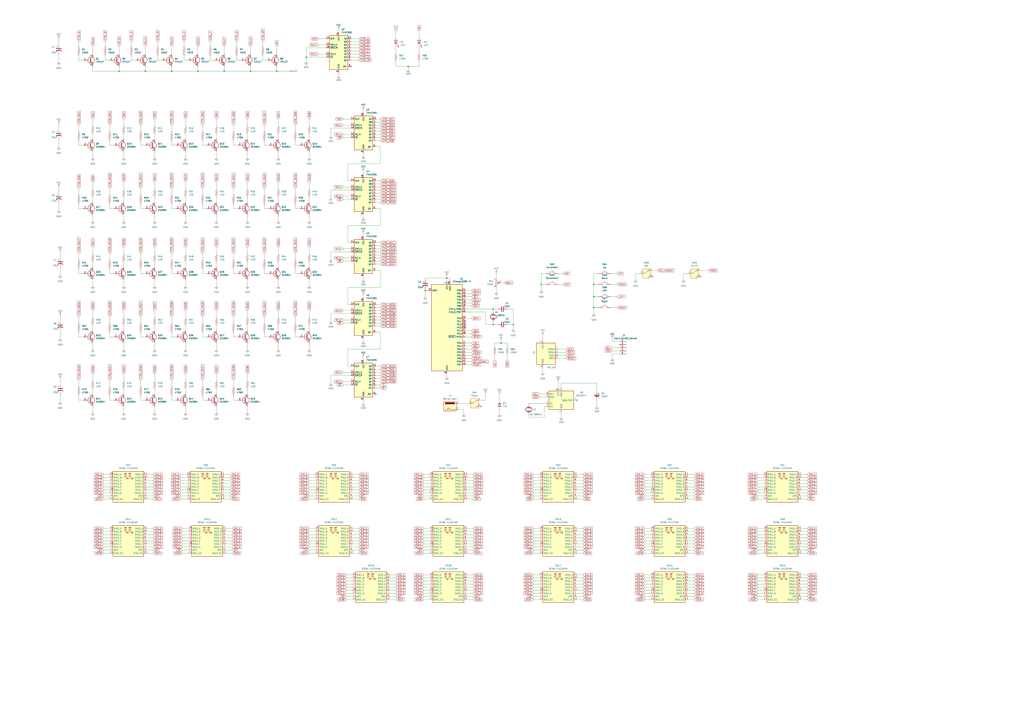
<source format=kicad_sch>
(kicad_sch (version 20250114) (generator "eeschema") (generator_version "9.0")
  (paper "A1")
  (junction (at 251.46 46.99))
  (junction (at 349.25 238.76))
  (junction (at 411.48 281.94))
  (junction (at 421.64 266.7))
  (junction (at 227.33 58.42))
  (junction (at 487.68 233.68))
  (junction (at 405.13 266.7))
  (junction (at 119.38 58.42))
  (junction (at 405.13 254))
  (junction (at 487.68 252.73))
  (junction (at 205.74 58.42))
  (junction (at 184.15 58.42))
  (junction (at 487.68 243.84))
  (junction (at 140.97 58.42))
  (junction (at 367.03 228.6))
  (junction (at 335.28 54.61))
  (junction (at 97.79 58.42))
  (junction (at 162.56 58.42))
  (junction (at 444.5 233.68))
  (no_connect (at 535.94 227.33))
  (no_connect (at 288.29 54.61))
  (no_connect (at 308.61 323.85))
  (no_connect (at 382.27 264.16))
  (no_connect (at 382.27 269.24))
  (no_connect (at 382.27 266.7))
  (no_connect (at 575.31 227.33))
  (no_connect (at 509.27 283.21))
  (no_connect (at 394.97 334.01))
  (no_connect (at 473.71 328.93))
  (wire (pts (xy 377.19 331.47) (xy 384.81 331.47)))
  (wire (pts (xy 166.37 102.87) (xy 166.37 107.95)))
  (wire (pts (xy 529.59 474.98) (xy 534.67 474.98)))
  (wire (pts (xy 473.71 490.22) (xy 478.79 490.22)))
  (wire (pts (xy 289.56 444.5) (xy 294.64 444.5)))
  (wire (pts (xy 152.4 97.79) (xy 152.4 102.87)))
  (wire (pts (xy 529.59 447.04) (xy 534.67 447.04)))
  (wire (pts (xy 284.48 482.6) (xy 289.56 482.6)))
  (wire (pts (xy 49.53 219.71) (xy 49.53 226.06)))
  (wire (pts (xy 312.42 120.65) (xy 312.42 134.62)))
  (wire (pts (xy 289.56 405.13) (xy 294.64 405.13)))
  (wire (pts (xy 166.37 119.38) (xy 170.18 119.38)))
  (wire (pts (xy 444.5 233.68) (xy 444.5 238.76)))
  (wire (pts (xy 344.17 50.8) (xy 344.17 54.61)))
  (wire (pts (xy 64.77 208.28) (xy 64.77 213.36)))
  (wire (pts (xy 228.6 229.87) (xy 228.6 234.95)))
  (wire (pts (xy 85.09 447.04) (xy 90.17 447.04)))
  (wire (pts (xy 152.4 255.27) (xy 152.4 260.35)))
  (wire (pts (xy 215.9 49.53) (xy 219.71 49.53)))
  (wire (pts (xy 85.09 400.05) (xy 90.17 400.05)))
  (wire (pts (xy 64.77 115.57) (xy 64.77 119.38)))
  (wire (pts (xy 298.45 227.33) (xy 298.45 229.87)))
  (wire (pts (xy 438.15 485.14) (xy 443.23 485.14)))
  (wire (pts (xy 76.2 307.34) (xy 76.2 312.42)))
  (wire (pts (xy 308.61 115.57) (xy 312.42 115.57)))
  (wire (pts (xy 242.57 260.35) (xy 242.57 265.43)))
  (wire (pts (xy 529.59 487.68) (xy 534.67 487.68)))
  (wire (pts (xy 152.4 320.04) (xy 152.4 323.85)))
  (wire (pts (xy 288.29 41.91) (xy 294.64 41.91)))
  (wire (pts (xy 416.56 266.7) (xy 421.64 266.7)))
  (wire (pts (xy 416.56 292.1) (xy 416.56 295.91)))
  (wire (pts (xy 438.15 410.21) (xy 443.23 410.21)))
  (wire (pts (xy 215.9 45.72) (xy 215.9 49.53)))
  (wire (pts (xy 308.61 161.29) (xy 312.42 161.29)))
  (wire (pts (xy 447.04 342.9) (xy 434.34 342.9)))
  (wire (pts (xy 254 110.49) (xy 254 114.3)))
  (wire (pts (xy 438.15 480.06) (xy 443.23 480.06)))
  (wire (pts (xy 288.29 34.29) (xy 294.64 34.29)))
  (wire (pts (xy 90.17 260.35) (xy 90.17 265.43)))
  (wire (pts (xy 622.3 410.21) (xy 627.38 410.21)))
  (wire (pts (xy 444.5 233.68) (xy 448.31 233.68)))
  (wire (pts (xy 48.26 101.6) (xy 48.26 106.68)))
  (wire (pts (xy 347.98 454.66) (xy 353.06 454.66)))
  (wire (pts (xy 473.71 447.04) (xy 478.79 447.04)))
  (wire (pts (xy 140.97 208.28) (xy 140.97 213.36)))
  (wire (pts (xy 281.94 153.67) (xy 288.29 153.67)))
  (wire (pts (xy 325.12 38.1) (xy 325.12 43.18)))
  (wire (pts (xy 320.04 487.68) (xy 325.12 487.68)))
  (wire (pts (xy 382.27 287.02) (xy 387.35 287.02)))
  (wire (pts (xy 162.56 58.42) (xy 184.15 58.42)))
  (wire (pts (xy 509.27 290.83) (xy 502.92 290.83)))
  (wire (pts (xy 657.86 477.52) (xy 662.94 477.52)))
  (wire (pts (xy 565.15 487.68) (xy 570.23 487.68)))
  (wire (pts (xy 127 97.79) (xy 127 102.87)))
  (wire (pts (xy 97.79 38.1) (xy 97.79 44.45)))
  (wire (pts (xy 438.15 441.96) (xy 443.23 441.96)))
  (wire (pts (xy 217.17 220.98) (xy 217.17 224.79)))
  (wire (pts (xy 140.97 273.05) (xy 140.97 276.86)))
  (wire (pts (xy 565.15 407.67) (xy 570.23 407.67)))
  (wire (pts (xy 76.2 203.2) (xy 76.2 208.28)))
  (wire (pts (xy 281.94 306.07) (xy 288.29 306.07)))
  (wire (pts (xy 289.56 407.67) (xy 294.64 407.67)))
  (wire (pts (xy 657.86 434.34) (xy 662.94 434.34)))
  (wire (pts (xy 565.15 436.88) (xy 570.23 436.88)))
  (wire (pts (xy 86.36 45.72) (xy 86.36 49.53)))
  (wire (pts (xy 398.78 328.93) (xy 394.97 328.93)))
  (wire (pts (xy 398.78 256.54) (xy 398.78 266.7)))
  (wire (pts (xy 383.54 474.98) (xy 388.62 474.98)))
  (wire (pts (xy 115.57 220.98) (xy 115.57 224.79)))
  (wire (pts (xy 76.2 267.97) (xy 76.2 271.78)))
  (wire (pts (xy 85.09 452.12) (xy 90.17 452.12)))
  (wire (pts (xy 120.65 397.51) (xy 125.73 397.51)))
  (wire (pts (xy 367.03 228.6) (xy 349.25 228.6)))
  (wire (pts (xy 85.09 394.97) (xy 90.17 394.97)))
  (wire (pts (xy 438.15 397.51) (xy 443.23 397.51)))
  (wire (pts (xy 561.34 224.79) (xy 561.34 229.87)))
  (wire (pts (xy 473.71 472.44) (xy 478.79 472.44)))
  (wire (pts (xy 49.53 323.85) (xy 49.53 330.2)))
  (wire (pts (xy 140.97 171.45) (xy 144.78 171.45)))
  (wire (pts (xy 308.61 148.59) (xy 312.42 148.59)))
  (wire (pts (xy 529.59 410.21) (xy 534.67 410.21)))
  (wire (pts (xy 347.98 394.97) (xy 353.06 394.97)))
  (wire (pts (xy 509.27 280.67) (xy 502.92 280.67)))
  (wire (pts (xy 217.17 273.05) (xy 217.17 276.86)))
  (wire (pts (xy 382.27 294.64) (xy 387.35 294.64)))
  (wire (pts (xy 85.09 436.88) (xy 90.17 436.88)))
  (wire (pts (xy 473.71 449.58) (xy 478.79 449.58)))
  (wire (pts (xy 203.2 110.49) (xy 203.2 114.3)))
  (wire (pts (xy 438.15 492.76) (xy 443.23 492.76)))
  (wire (pts (xy 347.98 485.14) (xy 353.06 485.14)))
  (wire (pts (xy 64.77 312.42) (xy 64.77 317.5)))
  (wire (pts (xy 622.3 434.34) (xy 627.38 434.34)))
  (wire (pts (xy 298.45 242.57) (xy 298.45 245.11)))
  (wire (pts (xy 622.3 474.98) (xy 627.38 474.98)))
  (wire (pts (xy 115.57 328.93) (xy 119.38 328.93)))
  (wire (pts (xy 312.42 171.45) (xy 312.42 185.42)))
  (wire (pts (xy 382.27 274.32) (xy 387.35 274.32)))
  (wire (pts (xy 320.04 480.06) (xy 325.12 480.06)))
  (wire (pts (xy 166.37 273.05) (xy 166.37 276.86)))
  (wire (pts (xy 288.29 39.37) (xy 294.64 39.37)))
  (wire (pts (xy 289.56 452.12) (xy 294.64 452.12)))
  (wire (pts (xy 622.3 452.12) (xy 627.38 452.12)))
  (wire (pts (xy 622.3 394.97) (xy 627.38 394.97)))
  (wire (pts (xy 191.77 208.28) (xy 191.77 213.36)))
  (wire (pts (xy 203.2 149.86) (xy 203.2 154.94)))
  (wire (pts (xy 101.6 176.53) (xy 101.6 181.61)))
  (wire (pts (xy 242.57 119.38) (xy 246.38 119.38)))
  (wire (pts (xy 308.61 300.99) (xy 312.42 300.99)))
  (wire (pts (xy 458.47 233.68) (xy 462.28 233.68)))
  (wire (pts (xy 166.37 208.28) (xy 166.37 213.36)))
  (wire (pts (xy 149.86 434.34) (xy 154.94 434.34)))
  (wire (pts (xy 382.27 241.3) (xy 387.35 241.3)))
  (wire (pts (xy 622.3 449.58) (xy 627.38 449.58)))
  (wire (pts (xy 622.3 454.66) (xy 627.38 454.66)))
  (wire (pts (xy 298.45 293.37) (xy 298.45 295.91)))
  (wire (pts (xy 473.71 405.13) (xy 478.79 405.13)))
  (wire (pts (xy 76.2 281.94) (xy 76.2 287.02)))
  (wire (pts (xy 308.61 250.19) (xy 312.42 250.19)))
  (wire (pts (xy 49.53 207.01) (xy 49.53 212.09)))
  (wire (pts (xy 325.12 25.4) (xy 325.12 30.48)))
  (wire (pts (xy 622.3 402.59) (xy 627.38 402.59)))
  (wire (pts (xy 289.56 394.97) (xy 294.64 394.97)))
  (wire (pts (xy 367.03 227.33) (xy 367.03 228.6)))
  (wire (pts (xy 90.17 224.79) (xy 93.98 224.79)))
  (wire (pts (xy 347.98 490.22) (xy 353.06 490.22)))
  (wire (pts (xy 382.27 243.84) (xy 387.35 243.84)))
  (wire (pts (xy 115.57 102.87) (xy 115.57 107.95)))
  (wire (pts (xy 347.98 447.04) (xy 353.06 447.04)))
  (wire (pts (xy 254 97.79) (xy 254 102.87)))
  (wire (pts (xy 410.21 323.85) (xy 410.21 328.93)))
  (wire (pts (xy 90.17 154.94) (xy 90.17 160.02)))
  (wire (pts (xy 288.29 156.21) (xy 271.78 156.21)))
  (wire (pts (xy 312.42 236.22) (xy 285.75 236.22)))
  (wire (pts (xy 217.17 154.94) (xy 217.17 160.02)))
  (wire (pts (xy 473.71 485.14) (xy 478.79 485.14)))
  (wire (pts (xy 76.2 320.04) (xy 76.2 323.85)))
  (wire (pts (xy 406.4 281.94) (xy 406.4 284.48)))
  (wire (pts (xy 565.15 472.44) (xy 570.23 472.44)))
  (wire (pts (xy 529.59 480.06) (xy 534.67 480.06)))
  (wire (pts (xy 473.71 392.43) (xy 478.79 392.43)))
  (wire (pts (xy 115.57 273.05) (xy 115.57 276.86)))
  (wire (pts (xy 85.09 402.59) (xy 90.17 402.59)))
  (wire (pts (xy 657.86 436.88) (xy 662.94 436.88)))
  (wire (pts (xy 308.61 267.97) (xy 312.42 267.97)))
  (wire (pts (xy 191.77 167.64) (xy 191.77 171.45)))
  (wire (pts (xy 377.19 336.55) (xy 381 336.55)))
  (wire (pts (xy 438.15 444.5) (xy 443.23 444.5)))
  (wire (pts (xy 308.61 217.17) (xy 312.42 217.17)))
  (wire (pts (xy 565.15 444.5) (xy 570.23 444.5)))
  (wire (pts (xy 445.77 302.26) (xy 445.77 306.07)))
  (wire (pts (xy 152.4 334.01) (xy 152.4 339.09)))
  (wire (pts (xy 308.61 308.61) (xy 312.42 308.61)))
  (wire (pts (xy 166.37 224.79) (xy 170.18 224.79)))
  (wire (pts (xy 228.6 149.86) (xy 228.6 154.94)))
  (wire (pts (xy 205.74 38.1) (xy 205.74 44.45)))
  (wire (pts (xy 49.53 311.15) (xy 49.53 316.23)))
  (wire (pts (xy 76.2 110.49) (xy 76.2 114.3)))
  (wire (pts (xy 529.59 405.13) (xy 534.67 405.13)))
  (wire (pts (xy 64.77 45.72) (xy 64.77 49.53)))
  (wire (pts (xy 565.15 454.66) (xy 570.23 454.66)))
  (wire (pts (xy 254 203.2) (xy 254 208.28)))
  (wire (pts (xy 203.2 176.53) (xy 203.2 181.61)))
  (wire (pts (xy 228.6 281.94) (xy 228.6 287.02)))
  (wire (pts (xy 529.59 389.89) (xy 534.67 389.89)))
  (wire (pts (xy 115.57 115.57) (xy 115.57 119.38)))
  (wire (pts (xy 177.8 149.86) (xy 177.8 154.94)))
  (wire (pts (xy 281.94 313.69) (xy 288.29 313.69)))
  (wire (pts (xy 228.6 255.27) (xy 228.6 260.35)))
  (wire (pts (xy 254 267.97) (xy 254 271.78)))
  (wire (pts (xy 308.61 107.95) (xy 312.42 107.95)))
  (wire (pts (xy 529.59 452.12) (xy 534.67 452.12)))
  (wire (pts (xy 127 176.53) (xy 127 181.61)))
  (wire (pts (xy 565.15 452.12) (xy 570.23 452.12)))
  (wire (pts (xy 76.2 334.01) (xy 76.2 339.09)))
  (wire (pts (xy 140.97 115.57) (xy 140.97 119.38)))
  (wire (pts (xy 127 229.87) (xy 127 234.95)))
  (wire (pts (xy 64.77 171.45) (xy 68.58 171.45)))
  (wire (pts (xy 657.86 397.51) (xy 662.94 397.51)))
  (wire (pts (xy 152.4 281.94) (xy 152.4 287.02)))
  (wire (pts (xy 254 215.9) (xy 254 219.71)))
  (wire (pts (xy 657.86 444.5) (xy 662.94 444.5)))
  (wire (pts (xy 149.86 441.96) (xy 154.94 441.96)))
  (wire (pts (xy 622.3 397.51) (xy 627.38 397.51)))
  (wire (pts (xy 657.86 407.67) (xy 662.94 407.67)))
  (wire (pts (xy 177.8 281.94) (xy 177.8 287.02)))
  (wire (pts (xy 149.86 449.58) (xy 154.94 449.58)))
  (wire (pts (xy 657.86 487.68) (xy 662.94 487.68)))
  (wire (pts (xy 367.03 228.6) (xy 369.57 228.6)))
  (wire (pts (xy 657.86 452.12) (xy 662.94 452.12)))
  (wire (pts (xy 101.6 320.04) (xy 101.6 323.85)))
  (wire (pts (xy 76.2 255.27) (xy 76.2 260.35)))
  (wire (pts (xy 228.6 176.53) (xy 228.6 181.61)))
  (wire (pts (xy 85.09 392.43) (xy 90.17 392.43)))
  (wire (pts (xy 64.77 325.12) (xy 64.77 328.93)))
  (wire (pts (xy 140.97 58.42) (xy 119.38 58.42)))
  (wire (pts (xy 120.65 444.5) (xy 125.73 444.5)))
  (wire (pts (xy 383.54 397.51) (xy 388.62 397.51)))
  (wire (pts (xy 285.75 199.39) (xy 288.29 199.39)))
  (wire (pts (xy 185.42 449.58) (xy 190.5 449.58)))
  (wire (pts (xy 347.98 402.59) (xy 353.06 402.59)))
  (wire (pts (xy 565.15 394.97) (xy 570.23 394.97)))
  (wire (pts (xy 367.03 307.34) (xy 367.03 309.88)))
  (wire (pts (xy 261.62 31.75) (xy 267.97 31.75)))
  (wire (pts (xy 177.8 176.53) (xy 177.8 181.61)))
  (wire (pts (xy 349.25 228.6) (xy 349.25 229.87)))
  (wire (pts (xy 242.57 276.86) (xy 246.38 276.86)))
  (wire (pts (xy 129.54 45.72) (xy 129.54 49.53)))
  (wire (pts (xy 382.27 246.38) (xy 387.35 246.38)))
  (wire (pts (xy 565.15 400.05) (xy 570.23 400.05)))
  (wire (pts (xy 473.71 452.12) (xy 478.79 452.12)))
  (wire (pts (xy 115.57 154.94) (xy 115.57 160.02)))
  (wire (pts (xy 228.6 267.97) (xy 228.6 271.78)))
  (wire (pts (xy 438.15 402.59) (xy 443.23 402.59)))
  (wire (pts (xy 308.61 257.81) (xy 312.42 257.81)))
  (wire (pts (xy 191.77 276.86) (xy 195.58 276.86)))
  (wire (pts (xy 177.8 229.87) (xy 177.8 234.95)))
  (wire (pts (xy 438.15 474.98) (xy 443.23 474.98)))
  (wire (pts (xy 308.61 316.23) (xy 312.42 316.23)))
  (wire (pts (xy 473.71 482.6) (xy 478.79 482.6)))
  (wire (pts (xy 458.47 224.79) (xy 462.28 224.79)))
  (wire (pts (xy 473.71 434.34) (xy 478.79 434.34)))
  (wire (pts (xy 90.17 171.45) (xy 93.98 171.45)))
  (wire (pts (xy 242.57 102.87) (xy 242.57 107.95)))
  (wire (pts (xy 166.37 171.45) (xy 170.18 171.45)))
  (wire (pts (xy 383.54 449.58) (xy 388.62 449.58)))
  (wire (pts (xy 48.26 44.45) (xy 48.26 50.8)))
  (wire (pts (xy 308.61 212.09) (xy 312.42 212.09)))
  (wire (pts (xy 487.68 252.73) (xy 491.49 252.73)))
  (wire (pts (xy 438.15 490.22) (xy 443.23 490.22)))
  (wire (pts (xy 185.42 447.04) (xy 190.5 447.04)))
  (wire (pts (xy 438.15 472.44) (xy 443.23 472.44)))
  (wire (pts (xy 289.56 389.89) (xy 294.64 389.89)))
  (wire (pts (xy 185.42 439.42) (xy 190.5 439.42)))
  (wire (pts (xy 149.86 452.12) (xy 154.94 452.12)))
  (wire (pts (xy 308.61 313.69) (xy 312.42 313.69)))
  (wire (pts (xy 191.77 312.42) (xy 191.77 317.5)))
  (wire (pts (xy 217.17 102.87) (xy 217.17 107.95)))
  (wire (pts (xy 289.56 402.59) (xy 294.64 402.59)))
  (wire (pts (xy 438.15 439.42) (xy 443.23 439.42)))
  (wire (pts (xy 85.09 407.67) (xy 90.17 407.67)))
  (wire (pts (xy 120.65 447.04) (xy 125.73 447.04)))
  (wire (pts (xy 501.65 243.84) (xy 506.73 243.84)))
  (wire (pts (xy 271.78 257.81) (xy 271.78 264.16)))
  (wire (pts (xy 90.17 328.93) (xy 93.98 328.93)))
  (wire (pts (xy 184.15 402.59) (xy 189.23 402.59)))
  (wire (pts (xy 657.86 394.97) (xy 662.94 394.97)))
  (wire (pts (xy 101.6 267.97) (xy 101.6 271.78)))
  (wire (pts (xy 622.3 400.05) (xy 627.38 400.05)))
  (wire (pts (xy 308.61 255.27) (xy 312.42 255.27)))
  (wire (pts (xy 140.97 325.12) (xy 140.97 328.93)))
  (wire (pts (xy 438.15 394.97) (xy 443.23 394.97)))
  (wire (pts (xy 383.54 400.05) (xy 388.62 400.05)))
  (wire (pts (xy 320.04 474.98) (xy 325.12 474.98)))
  (wire (pts (xy 347.98 452.12) (xy 353.06 452.12)))
  (wire (pts (xy 120.65 405.13) (xy 125.73 405.13)))
  (wire (pts (xy 657.86 472.44) (xy 662.94 472.44)))
  (wire (pts (xy 529.59 407.67) (xy 534.67 407.67)))
  (wire (pts (xy 140.97 224.79) (xy 144.78 224.79)))
  (wire (pts (xy 657.86 439.42) (xy 662.94 439.42)))
  (wire (pts (xy 254 449.58) (xy 259.08 449.58)))
  (wire (pts (xy 254 281.94) (xy 254 287.02)))
  (wire (pts (xy 191.77 154.94) (xy 191.77 160.02)))
  (wire (pts (xy 85.09 441.96) (xy 90.17 441.96)))
  (wire (pts (xy 101.6 281.94) (xy 101.6 287.02)))
  (wire (pts (xy 228.6 203.2) (xy 228.6 208.28)))
  (wire (pts (xy 49.53 271.78) (xy 49.53 278.13)))
  (wire (pts (xy 64.77 119.38) (xy 68.58 119.38)))
  (wire (pts (xy 127 307.34) (xy 127 312.42)))
  (wire (pts (xy 383.54 407.67) (xy 388.62 407.67)))
  (wire (pts (xy 308.61 153.67) (xy 312.42 153.67)))
  (wire (pts (xy 502.92 288.29) (xy 509.27 288.29)))
  (wire (pts (xy 203.2 203.2) (xy 203.2 208.28)))
  (wire (pts (xy 191.77 273.05) (xy 191.77 276.86)))
  (wire (pts (xy 203.2 124.46) (xy 203.2 129.54)))
  (wire (pts (xy 267.97 39.37) (xy 251.46 39.37)))
  (wire (pts (xy 325.12 54.61) (xy 325.12 50.8)))
  (wire (pts (xy 529.59 394.97) (xy 534.67 394.97)))
  (wire (pts (xy 383.54 454.66) (xy 388.62 454.66)))
  (wire (pts (xy 85.09 389.89) (xy 90.17 389.89)))
  (wire (pts (xy 184.15 38.1) (xy 184.15 44.45)))
  (wire (pts (xy 76.2 58.42) (xy 97.79 58.42)))
  (wire (pts (xy 90.17 220.98) (xy 90.17 224.79)))
  (wire (pts (xy 101.6 124.46) (xy 101.6 129.54)))
  (wire (pts (xy 382.27 251.46) (xy 387.35 251.46)))
  (wire (pts (xy 217.17 208.28) (xy 217.17 213.36)))
  (wire (pts (xy 152.4 307.34) (xy 152.4 312.42)))
  (wire (pts (xy 177.8 215.9) (xy 177.8 219.71)))
  (wire (pts (xy 347.98 441.96) (xy 353.06 441.96)))
  (wire (pts (xy 382.27 292.1) (xy 387.35 292.1)))
  (wire (pts (xy 565.15 439.42) (xy 570.23 439.42)))
  (wire (pts (xy 285.75 148.59) (xy 288.29 148.59)))
  (wire (pts (xy 490.22 328.93) (xy 490.22 334.01)))
  (wire (pts (xy 529.59 490.22) (xy 534.67 490.22)))
  (wire (pts (xy 657.86 400.05) (xy 662.94 400.05)))
  (wire (pts (xy 529.59 492.76) (xy 534.67 492.76)))
  (wire (pts (xy 529.59 454.66) (xy 534.67 454.66)))
  (wire (pts (xy 410.21 336.55) (xy 410.21 340.36)))
  (wire (pts (xy 85.09 410.21) (xy 90.17 410.21)))
  (wire (pts (xy 421.64 266.7) (xy 421.64 270.51)))
  (wire (pts (xy 285.75 134.62) (xy 285.75 148.59)))
  (wire (pts (xy 271.78 105.41) (xy 271.78 111.76)))
  (wire (pts (xy 162.56 54.61) (xy 162.56 58.42)))
  (wire (pts (xy 101.6 215.9) (xy 101.6 219.71)))
  (wire (pts (xy 657.86 474.98) (xy 662.94 474.98)))
  (wire (pts (xy 308.61 204.47) (xy 312.42 204.47)))
  (wire (pts (xy 85.09 439.42) (xy 90.17 439.42)))
  (wire (pts (xy 383.54 434.34) (xy 388.62 434.34)))
  (wire (pts (xy 529.59 402.59) (xy 534.67 402.59)))
  (wire (pts (xy 487.68 252.73) (xy 487.68 257.81)))
  (wire (pts (xy 347.98 449.58) (xy 353.06 449.58)))
  (wire (pts (xy 434.34 342.9) (xy 434.34 340.36)))
  (wire (pts (xy 473.71 402.59) (xy 478.79 402.59)))
  (wire (pts (xy 191.77 325.12) (xy 191.77 328.93)))
  (wire (pts (xy 177.8 320.04) (xy 177.8 323.85)))
  (wire (pts (xy 184.15 397.51) (xy 189.23 397.51)))
  (wire (pts (xy 351.79 238.76) (xy 349.25 238.76)))
  (wire (pts (xy 185.42 444.5) (xy 190.5 444.5)))
  (wire (pts (xy 254 124.46) (xy 254 129.54)))
  (wire (pts (xy 347.98 436.88) (xy 353.06 436.88)))
  (wire (pts (xy 251.46 46.99) (xy 267.97 46.99)))
  (wire (pts (xy 151.13 34.29) (xy 151.13 38.1)))
  (wire (pts (xy 115.57 260.35) (xy 115.57 265.43)))
  (wire (pts (xy 127 110.49) (xy 127 114.3)))
  (wire (pts (xy 347.98 405.13) (xy 353.06 405.13)))
  (wire (pts (xy 347.98 397.51) (xy 353.06 397.51)))
  (wire (pts (xy 383.54 477.52) (xy 388.62 477.52)))
  (wire (pts (xy 278.13 59.69) (xy 278.13 62.23)))
  (wire (pts (xy 383.54 410.21) (xy 388.62 410.21)))
  (wire (pts (xy 657.86 454.66) (xy 662.94 454.66)))
  (wire (pts (xy 90.17 276.86) (xy 93.98 276.86)))
  (wire (pts (xy 473.71 410.21) (xy 478.79 410.21)))
  (wire (pts (xy 191.77 119.38) (xy 195.58 119.38)))
  (wire (pts (xy 347.98 434.34) (xy 353.06 434.34)))
  (wire (pts (xy 217.17 260.35) (xy 217.17 265.43)))
  (wire (pts (xy 575.31 222.25) (xy 581.66 222.25)))
  (wire (pts (xy 308.61 265.43) (xy 312.42 265.43)))
  (wire (pts (xy 76.2 124.46) (xy 76.2 129.54)))
  (wire (pts (xy 438.15 400.05) (xy 443.23 400.05)))
  (wire (pts (xy 382.27 281.94) (xy 387.35 281.94)))
  (wire (pts (xy 438.15 434.34) (xy 443.23 434.34)))
  (wire (pts (xy 383.54 482.6) (xy 388.62 482.6)))
  (wire (pts (xy 242.57 171.45) (xy 246.38 171.45)))
  (wire (pts (xy 622.3 482.6) (xy 627.38 482.6)))
  (wire (pts (xy 127 281.94) (xy 127 287.02)))
  (wire (pts (xy 298.45 278.13) (xy 298.45 280.67)))
  (wire (pts (xy 289.56 454.66) (xy 294.64 454.66)))
  (wire (pts (xy 127 267.97) (xy 127 271.78)))
  (wire (pts (xy 473.71 394.97) (xy 478.79 394.97)))
  (wire (pts (xy 289.56 434.34) (xy 294.64 434.34)))
  (wire (pts (xy 473.71 480.06) (xy 478.79 480.06)))
  (wire (pts (xy 308.61 158.75) (xy 312.42 158.75)))
  (wire (pts (xy 298.45 176.53) (xy 298.45 179.07)))
  (wire (pts (xy 151.13 45.72) (xy 151.13 49.53)))
  (wire (pts (xy 281.94 214.63) (xy 288.29 214.63)))
  (wire (pts (xy 438.15 392.43) (xy 443.23 392.43)))
  (wire (pts (xy 119.38 54.61) (xy 119.38 58.42)))
  (wire (pts (xy 383.54 487.68) (xy 388.62 487.68)))
  (wire (pts (xy 383.54 485.14) (xy 388.62 485.14)))
  (wire (pts (xy 383.54 392.43) (xy 388.62 392.43)))
  (wire (pts (xy 288.29 49.53) (xy 294.64 49.53)))
  (wire (pts (xy 205.74 58.42) (xy 227.33 58.42)))
  (wire (pts (xy 622.3 480.06) (xy 627.38 480.06)))
  (wire (pts (xy 228.6 124.46) (xy 228.6 129.54)))
  (wire (pts (xy 254 176.53) (xy 254 181.61)))
  (wire (pts (xy 565.15 490.22) (xy 570.23 490.22)))
  (wire (pts (xy 120.65 434.34) (xy 125.73 434.34)))
  (wire (pts (xy 228.6 110.49) (xy 228.6 114.3)))
  (wire (pts (xy 529.59 441.96) (xy 534.67 441.96)))
  (wire (pts (xy 85.09 434.34) (xy 90.17 434.34)))
  (wire (pts (xy 120.65 410.21) (xy 125.73 410.21)))
  (wire (pts (xy 622.3 477.52) (xy 627.38 477.52)))
  (wire (pts (xy 308.61 252.73) (xy 312.42 252.73)))
  (wire (pts (xy 203.2 281.94) (xy 203.2 287.02)))
  (wire (pts (xy 289.56 410.21) (xy 294.64 410.21)))
  (wire (pts (xy 203.2 97.79) (xy 203.2 102.87)))
  (wire (pts (xy 203.2 229.87) (xy 203.2 234.95)))
  (wire (pts (xy 622.3 436.88) (xy 627.38 436.88)))
  (wire (pts (xy 64.77 49.53) (xy 68.58 49.53)))
  (wire (pts (xy 473.71 436.88) (xy 478.79 436.88)))
  (wire (pts (xy 281.94 161.29) (xy 288.29 161.29)))
  (wire (pts (xy 491.49 243.84) (xy 487.68 243.84)))
  (wire (pts (xy 284.48 490.22) (xy 289.56 490.22)))
  (wire (pts (xy 90.17 273.05) (xy 90.17 276.86)))
  (wire (pts (xy 228.6 97.79) (xy 228.6 102.87)))
  (wire (pts (xy 458.47 289.56) (xy 464.82 289.56)))
  (wire (pts (xy 565.15 480.06) (xy 570.23 480.06)))
  (wire (pts (xy 288.29 44.45) (xy 294.64 44.45)))
  (wire (pts (xy 119.38 58.42) (xy 97.79 58.42)))
  (wire (pts (xy 473.71 397.51) (xy 478.79 397.51)))
  (wire (pts (xy 289.56 436.88) (xy 294.64 436.88)))
  (wire (pts (xy 383.54 441.96) (xy 388.62 441.96)))
  (wire (pts (xy 184.15 410.21) (xy 189.23 410.21)))
  (wire (pts (xy 85.09 397.51) (xy 90.17 397.51)))
  (wire (pts (xy 657.86 482.6) (xy 662.94 482.6)))
  (wire (pts (xy 458.47 313.69) (xy 458.47 318.77)))
  (wire (pts (xy 254 149.86) (xy 254 154.94)))
  (wire (pts (xy 622.3 492.76) (xy 627.38 492.76)))
  (wire (pts (xy 97.79 54.61) (xy 97.79 58.42)))
  (wire (pts (xy 254 162.56) (xy 254 166.37)))
  (wire (pts (xy 473.71 441.96) (xy 478.79 441.96)))
  (wire (pts (xy 281.94 262.89) (xy 288.29 262.89)))
  (wire (pts (xy 101.6 203.2) (xy 101.6 208.28)))
  (wire (pts (xy 185.42 434.34) (xy 190.5 434.34)))
  (wire (pts (xy 382.27 289.56) (xy 387.35 289.56)))
  (wire (pts (xy 622.3 389.89) (xy 627.38 389.89)))
  (wire (pts (xy 148.59 402.59) (xy 153.67 402.59)))
  (wire (pts (xy 565.15 474.98) (xy 570.23 474.98)))
  (wire (pts (xy 152.4 229.87) (xy 152.4 234.95)))
  (wire (pts (xy 382.27 297.18) (xy 387.35 297.18)))
  (wire (pts (xy 383.54 480.06) (xy 388.62 480.06)))
  (wire (pts (xy 184.15 394.97) (xy 189.23 394.97)))
  (wire (pts (xy 254 229.87) (xy 254 234.95)))
  (wire (pts (xy 347.98 482.6) (xy 353.06 482.6)))
  (wire (pts (xy 281.94 255.27) (xy 288.29 255.27)))
  (wire (pts (xy 86.36 49.53) (xy 90.17 49.53)))
  (wire (pts (xy 284.48 485.14) (xy 289.56 485.14)))
  (wire (pts (xy 487.68 224.79) (xy 487.68 233.68)))
  (wire (pts (xy 149.86 436.88) (xy 154.94 436.88)))
  (wire (pts (xy 487.68 243.84) (xy 487.68 252.73)))
  (wire (pts (xy 242.57 167.64) (xy 242.57 171.45)))
  (wire (pts (xy 288.29 31.75) (xy 294.64 31.75)))
  (wire (pts (xy 120.65 449.58) (xy 125.73 449.58)))
  (wire (pts (xy 411.48 281.94) (xy 406.4 281.94)))
  (wire (pts (xy 115.57 171.45) (xy 119.38 171.45)))
  (wire (pts (xy 535.94 222.25) (xy 539.75 222.25)))
  (wire (pts (xy 347.98 392.43) (xy 353.06 392.43)))
  (wire (pts (xy 120.65 452.12) (xy 125.73 452.12)))
  (wire (pts (xy 298.45 140.97) (xy 298.45 143.51)))
  (wire (pts (xy 227.33 54.61) (xy 227.33 58.42)))
  (wire (pts (xy 228.6 215.9) (xy 228.6 219.71)))
  (wire (pts (xy 140.97 102.87) (xy 140.97 107.95)))
  (wire (pts (xy 172.72 49.53) (xy 176.53 49.53)))
  (wire (pts (xy 90.17 325.12) (xy 90.17 328.93)))
  (wire (pts (xy 203.2 255.27) (xy 203.2 260.35)))
  (wire (pts (xy 657.86 447.04) (xy 662.94 447.04)))
  (wire (pts (xy 129.54 49.53) (xy 133.35 49.53)))
  (wire (pts (xy 254 392.43) (xy 259.08 392.43)))
  (wire (pts (xy 140.97 276.86) (xy 144.78 276.86)))
  (wire (pts (xy 382.27 254) (xy 405.13 254)))
  (wire (pts (xy 140.97 58.42) (xy 162.56 58.42)))
  (wire (pts (xy 347.98 480.06) (xy 353.06 480.06)))
  (wire (pts (xy 565.15 492.76) (xy 570.23 492.76)))
  (wire (pts (xy 162.56 38.1) (xy 162.56 44.45)))
  (wire (pts (xy 64.77 224.79) (xy 68.58 224.79)))
  (wire (pts (xy 438.15 452.12) (xy 443.23 452.12)))
  (wire (pts (xy 565.15 485.14) (xy 570.23 485.14)))
  (wire (pts (xy 177.8 124.46) (xy 177.8 129.54)))
  (wire (pts (xy 166.37 328.93) (xy 170.18 328.93)))
  (wire (pts (xy 347.98 407.67) (xy 353.06 407.67)))
  (wire (pts (xy 308.61 97.79) (xy 312.42 97.79)))
  (wire (pts (xy 115.57 224.79) (xy 119.38 224.79)))
  (wire (pts (xy 254 410.21) (xy 259.08 410.21)))
  (wire (pts (xy 622.3 441.96) (xy 627.38 441.96)))
  (wire (pts (xy 289.56 392.43) (xy 294.64 392.43)))
  (wire (pts (xy 288.29 308.61) (xy 271.78 308.61)))
  (wire (pts (xy 308.61 156.21) (xy 312.42 156.21)))
  (wire (pts (xy 166.37 276.86) (xy 170.18 276.86)))
  (wire (pts (xy 177.8 97.79) (xy 177.8 102.87)))
  (wire (pts (xy 148.59 410.21) (xy 153.67 410.21)))
  (wire (pts (xy 473.71 444.5) (xy 478.79 444.5)))
  (wire (pts (xy 622.3 444.5) (xy 627.38 444.5)))
  (wire (pts (xy 127 124.46) (xy 127 129.54)))
  (wire (pts (xy 49.53 259.08) (xy 49.53 264.16)))
  (wire (pts (xy 285.75 287.02) (xy 285.75 300.99)))
  (wire (pts (xy 438.15 405.13) (xy 443.23 405.13)))
  (wire (pts (xy 254 397.51) (xy 259.08 397.51)))
  (wire (pts (xy 288.29 257.81) (xy 271.78 257.81)))
  (wire (pts (xy 203.2 162.56) (xy 203.2 166.37)))
  (wire (pts (xy 217.17 115.57) (xy 217.17 119.38)))
  (wire (pts (xy 185.42 452.12) (xy 190.5 452.12)))
  (wire (pts (xy 86.36 34.29) (xy 86.36 38.1)))
  (wire (pts (xy 254 405.13) (xy 259.08 405.13)))
  (wire (pts (xy 438.15 389.89) (xy 443.23 389.89)))
  (wire (pts (xy 152.4 215.9) (xy 152.4 219.71)))
  (wire (pts (xy 383.54 472.44) (xy 388.62 472.44)))
  (wire (pts (xy 657.86 402.59) (xy 662.94 402.59)))
  (wire (pts (xy 298.45 191.77) (xy 298.45 194.31)))
  (wire (pts (xy 565.15 449.58) (xy 570.23 449.58)))
  (wire (pts (xy 406.4 292.1) (xy 406.4 295.91)))
  (wire (pts (xy 473.71 439.42) (xy 478.79 439.42)))
  (wire (pts (xy 254 255.27) (xy 254 260.35)))
  (wire (pts (xy 473.71 407.67) (xy 478.79 407.67)))
  (wire (pts (xy 278.13 24.13) (xy 278.13 26.67)))
  (wire (pts (xy 148.59 405.13) (xy 153.67 405.13)))
  (wire (pts (xy 438.15 449.58) (xy 443.23 449.58)))
  (wire (pts (xy 521.97 224.79) (xy 521.97 229.87)))
  (wire (pts (xy 383.54 439.42) (xy 388.62 439.42)))
  (wire (pts (xy 347.98 444.5) (xy 353.06 444.5)))
  (wire (pts (xy 203.2 307.34) (xy 203.2 312.42)))
  (wire (pts (xy 64.77 220.98) (xy 64.77 224.79)))
  (wire (pts (xy 288.29 207.01) (xy 271.78 207.01)))
  (wire (pts (xy 398.78 323.85) (xy 398.78 328.93)))
  (wire (pts (xy 184.15 405.13) (xy 189.23 405.13)))
  (wire (pts (xy 622.3 407.67) (xy 627.38 407.67)))
  (wire (pts (xy 565.15 477.52) (xy 570.23 477.52)))
  (wire (pts (xy 177.8 110.49) (xy 177.8 114.3)))
  (wire (pts (xy 382.27 248.92) (xy 387.35 248.92)))
  (wire (pts (xy 416.56 284.48) (xy 416.56 281.94)))
  (wire (pts (xy 48.26 166.37) (xy 48.26 172.72)))
  (wire (pts (xy 177.8 267.97) (xy 177.8 271.78)))
  (wire (pts (xy 120.65 454.66) (xy 125.73 454.66)))
  (wire (pts (xy 565.15 389.89) (xy 570.23 389.89)))
  (wire (pts (xy 473.71 389.89) (xy 478.79 389.89)))
  (wire (pts (xy 529.59 439.42) (xy 534.67 439.42)))
  (wire (pts (xy 349.25 237.49) (xy 349.25 238.76)))
  (wire (pts (xy 288.29 36.83) (xy 294.64 36.83)))
  (wire (pts (xy 64.77 167.64) (xy 64.77 171.45)))
  (wire (pts (xy 254 454.66) (xy 259.08 454.66)))
  (wire (pts (xy 107.95 45.72) (xy 107.95 49.53)))
  (wire (pts (xy 565.15 392.43) (xy 570.23 392.43)))
  (wire (pts (xy 344.17 54.61) (xy 335.28 54.61)))
  (wire (pts (xy 383.54 436.88) (xy 388.62 436.88)))
  (wire (pts (xy 148.59 397.51) (xy 153.67 397.51)))
  (wire (pts (xy 458.47 292.1) (xy 464.82 292.1)))
  (wire (pts (xy 289.56 441.96) (xy 294.64 441.96)))
  (wire (pts (xy 308.61 113.03) (xy 312.42 113.03)))
  (wire (pts (xy 184.15 392.43) (xy 189.23 392.43)))
  (wire (pts (xy 120.65 407.67) (xy 125.73 407.67)))
  (wire (pts (xy 217.17 167.64) (xy 217.17 171.45)))
  (wire (pts (xy 203.2 334.01) (xy 203.2 339.09)))
  (wire (pts (xy 289.56 397.51) (xy 294.64 397.51)))
  (wire (pts (xy 227.33 58.42) (xy 237.49 58.42)))
  (wire (pts (xy 382.27 256.54) (xy 398.78 256.54)))
  (wire (pts (xy 405.13 266.7) (xy 408.94 266.7)))
  (wire (pts (xy 140.97 328.93) (xy 144.78 328.93)))
  (wire (pts (xy 127 203.2) (xy 127 208.28)))
  (wire (pts (xy 48.26 31.75) (xy 48.26 36.83)))
  (wire (pts (xy 120.65 402.59) (xy 125.73 402.59)))
  (wire (pts (xy 129.54 34.29) (xy 129.54 38.1)))
  (wire (pts (xy 149.86 444.5) (xy 154.94 444.5)))
  (wire (pts (xy 203.2 215.9) (xy 203.2 219.71)))
  (wire (pts (xy 140.97 54.61) (xy 140.97 58.42)))
  (wire (pts (xy 127 162.56) (xy 127 166.37)))
  (wire (pts (xy 285.75 185.42) (xy 285.75 199.39)))
  (wire (pts (xy 657.86 480.06) (xy 662.94 480.06)))
  (wire (pts (xy 347.98 487.68) (xy 353.06 487.68)))
  (wire (pts (xy 271.78 156.21) (xy 271.78 162.56)))
  (wire (pts (xy 308.61 214.63) (xy 312.42 214.63)))
  (wire (pts (xy 312.42 185.42) (xy 285.75 185.42)))
  (wire (pts (xy 438.15 482.6) (xy 443.23 482.6)))
  (wire (pts (xy 320.04 485.14) (xy 325.12 485.14)))
  (wire (pts (xy 166.37 167.64) (xy 166.37 171.45)))
  (wire (pts (xy 184.15 54.61) (xy 184.15 58.42)))
  (wire (pts (xy 184.15 407.67) (xy 189.23 407.67)))
  (wire (pts (xy 227.33 38.1) (xy 227.33 44.45)))
  (wire (pts (xy 438.15 436.88) (xy 443.23 436.88)))
  (wire (pts (xy 115.57 312.42) (xy 115.57 317.5)))
  (wire (pts (xy 529.59 449.58) (xy 534.67 449.58)))
  (wire (pts (xy 281.94 163.83) (xy 288.29 163.83)))
  (wire (pts (xy 149.86 454.66) (xy 154.94 454.66)))
  (wire (pts (xy 101.6 229.87) (xy 101.6 234.95)))
  (wire (pts (xy 64.77 276.86) (xy 68.58 276.86)))
  (wire (pts (xy 657.86 392.43) (xy 662.94 392.43)))
  (wire (pts (xy 416.56 254) (xy 421.64 254)))
  (wire (pts (xy 458.47 294.64) (xy 464.82 294.64)))
  (wire (pts (xy 166.37 115.57) (xy 166.37 119.38)))
  (wire (pts (xy 308.61 260.35) (xy 312.42 260.35)))
  (wire (pts (xy 166.37 154.94) (xy 166.37 160.02)))
  (wire (pts (xy 191.77 260.35) (xy 191.77 265.43)))
  (wire (pts (xy 382.27 299.72) (xy 387.35 299.72)))
  (wire (pts (xy 308.61 171.45) (xy 312.42 171.45)))
  (wire (pts (xy 285.75 236.22) (xy 285.75 250.19)))
  (wire (pts (xy 461.01 339.09) (xy 461.01 342.9)))
  (wire (pts (xy 242.57 208.28) (xy 242.57 213.36)))
  (wire (pts (xy 281.94 110.49) (xy 288.29 110.49)))
  (wire (pts (xy 347.98 474.98) (xy 353.06 474.98)))
  (wire (pts (xy 76.2 54.61) (xy 76.2 58.42)))
  (wire (pts (xy 529.59 397.51) (xy 534.67 397.51)))
  (wire (pts (xy 657.86 405.13) (xy 662.94 405.13)))
  (wire (pts (xy 64.77 273.05) (xy 64.77 276.86)))
  (wire (pts (xy 284.48 477.52) (xy 289.56 477.52)))
  (wire (pts (xy 184.15 389.89) (xy 189.23 389.89)))
  (wire (pts (xy 461.01 314.96) (xy 461.01 318.77)))
  (wire (pts (xy 166.37 325.12) (xy 166.37 328.93)))
  (wire (pts (xy 149.86 447.04) (xy 154.94 447.04)))
  (wire (pts (xy 344.17 38.1) (xy 344.17 43.18)))
  (wire (pts (xy 140.97 260.35) (xy 140.97 265.43)))
  (wire (pts (xy 289.56 449.58) (xy 294.64 449.58)))
  (wire (pts (xy 152.4 176.53) (xy 152.4 181.61)))
  (wire (pts (xy 254 441.96) (xy 259.08 441.96)))
  (wire (pts (xy 284.48 487.68) (xy 289.56 487.68)))
  (wire (pts (xy 369.57 231.14) (xy 369.57 228.6)))
  (wire (pts (xy 119.38 38.1) (xy 119.38 44.45)))
  (wire (pts (xy 443.23 326.39) (xy 448.31 326.39)))
  (wire (pts (xy 64.77 102.87) (xy 64.77 107.95)))
  (wire (pts (xy 101.6 334.01) (xy 101.6 339.09)))
  (wire (pts (xy 308.61 100.33) (xy 312.42 100.33)))
  (wire (pts (xy 565.15 410.21) (xy 570.23 410.21)))
  (wire (pts (xy 308.61 207.01) (xy 312.42 207.01)))
  (wire (pts (xy 344.17 25.4) (xy 344.17 30.48)))
  (wire (pts (xy 308.61 102.87) (xy 312.42 102.87)))
  (wire (pts (xy 298.45 125.73) (xy 298.45 128.27)))
  (wire (pts (xy 405.13 264.16) (xy 405.13 266.7)))
  (wire (pts (xy 502.92 290.83) (xy 502.92 294.64)))
  (wire (pts (xy 115.57 167.64) (xy 115.57 171.45)))
  (wire (pts (xy 308.61 306.07) (xy 312.42 306.07)))
  (wire (pts (xy 312.42 273.05) (xy 312.42 287.02)))
  (wire (pts (xy 261.62 44.45) (xy 267.97 44.45)))
  (wire (pts (xy 281.94 212.09) (xy 288.29 212.09)))
  (wire (pts (xy 382.27 284.48) (xy 387.35 284.48)))
  (wire (pts (xy 120.65 436.88) (xy 125.73 436.88)))
  (wire (pts (xy 622.3 447.04) (xy 627.38 447.04)))
  (wire (pts (xy 127 215.9) (xy 127 219.71)))
  (wire (pts (xy 177.8 307.34) (xy 177.8 312.42)))
  (wire (pts (xy 101.6 149.86) (xy 101.6 154.94)))
  (wire (pts (xy 502.92 285.75) (xy 509.27 285.75)))
  (wire (pts (xy 565.15 441.96) (xy 570.23 441.96)))
  (wire (pts (xy 383.54 389.89) (xy 388.62 389.89)))
  (wire (pts (xy 622.3 392.43) (xy 627.38 392.43)))
  (wire (pts (xy 85.09 454.66) (xy 90.17 454.66)))
  (wire (pts (xy 242.57 224.79) (xy 246.38 224.79)))
  (wire (pts (xy 194.31 49.53) (xy 198.12 49.53)))
  (wire (pts (xy 443.23 323.85) (xy 448.31 323.85)))
  (wire (pts (xy 85.09 444.5) (xy 90.17 444.5)))
  (wire (pts (xy 48.26 153.67) (xy 48.26 158.75)))
  (wire (pts (xy 308.61 163.83) (xy 312.42 163.83)))
  (wire (pts (xy 251.46 39.37) (xy 251.46 46.99)))
  (wire (pts (xy 367.03 228.6) (xy 367.03 231.14)))
  (wire (pts (xy 48.26 114.3) (xy 48.26 120.65)))
  (wire (pts (xy 622.3 490.22) (xy 627.38 490.22)))
  (wire (pts (xy 254 389.89) (xy 259.08 389.89)))
  (wire (pts (xy 308.61 151.13) (xy 312.42 151.13)))
  (wire (pts (xy 140.97 220.98) (xy 140.97 224.79)))
  (wire (pts (xy 254 444.5) (xy 259.08 444.5)))
  (wire (pts (xy 407.67 236.22) (xy 407.67 240.03)))
  (wire (pts (xy 281.94 316.23) (xy 288.29 316.23)))
  (wire (pts (xy 565.15 482.6) (xy 570.23 482.6)))
  (wire (pts (xy 120.65 441.96) (xy 125.73 441.96)))
  (wire (pts (xy 411.48 232.41) (xy 414.02 232.41)))
  (wire (pts (xy 148.59 392.43) (xy 153.67 392.43)))
  (wire (pts (xy 254 402.59) (xy 259.08 402.59)))
  (wire (pts (xy 565.15 405.13) (xy 570.23 405.13)))
  (wire (pts (xy 308.61 222.25) (xy 312.42 222.25)))
  (wire (pts (xy 64.77 328.93) (xy 68.58 328.93)))
  (wire (pts (xy 284.48 492.76) (xy 289.56 492.76)))
  (wire (pts (xy 281.94 102.87) (xy 288.29 102.87)))
  (wire (pts (xy 458.47 287.02) (xy 464.82 287.02)))
  (wire (pts (xy 448.31 334.01) (xy 447.04 334.01)))
  (wire (pts (xy 308.61 110.49) (xy 312.42 110.49)))
  (wire (pts (xy 76.2 176.53) (xy 76.2 181.61)))
  (wire (pts (xy 529.59 400.05) (xy 534.67 400.05)))
  (wire (pts (xy 254 407.67) (xy 259.08 407.67)))
  (wire (pts (xy 254 452.12) (xy 259.08 452.12)))
  (wire (pts (xy 529.59 485.14) (xy 534.67 485.14)))
  (wire (pts (xy 529.59 436.88) (xy 534.67 436.88)))
  (wire (pts (xy 501.65 224.79) (xy 506.73 224.79)))
  (wire (pts (xy 115.57 276.86) (xy 119.38 276.86)))
  (wire (pts (xy 438.15 407.67) (xy 443.23 407.67)))
  (wire (pts (xy 320.04 472.44) (xy 325.12 472.44)))
  (wire (pts (xy 194.31 45.72) (xy 194.31 49.53)))
  (wire (pts (xy 565.15 447.04) (xy 570.23 447.04)))
  (wire (pts (xy 347.98 400.05) (xy 353.06 400.05)))
  (wire (pts (xy 501.65 233.68) (xy 506.73 233.68)))
  (wire (pts (xy 657.86 492.76) (xy 662.94 492.76)))
  (wire (pts (xy 622.3 439.42) (xy 627.38 439.42)))
  (wire (pts (xy 254 434.34) (xy 259.08 434.34)))
  (wire (pts (xy 217.17 171.45) (xy 220.98 171.45)))
  (wire (pts (xy 335.28 54.61) (xy 325.12 54.61)))
  (wire (pts (xy 347.98 472.44) (xy 353.06 472.44)))
  (wire (pts (xy 285.75 300.99) (xy 288.29 300.99)))
  (wire (pts (xy 308.61 120.65) (xy 312.42 120.65)))
  (wire (pts (xy 191.77 115.57) (xy 191.77 119.38)))
  (wire (pts (xy 242.57 154.94) (xy 242.57 160.02)))
  (wire (pts (xy 172.72 45.72) (xy 172.72 49.53)))
  (wire (pts (xy 203.2 267.97) (xy 203.2 271.78)))
  (wire (pts (xy 140.97 119.38) (xy 144.78 119.38)))
  (wire (pts (xy 438.15 454.66) (xy 443.23 454.66)))
  (wire (pts (xy 622.3 405.13) (xy 627.38 405.13)))
  (wire (pts (xy 383.54 394.97) (xy 388.62 394.97)))
  (wire (pts (xy 191.77 102.87) (xy 191.77 107.95)))
  (wire (pts (xy 185.42 454.66) (xy 190.5 454.66)))
  (wire (pts (xy 382.27 238.76) (xy 387.35 238.76)))
  (wire (pts (xy 308.61 105.41) (xy 312.42 105.41)))
  (wire (pts (xy 349.25 238.76) (xy 349.25 243.84)))
  (wire (pts (xy 64.77 34.29) (xy 64.77 38.1)))
  (wire (pts (xy 281.94 265.43) (xy 288.29 265.43)))
  (wire (pts (xy 308.61 166.37) (xy 312.42 166.37)))
  (wire (pts (xy 529.59 434.34) (xy 534.67 434.34)))
  (wire (pts (xy 194.31 34.29) (xy 194.31 38.1)))
  (wire (pts (xy 271.78 207.01) (xy 271.78 213.36)))
  (wire (pts (xy 383.54 490.22) (xy 388.62 490.22)))
  (wire (pts (xy 115.57 325.12) (xy 115.57 328.93)))
  (wire (pts (xy 347.98 439.42) (xy 353.06 439.42)))
  (wire (pts (xy 127 149.86) (xy 127 154.94)))
  (wire (pts (xy 90.17 312.42) (xy 90.17 317.5)))
  (wire (pts (xy 657.86 410.21) (xy 662.94 410.21)))
  (wire (pts (xy 438.15 487.68) (xy 443.23 487.68)))
  (wire (pts (xy 254 400.05) (xy 259.08 400.05)))
  (wire (pts (xy 76.2 162.56) (xy 76.2 166.37)))
  (wire (pts (xy 191.77 220.98) (xy 191.77 224.79)))
  (wire (pts (xy 308.61 262.89) (xy 312.42 262.89)))
  (wire (pts (xy 308.61 318.77) (xy 312.42 318.77)))
  (wire (pts (xy 184.15 400.05) (xy 189.23 400.05)))
  (wire (pts (xy 501.65 252.73) (xy 506.73 252.73)))
  (wire (pts (xy 281.94 97.79) (xy 288.29 97.79)))
  (wire (pts (xy 487.68 233.68) (xy 491.49 233.68)))
  (wire (pts (xy 251.46 46.99) (xy 251.46 50.8)))
  (wire (pts (xy 101.6 110.49) (xy 101.6 114.3)))
  (wire (pts (xy 284.48 474.98) (xy 289.56 474.98)))
  (wire (pts (xy 320.04 482.6) (xy 325.12 482.6)))
  (wire (pts (xy 177.8 162.56) (xy 177.8 166.37)))
  (wire (pts (xy 398.78 266.7) (xy 405.13 266.7)))
  (wire (pts (xy 185.42 436.88) (xy 190.5 436.88)))
  (wire (pts (xy 191.77 224.79) (xy 195.58 224.79)))
  (wire (pts (xy 289.56 447.04) (xy 294.64 447.04)))
  (wire (pts (xy 205.74 54.61) (xy 205.74 58.42)))
  (wire (pts (xy 502.92 278.13) (xy 502.92 280.67)))
  (wire (pts (xy 421.64 254) (xy 421.64 266.7)))
  (wire (pts (xy 151.13 49.53) (xy 154.94 49.53)))
  (wire (pts (xy 120.65 400.05) (xy 125.73 400.05)))
  (wire (pts (xy 172.72 34.29) (xy 172.72 38.1)))
  (wire (pts (xy 416.56 281.94) (xy 411.48 281.94)))
  (wire (pts (xy 90.17 119.38) (xy 93.98 119.38)))
  (wire (pts (xy 185.42 441.96) (xy 190.5 441.96)))
  (wire (pts (xy 383.54 492.76) (xy 388.62 492.76)))
  (wire (pts (xy 320.04 492.76) (xy 325.12 492.76)))
  (wire (pts (xy 76.2 97.79) (xy 76.2 102.87)))
  (wire (pts (xy 120.65 389.89) (xy 125.73 389.89)))
  (wire (pts (xy 382.27 261.62) (xy 387.35 261.62)))
  (wire (pts (xy 76.2 215.9) (xy 76.2 219.71)))
  (wire (pts (xy 242.57 115.57) (xy 242.57 119.38)))
  (wire (pts (xy 90.17 102.87) (xy 90.17 107.95)))
  (wire (pts (xy 177.8 255.27) (xy 177.8 260.35)))
  (wire (pts (xy 284.48 480.06) (xy 289.56 480.06)))
  (wire (pts (xy 308.61 201.93) (xy 312.42 201.93)))
  (wire (pts (xy 217.17 276.86) (xy 220.98 276.86)))
  (wire (pts (xy 90.17 208.28) (xy 90.17 213.36)))
  (wire (pts (xy 64.77 154.94) (xy 64.77 160.02)))
  (wire (pts (xy 473.71 400.05) (xy 478.79 400.05)))
  (wire (pts (xy 347.98 389.89) (xy 353.06 389.89)))
  (wire (pts (xy 308.61 209.55) (xy 312.42 209.55)))
  (wire (pts (xy 76.2 38.1) (xy 76.2 44.45)))
  (wire (pts (xy 140.97 312.42) (xy 140.97 317.5)))
  (wire (pts (xy 228.6 162.56) (xy 228.6 166.37)))
  (wire (pts (xy 487.68 243.84) (xy 487.68 233.68)))
  (wire (pts (xy 205.74 58.42) (xy 184.15 58.42)))
  (wire (pts (xy 152.4 110.49) (xy 152.4 114.3)))
  (wire (pts (xy 408.94 254) (xy 405.13 254)))
  (wire (pts (xy 140.97 154.94) (xy 140.97 160.02)))
  (wire (pts (xy 261.62 36.83) (xy 267.97 36.83)))
  (wire (pts (xy 127 320.04) (xy 127 323.85)))
  (wire (pts (xy 529.59 482.6) (xy 534.67 482.6)))
  (wire (pts (xy 115.57 119.38) (xy 119.38 119.38)))
  (wire (pts (xy 242.57 273.05) (xy 242.57 276.86)))
  (wire (pts (xy 152.4 162.56) (xy 152.4 166.37)))
  (wire (pts (xy 347.98 492.76) (xy 353.06 492.76)))
  (wire (pts (xy 76.2 149.86) (xy 76.2 154.94)))
  (wire (pts (xy 152.4 124.46) (xy 152.4 129.54)))
  (wire (pts (xy 107.95 49.53) (xy 111.76 49.53)))
  (wire (pts (xy 148.59 400.05) (xy 153.67 400.05)))
  (wire (pts (xy 529.59 392.43) (xy 534.67 392.43)))
  (wire (pts (xy 148.59 389.89) (xy 153.67 389.89)))
  (wire (pts (xy 320.04 490.22) (xy 325.12 490.22)))
  (wire (pts (xy 101.6 255.27) (xy 101.6 260.35)))
  (wire (pts (xy 657.86 485.14) (xy 662.94 485.14)))
  (wire (pts (xy 438.15 447.04) (xy 443.23 447.04)))
  (wire (pts (xy 383.54 452.12) (xy 388.62 452.12)))
  (wire (pts (xy 120.65 392.43) (xy 125.73 392.43)))
  (wire (pts (xy 383.54 447.04) (xy 388.62 447.04)))
  (wire (pts (xy 191.77 171.45) (xy 195.58 171.45)))
  (wire (pts (xy 490.22 321.31) (xy 490.22 314.96)))
  (wire (pts (xy 285.75 250.19) (xy 288.29 250.19)))
  (wire (pts (xy 76.2 229.87) (xy 76.2 234.95)))
  (wire (pts (xy 140.97 167.64) (xy 140.97 171.45)))
  (wire (pts (xy 64.77 260.35) (xy 64.77 265.43)))
  (wire (pts (xy 298.45 90.17) (xy 298.45 92.71)))
  (wire (pts (xy 101.6 97.79) (xy 101.6 102.87)))
  (wire (pts (xy 490.22 314.96) (xy 461.01 314.96)))
  (wire (pts (xy 473.71 477.52) (xy 478.79 477.52)))
  (wire (pts (xy 448.31 331.47) (xy 434.34 331.47)))
  (wire (pts (xy 405.13 254) (xy 405.13 256.54)))
  (wire (pts (xy 148.59 394.97) (xy 153.67 394.97)))
  (wire (pts (xy 85.09 449.58) (xy 90.17 449.58)))
  (wire (pts (xy 242.57 220.98) (xy 242.57 224.79)))
  (wire (pts (xy 177.8 334.01) (xy 177.8 339.09)))
  (wire (pts (xy 308.61 311.15) (xy 312.42 311.15)))
  (wire (pts (xy 434.34 331.47) (xy 434.34 332.74)))
  (wire (pts (xy 561.34 224.79) (xy 565.15 224.79)))
  (wire (pts (xy 254 439.42) (xy 259.08 439.42)))
  (wire (pts (xy 166.37 260.35) (xy 166.37 265.43)))
  (wire (pts (xy 381 336.55) (xy 381 340.36)))
  (wire (pts (xy 166.37 220.98) (xy 166.37 224.79)))
  (wire (pts (xy 657.86 449.58) (xy 662.94 449.58)))
  (wire (pts (xy 444.5 224.79) (xy 444.5 233.68)))
  (wire (pts (xy 529.59 444.5) (xy 534.67 444.5)))
  (wire (pts (xy 288.29 46.99) (xy 294.64 46.99)))
  (wire (pts (xy 312.42 134.62) (xy 285.75 134.62)))
  (wire (pts (xy 152.4 149.86) (xy 152.4 154.94)))
  (wire (pts (xy 284.48 472.44) (xy 289.56 472.44)))
  (wire (pts (xy 289.56 400.05) (xy 294.64 400.05)))
  (wire (pts (xy 271.78 308.61) (xy 271.78 314.96)))
  (wire (pts (xy 320.04 477.52) (xy 325.12 477.52)))
  (wire (pts (xy 101.6 307.34) (xy 101.6 312.42)))
  (wire (pts (xy 281.94 113.03) (xy 288.29 113.03)))
  (wire (pts (xy 254 436.88) (xy 259.08 436.88)))
  (wire (pts (xy 101.6 162.56) (xy 101.6 166.37)))
  (wire (pts (xy 347.98 410.21) (xy 353.06 410.21)))
  (wire (pts (xy 657.86 490.22) (xy 662.94 490.22)))
  (wire (pts (xy 107.95 34.29) (xy 107.95 38.1)))
  (wire (pts (xy 657.86 441.96) (xy 662.94 441.96)))
  (wire (pts (xy 115.57 208.28) (xy 115.57 213.36)))
  (wire (pts (xy 473.71 474.98) (xy 478.79 474.98)))
  (wire (pts (xy 312.42 287.02) (xy 285.75 287.02)))
  (wire (pts (xy 473.71 454.66) (xy 478.79 454.66)))
  (wire (pts (xy 148.59 407.67) (xy 153.67 407.67)))
  (wire (pts (xy 127 255.27) (xy 127 260.35)))
  (wire (pts (xy 203.2 320.04) (xy 203.2 323.85)))
  (wire (pts (xy 565.15 434.34) (xy 570.23 434.34)))
  (wire (pts (xy 565.15 397.51) (xy 570.23 397.51)))
  (wire (pts (xy 335.28 54.61) (xy 335.28 57.15)))
  (wire (pts (xy 308.61 199.39) (xy 312.42 199.39)))
  (wire (pts (xy 622.3 487.68) (xy 627.38 487.68)))
  (wire (pts (xy 120.65 394.97) (xy 125.73 394.97)))
  (wire (pts (xy 177.8 203.2) (xy 177.8 208.28)))
  (wire (pts (xy 491.49 224.79) (xy 487.68 224.79)))
  (wire (pts (xy 90.17 115.57) (xy 90.17 119.38)))
  (wire (pts (xy 407.67 224.79) (xy 407.67 228.6)))
  (wire (pts (xy 438.15 477.52) (xy 443.23 477.52)))
  (wire (pts (xy 565.15 402.59) (xy 570.23 402.59)))
  (wire (pts (xy 382.27 271.78) (xy 387.35 271.78)))
  (wire (pts (xy 383.54 402.59) (xy 388.62 402.59)))
  (wire (pts (xy 281.94 204.47) (xy 288.29 204.47)))
  (wire (pts (xy 215.9 34.29) (xy 215.9 38.1)))
  (wire (pts (xy 149.86 439.42) (xy 154.94 439.42)))
  (wire (pts (xy 217.17 119.38) (xy 220.98 119.38)))
  (wire (pts (xy 288.29 105.41) (xy 271.78 105.41)))
  (wire (pts (xy 447.04 334.01) (xy 447.04 342.9)))
  (wire (pts (xy 140.97 38.1) (xy 140.97 44.45)))
  (wire (pts (xy 529.59 472.44) (xy 534.67 472.44)))
  (wire (pts (xy 383.54 405.13) (xy 388.62 405.13)))
  (wire (pts (xy 254 447.04) (xy 259.08 447.04)))
  (wire (pts (xy 445.77 275.59) (xy 445.77 279.4)))
  (wire (pts (xy 622.3 485.14) (xy 627.38 485.14)))
  (wire (pts (xy 298.45 328.93) (xy 298.45 331.47)))
  (wire (pts (xy 473.71 492.76) (xy 478.79 492.76)))
  (wire (pts (xy 289.56 439.42) (xy 294.64 439.42)))
  (wire (pts (xy 308.61 303.53) (xy 312.42 303.53)))
  (wire (pts (xy 382.27 276.86) (xy 387.35 276.86)))
  (wire (pts (xy 312.42 222.25) (xy 312.42 236.22)))
  (wire (pts (xy 152.4 203.2) (xy 152.4 208.28)))
  (wire (pts (xy 521.97 224.79) (xy 525.78 224.79)))
  (wire (pts (xy 127 334.01) (xy 127 339.09)))
  (wire (pts (xy 529.59 477.52) (xy 534.67 477.52)))
  (wire (pts (xy 308.61 273.05) (xy 312.42 273.05)))
  (wire (pts (xy 411.48 279.4) (xy 411.48 281.94)))
  (wire (pts (xy 120.65 439.42) (xy 125.73 439.42)))
  (wire (pts (xy 254 394.97) (xy 259.08 394.97)))
  (wire (pts (xy 383.54 444.5) (xy 388.62 444.5)))
  (wire (pts (xy 622.3 472.44) (xy 627.38 472.44)))
  (wire (pts (xy 85.09 405.13) (xy 90.17 405.13)))
  (wire (pts (xy 473.71 487.68) (xy 478.79 487.68)))
  (wire (pts (xy 191.77 328.93) (xy 195.58 328.93)))
  (wire (pts (xy 347.98 477.52) (xy 353.06 477.52)))
  (wire (pts (xy 448.31 224.79) (xy 444.5 224.79)))
  (wire (pts (xy 657.86 389.89) (xy 662.94 389.89)))
  (wire (pts (xy 90.17 167.64) (xy 90.17 171.45)))
  (wire (pts (xy 166.37 312.42) (xy 166.37 317.5)))
  (wire (pts (xy 217.17 224.79) (xy 220.98 224.79)))
  (wire (pts (xy 152.4 267.97) (xy 152.4 271.78)))
  (global_label "DP" (shape input) (at 227.33 38.1 90) (property "Intersheetrefs" "${INTERSHEET_REFS}" (effects (hide yes))))
  (global_label "CTRL_G" (shape input) (at 194.31 34.29 90) (property "Intersheetrefs" "${INTERSHEET_REFS}" (effects (hide yes))))
  (global_label "CTRL_DS8" (shape input) (at 312.42 115.57 0) (property "Intersheetrefs" "${INTERSHEET_REFS}" (effects (hide yes))))
  (global_label "DS11" (shape input) (at 189.23 410.21 0) (property "Intersheetrefs" "${INTERSHEET_REFS}" (effects (hide yes))))
  (global_label "DS26" (shape input) (at 101.6 255.27 90) (property "Intersheetrefs" "${INTERSHEET_REFS}" (effects (hide yes))))
  (global_label "DIG_G" (shape input) (at 529.59 449.58 180) (property "Intersheetrefs" "${INTERSHEET_REFS}" (effects (hide yes))))
  (global_label "UP" (shape input) (at 387.35 287.02 0) (property "Intersheetrefs" "${INTERSHEET_REFS}" (effects (hide yes))))
  (global_label "DIG_E" (shape input) (at 125.73 400.05 0) (property "Intersheetrefs" "${INTERSHEET_REFS}" (effects (hide yes))))
  (global_label "MODE" (shape input) (at 387.35 299.72 0) (property "Intersheetrefs" "${INTERSHEET_REFS}" (effects (hide yes))))
  (global_label "DIG_D" (shape input) (at 662.94 397.51 0) (property "Intersheetrefs" "${INTERSHEET_REFS}" (effects (hide yes))))
  (global_label "DIG_F" (shape input) (at 388.62 447.04 0) (property "Intersheetrefs" "${INTERSHEET_REFS}" (effects (hide yes))))
  (global_label "DS37" (shape input) (at 177.8 307.34 90) (property "Intersheetrefs" "${INTERSHEET_REFS}" (effects (hide yes))))
  (global_label "DIG_F" (shape input) (at 190.5 447.04 0) (property "Intersheetrefs" "${INTERSHEET_REFS}" (effects (hide yes))))
  (global_label "INC" (shape input) (at 462.28 224.79 0) (property "Intersheetrefs" "${INTERSHEET_REFS}" (effects (hide yes))))
  (global_label "DCLK" (shape input) (at 281.94 204.47 180) (property "Intersheetrefs" "${INTERSHEET_REFS}" (effects (hide yes))))
  (global_label "~{OE}" (shape input) (at 387.35 243.84 0) (property "Intersheetrefs" "${INTERSHEET_REFS}" (effects (hide yes))))
  (global_label "DIG_C" (shape input) (at 190.5 439.42 0) (property "Intersheetrefs" "${INTERSHEET_REFS}" (effects (hide yes))))
  (global_label "CTRL_A" (shape input) (at 294.64 31.75 0) (property "Intersheetrefs" "${INTERSHEET_REFS}" (effects (hide yes))))
  (global_label "SET_ENABLE" (shape input) (at 539.75 222.25 0) (property "Intersheetrefs" "${INTERSHEET_REFS}" (effects (hide yes))))
  (global_label "DS32" (shape input) (at 254 255.27 90) (property "Intersheetrefs" "${INTERSHEET_REFS}" (effects (hide yes))))
  (global_label "DS29" (shape input) (at 662.94 492.76 0) (property "Intersheetrefs" "${INTERSHEET_REFS}" (effects (hide yes))))
  (global_label "CTRL_DS2" (shape input) (at 312.42 100.33 0) (property "Intersheetrefs" "${INTERSHEET_REFS}" (effects (hide yes))))
  (global_label "DIG_B" (shape input) (at 125.73 392.43 0) (property "Intersheetrefs" "${INTERSHEET_REFS}" (effects (hide yes))))
  (global_label "CTRL_DS11" (shape input) (at 312.42 153.67 0) (property "Intersheetrefs" "${INTERSHEET_REFS}" (effects (hide yes))))
  (global_label "DP" (shape input) (at 662.94 490.22 0) (property "Intersheetrefs" "${INTERSHEET_REFS}" (effects (hide yes))))
  (global_label "MODE" (shape input) (at 581.66 222.25 0) (property "Intersheetrefs" "${INTERSHEET_REFS}" (effects (hide yes))))
  (global_label "SDA" (shape input) (at 443.23 326.39 180) (property "Intersheetrefs" "${INTERSHEET_REFS}" (effects (hide yes))))
  (global_label "DIG_G" (shape input) (at 148.59 405.13 180) (property "Intersheetrefs" "${INTERSHEET_REFS}" (effects (hide yes))))
  (global_label "DIG_A" (shape input) (at 438.15 389.89 180) (property "Intersheetrefs" "${INTERSHEET_REFS}" (effects (hide yes))))
  (global_label "CTRL_DS22" (shape input) (at 312.42 212.09 0) (property "Intersheetrefs" "${INTERSHEET_REFS}" (effects (hide yes))))
  (global_label "DS22" (shape input) (at 347.98 454.66 180) (property "Intersheetrefs" "${INTERSHEET_REFS}" (effects (hide yes))))
  (global_label "DIG_D" (shape input) (at 622.3 480.06 180) (property "Intersheetrefs" "${INTERSHEET_REFS}" (effects (hide yes))))
  (global_label "~{OE}" (shape input) (at 281.94 113.03 180) (property "Intersheetrefs" "${INTERSHEET_REFS}" (effects (hide yes))))
  (global_label "DIG_D" (shape input) (at 478.79 480.06 0) (property "Intersheetrefs" "${INTERSHEET_REFS}" (effects (hide yes))))
  (global_label "DIG_C" (shape input) (at 622.3 439.42 180) (property "Intersheetrefs" "${INTERSHEET_REFS}" (effects (hide yes))))
  (global_label "DIG_C" (shape input) (at 478.79 394.97 0) (property "Intersheetrefs" "${INTERSHEET_REFS}" (effects (hide yes))))
  (global_label "DIG_D" (shape input) (at 284.48 480.06 180) (property "Intersheetrefs" "${INTERSHEET_REFS}" (effects (hide yes))))
  (global_label "DCLK" (shape input) (at 387.35 241.3 0) (property "Intersheetrefs" "${INTERSHEET_REFS}" (effects (hide yes))))
  (global_label "DS2" (shape input) (at 101.6 97.79 90) (property "Intersheetrefs" "${INTERSHEET_REFS}" (effects (hide yes))))
  (global_label "DIG_F" (shape input) (at 478.79 447.04 0) (property "Intersheetrefs" "${INTERSHEET_REFS}" (effects (hide yes))))
  (global_label "DIG_G" (shape input) (at 438.15 405.13 180) (property "Intersheetrefs" "${INTERSHEET_REFS}" (effects (hide yes))))
  (global_label "DIG_D" (shape input) (at 347.98 441.96 180) (property "Intersheetrefs" "${INTERSHEET_REFS}" (effects (hide yes))))
  (global_label "DIG_A" (shape input) (at 388.62 389.89 0) (property "Intersheetrefs" "${INTERSHEET_REFS}" (effects (hide yes))))
  (global_label "DIG_B" (shape input) (at 347.98 392.43 180) (property "Intersheetrefs" "${INTERSHEET_REFS}" (effects (hide yes))))
  (global_label "DIG_C" (shape input) (at 529.59 477.52 180) (property "Intersheetrefs" "${INTERSHEET_REFS}" (effects (hide yes))))
  (global_label "DIG_C" (shape input) (at 570.23 394.97 0) (property "Intersheetrefs" "${INTERSHEET_REFS}" (effects (hide yes))))
  (global_label "CTRL_DS26" (shape input) (at 312.42 252.73 0) (property "Intersheetrefs" "${INTERSHEET_REFS}" (effects (hide yes))))
  (global_label "DIG_E" (shape input) (at 478.79 482.6 0) (property "Intersheetrefs" "${INTERSHEET_REFS}" (effects (hide yes))))
  (global_label "DIG_F" (shape input) (at 347.98 485.14 180) (property "Intersheetrefs" "${INTERSHEET_REFS}" (effects (hide yes))))
  (global_label "DIG_C" (shape input) (at 347.98 477.52 180) (property "Intersheetrefs" "${INTERSHEET_REFS}" (effects (hide yes))))
  (global_label "CTRL_DS15" (shape input) (at 217.17 154.94 90) (property "Intersheetrefs" "${INTERSHEET_REFS}" (effects (hide yes))))
  (global_label "DS26" (shape input) (at 149.86 454.66 180) (property "Intersheetrefs" "${INTERSHEET_REFS}" (effects (hide yes))))
  (global_label "DIG_A" (shape input) (at 529.59 389.89 180) (property "Intersheetrefs" "${INTERSHEET_REFS}" (effects (hide yes))))
  (global_label "CTRL_DS35" (shape input) (at 312.42 306.07 0) (property "Intersheetrefs" "${INTERSHEET_REFS}" (effects (hide yes))))
  (global_label "DIG_B" (shape input) (at 148.59 392.43 180) (property "Intersheetrefs" "${INTERSHEET_REFS}" (effects (hide yes))))
  (global_label "DIG_E" (shape input) (at 438.15 444.5 180) (property "Intersheetrefs" "${INTERSHEET_REFS}" (effects (hide yes))))
  (global_label "DS27" (shape input) (at 127 255.27 90) (property "Intersheetrefs" "${INTERSHEET_REFS}" (effects (hide yes))))
  (global_label "CTRL_DS3" (shape input) (at 115.57 102.87 90) (property "Intersheetrefs" "${INTERSHEET_REFS}" (effects (hide yes))))
  (global_label "DS28" (shape input) (at 85.09 454.66 180) (property "Intersheetrefs" "${INTERSHEET_REFS}" (effects (hide yes))))
  (global_label "DIG_B" (shape input) (at 125.73 436.88 0) (property "Intersheetrefs" "${INTERSHEET_REFS}" (effects (hide yes))))
  (global_label "DIG_D" (shape input) (at 149.86 441.96 180) (property "Intersheetrefs" "${INTERSHEET_REFS}" (effects (hide yes))))
  (global_label "DIG_E" (shape input) (at 662.94 444.5 0) (property "Intersheetrefs" "${INTERSHEET_REFS}" (effects (hide yes))))
  (global_label "DIG_E" (shape input) (at 622.3 444.5 180) (property "Intersheetrefs" "${INTERSHEET_REFS}" (effects (hide yes))))
  (global_label "DIG_B" (shape input) (at 438.15 436.88 180) (property "Intersheetrefs" "${INTERSHEET_REFS}" (effects (hide yes))))
  (global_label "DIG_C" (shape input) (at 85.09 394.97 180) (property "Intersheetrefs" "${INTERSHEET_REFS}" (effects (hide yes))))
  (global_label "BL" (shape input) (at 344.17 25.4 90) (property "Intersheetrefs" "${INTERSHEET_REFS}" (effects (hide yes))))
  (global_label "DP" (shape input) (at 570.23 407.67 0) (property "Intersheetrefs" "${INTERSHEET_REFS}" (effects (hide yes))))
  (global_label "DIG_D" (shape input) (at 140.97 38.1 90) (property "Intersheetrefs" "${INTERSHEET_REFS}" (effects (hide yes))))
  (global_label "DIG_D" (shape input) (at 125.73 441.96 0) (property "Intersheetrefs" "${INTERSHEET_REFS}" (effects (hide yes))))
  (global_label "CTRL_DS14" (shape input) (at 312.42 161.29 0) (property "Intersheetrefs" "${INTERSHEET_REFS}" (effects (hide yes))))
  (global_label "CTRL_DS1" (shape input) (at 312.42 97.79 0) (property "Intersheetrefs" "${INTERSHEET_REFS}" (effects (hide yes))))
  (global_label "DIG_A" (shape input) (at 622.3 472.44 180) (property "Intersheetrefs" "${INTERSHEET_REFS}" (effects (hide yes))))
  (global_label "DP" (shape input) (at 190.5 452.12 0) (property "Intersheetrefs" "${INTERSHEET_REFS}" (effects (hide yes))))
  (global_label "BL" (shape input) (at 312.42 318.77 0) (property "Intersheetrefs" "${INTERSHEET_REFS}" (effects (hide yes))))
  (global_label "DS31" (shape input) (at 228.6 255.27 90) (property "Intersheetrefs" "${INTERSHEET_REFS}" (effects (hide yes))))
  (global_label "RCLK" (shape input) (at 464.82 289.56 0) (property "Intersheetrefs" "${INTERSHEET_REFS}" (effects (hide yes))))
  (global_label "RCLK" (shape input) (at 281.94 161.29 180) (property "Intersheetrefs" "${INTERSHEET_REFS}" (effects (hide yes))))
  (global_label "DP" (shape input) (at 254 452.12 180) (property "Intersheetrefs" "${INTERSHEET_REFS}" (effects (hide yes))))
  (global_label "CTRL_DS13" (shape input) (at 312.42 158.75 0) (property "Intersheetrefs" "${INTERSHEET_REFS}" (effects (hide yes))))
  (global_label "CTRL_DS17" (shape input) (at 312.42 199.39 0) (property "Intersheetrefs" "${INTERSHEET_REFS}" (effects (hide yes))))
  (global_label "CTRL_DS30" (shape input) (at 191.77 260.35 90) (property "Intersheetrefs" "${INTERSHEET_REFS}" (effects (hide yes))))
  (global_label "DIG_E" (shape input) (at 570.23 482.6 0) (property "Intersheetrefs" "${INTERSHEET_REFS}" (effects (hide yes))))
  (global_label "DIG_G" (shape input) (at 622.3 449.58 180) (property "Intersheetrefs" "${INTERSHEET_REFS}" (effects (hide yes))))
  (global_label "DIG_G" (shape input) (at 478.79 449.58 0) (property "Intersheetrefs" "${INTERSHEET_REFS}" (effects (hide yes))))
  (global_label "DIG_C" (shape input) (at 189.23 394.97 0) (property "Intersheetrefs" "${INTERSHEET_REFS}" (effects (hide yes))))
  (global_label "DP" (shape input) (at 347.98 490.22 180) (property "Intersheetrefs" "${INTERSHEET_REFS}" (effects (hide yes))))
  (global_label "DIG_A" (shape input) (at 662.94 389.89 0) (property "Intersheetrefs" "${INTERSHEET_REFS}" (effects (hide yes))))
  (global_label "DS35" (shape input) (at 388.62 492.76 0) (property "Intersheetrefs" "${INTERSHEET_REFS}" (effects (hide yes))))
  (global_label "DP" (shape input) (at 85.09 452.12 180) (property "Intersheetrefs" "${INTERSHEET_REFS}" (effects (hide yes))))
  (global_label "DIG_F" (shape input) (at 85.09 447.04 180) (property "Intersheetrefs" "${INTERSHEET_REFS}" (effects (hide yes))))
  (global_label "DS8" (shape input) (at 254 97.79 90) (property "Intersheetrefs" "${INTERSHEET_REFS}" (effects (hide yes))))
  (global_label "DIG_A" (shape input) (at 189.23 389.89 0) (property "Intersheetrefs" "${INTERSHEET_REFS}" (effects (hide yes))))
  (global_label "DIG_A" (shape input) (at 85.09 434.34 180) (property "Intersheetrefs" "${INTERSHEET_REFS}" (effects (hide yes))))
  (global_label "SDA" (shape input) (at 502.92 288.29 180) (property "Intersheetrefs" "${INTERSHEET_REFS}" (effects (hide yes))))
  (global_label "DIG_F" (shape input) (at 622.3 402.59 180) (property "Intersheetrefs" "${INTERSHEET_REFS}" (effects (hide yes))))
  (global_label "CTRL_DS27" (shape input) (at 115.57 260.35 90) (property "Intersheetrefs" "${INTERSHEET_REFS}" (effects (hide yes))))
  (global_label "DIG_G" (shape input) (at 622.3 405.13 180) (property "Intersheetrefs" "${INTERSHEET_REFS}" (effects (hide yes))))
  (global_label "DIG_B" (shape input) (at 85.09 392.43 180) (property "Intersheetrefs" "${INTERSHEET_REFS}" (effects (hide yes))))
  (global_label "DEC" (shape input) (at 462.28 233.68 0) (property "Intersheetrefs" "${INTERSHEET_REFS}" (effects (hide yes))))
  (global_label "DIG_A" (shape input) (at 570.23 389.89 0) (property "Intersheetrefs" "${INTERSHEET_REFS}" (effects (hide yes))))
  (global_label "DIG_D" (shape input) (at 570.23 397.51 0) (property "Intersheetrefs" "${INTERSHEET_REFS}" (effects (hide yes))))
  (global_label "DIG_G" (shape input) (at 325.12 487.68 0) (property "Intersheetrefs" "${INTERSHEET_REFS}" (effects (hide yes))))
  (global_label "DIG_A" (shape input) (at 149.86 434.34 180) (property "Intersheetrefs" "${INTERSHEET_REFS}" (effects (hide yes))))
  (global_label "DIG_D" (shape input) (at 347.98 397.51 180) (property "Intersheetrefs" "${INTERSHEET_REFS}" (effects (hide yes))))
  (global_label "CTRL_C" (shape input) (at 107.95 34.29 90) (property "Intersheetrefs" "${INTERSHEET_REFS}" (effects (hide yes))))
  (global_label "DIG_C" (shape input) (at 388.62 394.97 0) (property "Intersheetrefs" "${INTERSHEET_REFS}" (effects (hide yes))))
  (global_label "DIG_G" (shape input) (at 529.59 487.68 180) (property "Intersheetrefs" "${INTERSHEET_REFS}" (effects (hide yes))))
  (global_label "DIG_D" (shape input) (at 125.73 397.51 0) (property "Intersheetrefs" "${INTERSHEET_REFS}" (effects (hide yes))))
  (global_label "DP" (shape input) (at 149.86 452.12 180) (property "Intersheetrefs" "${INTERSHEET_REFS}" (effects (hide yes))))
  (global_label "CTRL_DS21" (shape input) (at 166.37 208.28 90) (property "Intersheetrefs" "${INTERSHEET_REFS}" (effects (hide yes))))
  (global_label "DIG_A" (shape input) (at 347.98 434.34 180) (property "Intersheetrefs" "${INTERSHEET_REFS}" (effects (hide yes))))
  (global_label "CTRL_F" (shape input) (at 172.72 34.29 90) (property "Intersheetrefs" "${INTERSHEET_REFS}" (effects (hide yes))))
  (global_label "DP" (shape input) (at 438.15 452.12 180) (property "Intersheetrefs" "${INTERSHEET_REFS}" (effects (hide yes))))
  (global_label "DIG_C" (shape input) (at 388.62 477.52 0) (property "Intersheetrefs" "${INTERSHEET_REFS}" (effects (hide yes))))
  (global_label "DIG_E" (shape input) (at 478.79 444.5 0) (property "Intersheetrefs" "${INTERSHEET_REFS}" (effects (hide yes))))
  (global_label "DIG_G" (shape input) (at 570.23 449.58 0) (property "Intersheetrefs" "${INTERSHEET_REFS}" (effects (hide yes))))
  (global_label "DS10" (shape input) (at 254 410.21 180) (property "Intersheetrefs" "${INTERSHEET_REFS}" (effects (hide yes))))
  (global_label "DP" (shape input) (at 125.73 452.12 0) (property "Intersheetrefs" "${INTERSHEET_REFS}" (effects (hide yes))))
  (global_label "DS36" (shape input) (at 347.98 492.76 180) (property "Intersheetrefs" "${INTERSHEET_REFS}" (effects (hide yes))))
  (global_label "SCLK" (shape input) (at 261.62 36.83 180) (property "Intersheetrefs" "${INTERSHEET_REFS}" (effects (hide yes))))
  (global_label "DS15" (shape input) (at 228.6 149.86 90) (property "Intersheetrefs" "${INTERSHEET_REFS}" (effects (hide yes))))
  (global_label "DIG_B" (shape input) (at 388.62 474.98 0) (property "Intersheetrefs" "${INTERSHEET_REFS}" (effects (hide yes))))
  (global_label "DIG_C" (shape input) (at 149.86 439.42 180) (property "Intersheetrefs" "${INTERSHEET_REFS}" (effects (hide yes))))
  (global_label "CTRL_DS1" (shape input) (at 64.77 102.87 90) (property "Intersheetrefs" "${INTERSHEET_REFS}" (effects (hide yes))))
  (global_label "DIG_D" (shape input) (at 622.3 441.96 180) (property "Intersheetrefs" "${INTERSHEET_REFS}" (effects (hide yes))))
  (global_label "DS25" (shape input) (at 76.2 255.27 90) (property "Intersheetrefs" "${INTERSHEET_REFS}" (effects (hide yes))))
  (global_label "DIG_G" (shape input) (at 478.79 487.68 0) (property "Intersheetrefs" "${INTERSHEET_REFS}" (effects (hide yes))))
  (global_label "DIG_F" (shape input) (at 149.86 447.04 180) (property "Intersheetrefs" "${INTERSHEET_REFS}" (effects (hide yes))))
  (global_label "DIG_C" (shape input) (at 119.38 38.1 90) (property "Intersheetrefs" "${INTERSHEET_REFS}" (effects (hide yes))))
  (global_label "DP" (shape input) (at 294.64 407.67 0) (property "Intersheetrefs" "${INTERSHEET_REFS}" (effects (hide yes))))
  (global_label "DIG_F" (shape input) (at 347.98 447.04 180) (property "Intersheetrefs" "${INTERSHEET_REFS}" (effects (hide yes))))
  (global_label "DS18" (shape input) (at 529.59 454.66 180) (property "Intersheetrefs" "${INTERSHEET_REFS}" (effects (hide yes))))
  (global_label "DS5" (shape input) (at 177.8 97.79 90) (property "Intersheetrefs" "${INTERSHEET_REFS}" (effects (hide yes))))
  (global_label "CTRL_DS35" (shape input) (at 115.57 312.42 90) (property "Intersheetrefs" "${INTERSHEET_REFS}" (effects (hide yes))))
  (global_label "DIG_E" (shape input) (at 438.15 400.05 180) (property "Intersheetrefs" "${INTERSHEET_REFS}" (effects (hide yes))))
  (global_label "DIG_G" (shape input) (at 388.62 449.58 0) (property "Intersheetrefs" "${INTERSHEET_REFS}" (effects (hide yes))))
  (global_label "CTRL_DS5" (shape input) (at 312.42 107.95 0) (property "Intersheetrefs" "${INTERSHEET_REFS}" (effects (hide yes))))
  (global_label "CTRL_DS32" (shape input) (at 312.42 267.97 0) (property "Intersheetrefs" "${INTERSHEET_REFS}" (effects (hide yes))))
  (global_label "CTRL_F" (shape input) (at 294.64 44.45 0) (property "Intersheetrefs" "${INTERSHEET_REFS}" (effects (hide yes))))
  (global_label "DIG_A" (shape input) (at 125.73 389.89 0) (property "Intersheetrefs" "${INTERSHEET_REFS}" (effects (hide yes))))
  (global_label "~{OE}" (shape input) (at 281.94 163.83 180) (property "Intersheetrefs" "${INTERSHEET_REFS}" (effects (hide yes))))
  (global_label "CTRL_E" (shape input) (at 151.13 34.29 90) (property "Intersheetrefs" "${INTERSHEET_REFS}" (effects (hide yes))))
  (global_label "DIG_C" (shape input) (at 347.98 439.42 180) (property "Intersheetrefs" "${INTERSHEET_REFS}" (effects (hide yes))))
  (global_label "DS4" (shape input) (at 152.4 97.79 90) (property "Intersheetrefs" "${INTERSHEET_REFS}" (effects (hide yes))))
  (global_label "DIG_B" (shape input) (at 622.3 474.98 180) (property "Intersheetrefs" "${INTERSHEET_REFS}" (effects (hide yes))))
  (global_label "CTRL_DS37" (shape input) (at 312.42 311.15 0) (property "Intersheetrefs" "${INTERSHEET_REFS}" (effects (hide yes))))
  (global_label "SER" (shape input) (at 387.35 248.92 0) (property "Intersheetrefs" "${INTERSHEET_REFS}" (effects (hide yes))))
  (global_label "CTRL_DS20" (shape input) (at 312.42 207.01 0) (property "Intersheetrefs" "${INTERSHEET_REFS}" (effects (hide yes))))
  (global_label "DIG_A" (shape input) (at 622.3 434.34 180) (property "Intersheetrefs" "${INTERSHEET_REFS}" (effects (hide yes))))
  (global_label "DIG_G" (shape input) (at 125.73 405.13 0) (property "Intersheetrefs" "${INTERSHEET_REFS}" (effects (hide yes))))
  (global_label "DS12" (shape input) (at 152.4 149.86 90) (property "Intersheetrefs" "${INTERSHEET_REFS}" (effects (hide yes))))
  (global_label "CTRL_DS30" (shape input) (at 312.42 262.89 0) (property "Intersheetrefs" "${INTERSHEET_REFS}" (effects (hide yes))))
  (global_label "CTRL_DS29" (shape input) (at 312.42 260.35 0) (property "Intersheetrefs" "${INTERSHEET_REFS}" (effects (hide yes))))
  (global_label "DIG_F" (shape input) (at 570.23 485.14 0) (property "Intersheetrefs" "${INTERSHEET_REFS}" (effects (hide yes))))
  (global_label "DS5" (shape input) (at 478.79 410.21 0) (property "Intersheetrefs" "${INTERSHEET_REFS}" (effects (hide yes))))
  (global_label "DIG_B" (shape input) (at 189.23 392.43 0) (property "Intersheetrefs" "${INTERSHEET_REFS}" (effects (hide yes))))
  (global_label "DIG_B" (shape input) (at 388.62 436.88 0) (property "Intersheetrefs" "${INTERSHEET_REFS}" (effects (hide yes))))
  (global_label "DS28" (shape input) (at 152.4 255.27 90) (property "Intersheetrefs" "${INTERSHEET_REFS}" (effects (hide yes))))
  (global_label "DIG_B" (shape input) (at 388.62 392.43 0) (property "Intersheetrefs" "${INTERSHEET_REFS}" (effects (hide yes))))
  (global_label "CTRL_DS31" (shape input) (at 217.17 260.35 90) (property "Intersheetrefs" "${INTERSHEET_REFS}" (effects (hide yes))))
  (global_label "DIG_B" (shape input) (at 294.64 436.88 0) (property "Intersheetrefs" "${INTERSHEET_REFS}" (effects (hide yes))))
  (global_label "DIG_C" (shape input) (at 125.73 439.42 0) (property "Intersheetrefs" "${INTERSHEET_REFS}" (effects (hide yes))))
  (global_label "DIG_C" (shape input) (at 662.94 477.52 0) (property "Intersheetrefs" "${INTERSHEET_REFS}" (effects (hide yes))))
  (global_label "DIG_F" (shape input) (at 347.98 402.59 180) (property "Intersheetrefs" "${INTERSHEET_REFS}" (effects (hide yes))))
  (global_label "DIG_G" (shape input) (at 85.09 405.13 180) (property "Intersheetrefs" "${INTERSHEET_REFS}" (effects (hide yes))))
  (global_label "DIG_B" (shape input) (at 325.12 474.98 0) (property "Intersheetrefs" "${INTERSHEET_REFS}" (effects (hide yes))))
  (global_label "RESET" (shape input) (at 464.82 294.64 0) (property "Intersheetrefs" "${INTERSHEET_REFS}" (effects (hide yes))))
  (global_label "DP" (shape input) (at 529.59 490.22 180) (property "Intersheetrefs" "${INTERSHEET_REFS}" (effects (hide yes))))
  (global_label "DP" (shape input) (at 529.59 407.67 180) (property "Intersheetrefs" "${INTERSHEET_REFS}" (effects (hide yes))))
  (global_label "DIG_B" (shape input) (at 149.86 436.88 180) (property "Intersheetrefs" "${INTERSHEET_REFS}" (effects (hide yes))))
  (global_label "DIG_C" (shape input) (at 529.59 439.42 180) (property "Intersheetrefs" "${INTERSHEET_REFS}" (effects (hide yes))))
  (global_label "DS34" (shape input) (at 438.15 492.76 180) (property "Intersheetrefs" "${INTERSHEET_REFS}" (effects (hide yes))))
  (global_label "CTRL_DS23" (shape input) (at 312.42 214.63 0) (property "Intersheetrefs" "${INTERSHEET_REFS}" (effects (hide yes))))
  (global_label "CTRL_DS12" (shape input) (at 312.42 156.21 0) (property "Intersheetrefs" "${INTERSHEET_REFS}" (effects (hide yes))))
  (global_label "DIG_G" (shape input) (at 205.74 38.1 90) (property "Intersheetrefs" "${INTERSHEET_REFS}" (effects (hide yes))))
  (global_label "DS20" (shape input) (at 438.15 454.66 180) (property "Intersheetrefs" "${INTERSHEET_REFS}" (effects (hide yes))))
  (global_label "DIG_G" (shape input) (at 347.98 487.68 180) (property "Intersheetrefs" "${INTERSHEET_REFS}" (effects (hide yes))))
  (global_label "DOWN" (shape input) (at 387.35 289.56 0) (property "Intersheetrefs" "${INTERSHEET_REFS}" (effects (hide yes))))
  (global_label "DIG_F" (shape input) (at 325.12 485.14 0) (property "Intersheetrefs" "${INTERSHEET_REFS}" (effects (hide yes))))
  (global_label "DIG_E" (shape input) (at 478.79 400.05 0) (property "Intersheetrefs" "${INTERSHEET_REFS}" (effects (hide yes))))
  (global_label "DS2" (shape input) (at 622.3 410.21 180) (property "Intersheetrefs" "${INTERSHEET_REFS}" (effects (hide yes))))
  (global_label "DIG_E" (shape input) (at 284.48 482.6 180) (property "Intersheetrefs" "${INTERSHEET_REFS}" (effects (hide yes))))
  (global_label "DIG_F" (shape input) (at 529.59 447.04 180) (property "Intersheetrefs" "${INTERSHEET_REFS}" (effects (hide yes))))
  (global_label "DP" (shape input) (at 570.23 490.22 0) (property "Intersheetrefs" "${INTERSHEET_REFS}" (effects (hide yes))))
  (global_label "RCLK" (shape input) (at 281.94 110.49 180) (property "Intersheetrefs" "${INTERSHEET_REFS}" (effects (hide yes))))
  (global_label "DS23" (shape input) (at 294.64 454.66 0) (property "Intersheetrefs" "${INTERSHEET_REFS}" (effects (hide yes))))
  (global_label "DIG_E" (shape input) (at 325.12 482.6 0) (property "Intersheetrefs" "${INTERSHEET_REFS}" (effects (hide yes))))
  (global_label "DIG_C" (shape input) (at 662.94 439.42 0) (property "Intersheetrefs" "${INTERSHEET_REFS}" (effects (hide yes))))
  (global_label "DIG_D" (shape input) (at 190.5 441.96 0) (property "Intersheetrefs" "${INTERSHEET_REFS}" (effects (hide yes))))
  (global_label "DIG_C" (shape input) (at 478.79 439.42 0) (property "Intersheetrefs" "${INTERSHEET_REFS}" (effects (hide yes))))
  (global_label "DIG_A" (shape input) (at 529.59 434.34 180) (property "Intersheetrefs" "${INTERSHEET_REFS}" (effects (hide yes))))
  (global_label "DP" (shape input) (at 388.62 407.67 0) (property "Intersheetrefs" "${INTERSHEET_REFS}" (effects (hide yes))))
  (global_label "DIG_B" (shape input) (at 347.98 436.88 180) (property "Intersheetrefs" "${INTERSHEET_REFS}" (effects (hide yes))))
  (global_label "DIG_E" (shape input) (at 189.23 400.05 0) (property "Intersheetrefs" "${INTERSHEET_REFS}" (effects (hide yes))))
  (global_label "DIG_G" (shape input) (at 662.94 449.58 0) (property "Intersheetrefs" "${INTERSHEET_REFS}" (effects (hide yes))))
  (global_label "SCL" (shape input) (at 502.92 285.75 180) (property "Intersheetrefs" "${INTERSHEET_REFS}" (effects (hide yes))))
  (global_label "DIG_D" (shape input) (at 388.62 441.96 0) (property "Intersheetrefs" "${INTERSHEET_REFS}" (effects (hide yes))))
  (global_label "DCLK" (shape input) (at 281.94 102.87 180) (property "Intersheetrefs" "${INTERSHEET_REFS}" (effects (hide yes))))
  (global_label "LEFT" (shape input) (at 387.35 292.1 0) (property "Intersheetrefs" "${INTERSHEET_REFS}" (effects (hide yes))))
  (global_label "DIG_C" (shape input) (at 388.62 439.42 0) (property "Intersheetrefs" "${INTERSHEET_REFS}" (effects (hide yes))))
  (global_label "DS30" (shape input) (at 203.2 255.27 90) (property "Intersheetrefs" "${INTERSHEET_REFS}" (effects (hide yes))))
  (global_label "DIG_B" (shape input) (at 662.94 474.98 0) (property "Intersheetrefs" "${INTERSHEET_REFS}" (effects (hide yes))))
  (global_label "DS23" (shape input) (at 228.6 203.2 90) (property "Intersheetrefs" "${INTERSHEET_REFS}" (effects (hide yes))))
  (global_label "CTRL_DS19" (shape input) (at 115.57 208.28 90) (property "Intersheetrefs" "${INTERSHEET_REFS}" (effects (hide yes))))
  (global_label "DP" (shape input) (at 622.3 407.67 180) (property "Intersheetrefs" "${INTERSHEET_REFS}" (effects (hide yes))))
  (global_label "DP" (shape input) (at 438.15 490.22 180) (property "Intersheetrefs" "${INTERSHEET_REFS}" (effects (hide yes))))
  (global_label "DS33" (shape input) (at 478.79 492.76 0) (property "Intersheetrefs" "${INTERSHEET_REFS}" (effects (hide yes))))
  (global_label "DIG_A" (shape input) (at 438.15 434.34 180) (property "Intersheetrefs" "${INTERSHEET_REFS}" (effects (hide yes))))
  (global_label "CTRL_DS28" (shape input) (at 140.97 260.35 90) (property "Intersheetrefs" "${INTERSHEET_REFS}" (effects (hide yes))))
  (global_label "CTRL_B" (shape input) (at 86.36 34.29 90) (property "Intersheetrefs" "${INTERSHEET_REFS}" (effects (hide yes))))
  (global_label "DIG_D" (shape input) (at 662.94 480.06 0) (property "Intersheetrefs" "${INTERSHEET_REFS}" (effects (hide yes))))
  (global_label "CTRL_DS16" (shape input) (at 312.42 166.37 0) (property "Intersheetrefs" "${INTERSHEET_REFS}" (effects (hide yes))))
  (global_label "DIG_G" (shape input) (at 85.09 449.58 180) (property "Intersheetrefs" "${INTERSHEET_REFS}" (effects (hide yes))))
  (global_label "DOWN" (shape input) (at 506.73 233.68 0) (property "Intersheetrefs" "${INTERSHEET_REFS}" (effects (hide yes))))
  (global_label "CTRL_DS17" (shape input) (at 64.77 208.28 90) (property "Intersheetrefs" "${INTERSHEET_REFS}" (effects (hide yes))))
  (global_label "DIG_C" (shape input) (at 284.48 477.52 180) (property "Intersheetrefs" "${INTERSHEET_REFS}" (effects (hide yes))))
  (global_label "DIG_B" (shape input) (at 284.48 474.98 180) (property "Intersheetrefs" "${INTERSHEET_REFS}" (effects (hide yes))))
  (global_label "DP" (shape input) (at 85.09 407.67 180) (property "Intersheetrefs" "${INTERSHEET_REFS}" (effects (hide yes))))
  (global_label "DS15" (shape input) (at 662.94 454.66 0) (property "Intersheetrefs" "${INTERSHEET_REFS}" (effects (hide yes))))
  (global_label "CTRL_DS9" (shape input) (at 64.77 154.94 90) (property "Intersheetrefs" "${INTERSHEET_REFS}" (effects (hide yes))))
  (global_label "~{OE}" (shape input) (at 281.94 214.63 180) (property "Intersheetrefs" "${INTERSHEET_REFS}" (effects (hide yes))))
  (global_label "DIG_C" (shape input) (at 85.09 439.42 180) (property "Intersheetrefs" "${INTERSHEET_REFS}" (effects (hide yes))))
  (global_label "DIG_E" (shape input) (at 662.94 482.6 0) (property "Intersheetrefs" "${INTERSHEET_REFS}" (effects (hide yes))))
  (global_label "CTRL_DS36" (shape input) (at 312.42 308.61 0) (property "Intersheetrefs" "${INTERSHEET_REFS}" (effects (hide yes))))
  (global_label "DP" (shape input) (at 438.15 407.67 180) (property "Intersheetrefs" "${INTERSHEET_REFS}" (effects (hide yes))))
  (global_label "CTRL_DS38" (shape input) (at 191.77 312.42 90) (property "Intersheetrefs" "${INTERSHEET_REFS}" (effects (hide yes))))
  (global_label "DP" (shape input) (at 388.62 490.22 0) (property "Intersheetrefs" "${INTERSHEET_REFS}" (effects (hide yes))))
  (global_label "DIG_B" (shape input) (at 529.59 392.43 180) (property "Intersheetrefs" "${INTERSHEET_REFS}" (effects (hide yes))))
  (global_label "DIG_A" (shape input) (at 529.59 472.44 180) (property "Intersheetrefs" "${INTERSHEET_REFS}" (effects (hide yes))))
  (global_label "DP" (shape input) (at 622.3 490.22 180) (property "Intersheetrefs" "${INTERSHEET_REFS}" (effects (hide yes))))
  (global_label "DIG_A" (shape input) (at 622.3 389.89 180) (property "Intersheetrefs" "${INTERSHEET_REFS}" (effects (hide yes))))
  (global_label "DIG_A" (shape input) (at 662.94 434.34 0) (property "Intersheetrefs" "${INTERSHEET_REFS}" (effects (hide yes))))
  (global_label "DIG_A" (shape input) (at 76.2 38.1 90) (property "Intersheetrefs" "${INTERSHEET_REFS}" (effects (hide yes))))
  (global_label "DIG_G" (shape input) (at 622.3 487.68 180) (property "Intersheetrefs" "${INTERSHEET_REFS}" (effects (hide yes))))
  (global_label "CTRL_DS24" (shape input) (at 312.42 217.17 0) (property "Intersheetrefs" "${INTERSHEET_REFS}" (effects (hide yes))))
  (global_label "DIG_D" (shape input) (at 478.79 441.96 0) (property "Intersheetrefs" "${INTERSHEET_REFS}" (effects (hide yes))))
  (global_label "DS16" (shape input) (at 622.3 454.66 180) (property "Intersheetrefs" "${INTERSHEET_REFS}" (effects (hide yes))))
  (global_label "DIG_G" (shape input) (at 347.98 449.58 180) (property "Intersheetrefs" "${INTERSHEET_REFS}" (effects (hide yes))))
  (global_label "DIG_C" (shape input) (at 148.59 394.97 180) (property "Intersheetrefs" "${INTERSHEET_REFS}" (effects (hide yes))))
  (global_label "DP" (shape input) (at 347.98 407.67 180) (property "Intersheetrefs" "${INTERSHEET_REFS}" (effects (hide yes))))
  (global_label "CTRL_DP" (shape input) (at 215.9 34.29 90) (property "Intersheetrefs" "${INTERSHEET_REFS}" (effects (hide yes))))
  (global_label "DIG_F" (shape input) (at 438.15 402.59 180) (property "Intersheetrefs" "${INTERSHEET_REFS}" (effects (hide yes))))
  (global_label "DIG_G" (shape input) (at 388.62 405.13 0) (property "Intersheetrefs" "${INTERSHEET_REFS}" (effects (hide yes))))
  (global_label "DP" (shape input) (at 148.59 407.67 180) (property "Intersheetrefs" "${INTERSHEET_REFS}" (effects (hide yes))))
  (global_label "CTRL_DS9" (shape input) (at 312.42 148.59 0) (property "Intersheetrefs" "${INTERSHEET_REFS}" (effects (hide yes))))
  (global_label "CTRL_D" (shape input) (at 129.54 34.29 90) (property "Intersheetrefs" "${INTERSHEET_REFS}" (effects (hide yes))))
  (global_label "DIG_A" (shape input) (at 347.98 389.89 180) (property "Intersheetrefs" "${INTERSHEET_REFS}" (effects (hide yes))))
  (global_label "DIG_C" (shape input) (at 294.64 394.97 0) (property "Intersheetrefs" "${INTERSHEET_REFS}" (effects (hide yes))))
  (global_label "CTRL_DS36" (shape input) (at 140.97 312.42 90) (property "Intersheetrefs" "${INTERSHEET_REFS}" (effects (hide yes))))
  (global_label "DS8" (shape input) (at 347.98 410.21 180) (property "Intersheetrefs" "${INTERSHEET_REFS}" (effects (hide yes))))
  (global_label "DIG_A" (shape input) (at 478.79 389.89 0) (property "Intersheetrefs" "${INTERSHEET_REFS}" (effects (hide yes))))
  (global_label "RIGHT" (shape input) (at 387.35 294.64 0) (property "Intersheetrefs" "${INTERSHEET_REFS}" (effects (hide yes))))
  (global_label "DIG_B" (shape input) (at 254 436.88 180) (property "Intersheetrefs" "${INTERSHEET_REFS}" (effects (hide yes))))
  (global_label "DIG_F" (shape input) (at 254 447.04 180) (property "Intersheetrefs" "${INTERSHEET_REFS}" (effects (hide yes))))
  (global_label "DIG_C" (shape input) (at 662.94 394.97 0) (property "Intersheetrefs" "${INTERSHEET_REFS}" (effects (hide yes))))
  (global_label "DIG_E" (shape input) (at 85.09 444.5 180) (property "Intersheetrefs" "${INTERSHEET_REFS}" (effects (hide yes))))
  (global_label "CTRL_DS25" (shape input) (at 312.42 250.19 0) (property "Intersheetrefs" "${INTERSHEET_REFS}" (effects (hide yes))))
  (global_label "DS38" (shape input) (at 284.48 492.76 180) (property "Intersheetrefs" "${INTERSHEET_REFS}" (effects (hide yes))))
  (global_label "DP" (shape input) (at 325.12 490.22 0) (property "Intersheetrefs" "${INTERSHEET_REFS}" (effects (hide yes))))
  (global_label "DIG_C" (shape input) (at 294.64 439.42 0) (property "Intersheetrefs" "${INTERSHEET_REFS}" (effects (hide yes))))
  (global_label "DS21" (shape input) (at 388.62 454.66 0) (property "Intersheetrefs" "${INTERSHEET_REFS}" (effects (hide yes))))
  (global_label "DIG_F" (shape input) (at 125.73 402.59 0) (property "Intersheetrefs" "${INTERSHEET_REFS}" (effects (hide yes))))
  (global_label "RCLK" (shape input) (at 261.62 44.45 180) (property "Intersheetrefs" "${INTERSHEET_REFS}" (effects (hide yes))))
  (global_label "DIG_F" (shape input) (at 388.62 485.14 0) (property "Intersheetrefs" "${INTERSHEET_REFS}" (effects (hide yes))))
  (global_label "SCK" (shape input) (at 464.82 292.1 0) (property "Intersheetrefs" "${INTERSHEET_REFS}" (effects (hide yes))))
  (global_label "DIG_B" (shape input) (at 529.59 436.88 180) (property "Intersheetrefs" "${INTERSHEET_REFS}" (effects (hide yes))))
  (global_label "CTRL_A" (shape input) (at 64.77 34.29 90) (property "Intersheetrefs" "${INTERSHEET_REFS}" (effects (hide yes))))
  (global_label "DS20" (shape input) (at 152.4 203.2 90) (property "Intersheetrefs" "${INTERSHEET_REFS}" (effects (hide yes))))
  (global_label "DS14" (shape input) (at 85.09 410.21 180) (property "Intersheetrefs" "${INTERSHEET_REFS}" (effects (hide yes))))
  (global_label "DIG_F" (shape input) (at 148.59 402.59 180) (property "Intersheetrefs" "${INTERSHEET_REFS}" (effects (hide yes))))
  (global_label "DIG_A" (shape input) (at 284.48 472.44 180) (property "Intersheetrefs" "${INTERSHEET_REFS}" (effects (hide yes))))
  (global_label "SCK" (shape input) (at 387.35 251.46 0) (property "Intersheetrefs" "${INTERSHEET_REFS}" (effects (hide yes))))
  (global_label "DIG_F" (shape input) (at 284.48 485.14 180) (property "Intersheetrefs" "${INTERSHEET_REFS}" (effects (hide yes))))
  (global_label "DIG_G" (shape input) (at 125.73 449.58 0) (property "Intersheetrefs" "${INTERSHEET_REFS}" (effects (hide yes))))
  (global_label "CTRL_DS31" (shape input) (at 312.42 265.43 0) (property "Intersheetrefs" "${INTERSHEET_REFS}" (effects (hide yes))))
  (global_label "DIG_F" (shape input) (at 478.79 402.59 0) (property "Intersheetrefs" "${INTERSHEET_REFS}" (effects (hide yes))))
  (global_label "SER" (shape input) (at 464.82 287.02 0) (property "Intersheetrefs" "${INTERSHEET_REFS}" (effects (hide yes))))
  (global_label "DIG_F" (shape input) (at 570.23 402.59 0) (property "Intersheetrefs" "${INTERSHEET_REFS}" (effects (hide yes))))
  (global_label "DIG_C" (shape input) (at 570.23 439.42 0) (property "Intersheetrefs" "${INTERSHEET_REFS}" (effects (hide yes))))
  (global_label "DIG_D" (shape input) (at 438.15 441.96 180) (property "Intersheetrefs" "${INTERSHEET_REFS}" (effects (hide yes))))
  (global_label "SER" (shape input) (at 261.62 31.75 180) (property "Intersheetrefs" "${INTERSHEET_REFS}" (effects (hide yes))))
  (global_label "CTRL_DS20" (shape input) (at 140.97 208.28 90) (property "Intersheetrefs" "${INTERSHEET_REFS}" (effects (hide yes))))
  (global_label "DP" (shape input) (at 388.62 452.12 0) (property "Intersheetrefs" "${INTERSHEET_REFS}" (effects (hide yes))))
  (global_label "DS33" (shape input) (at 76.2 307.34 90) (property "Intersheetrefs" "${INTERSHEET_REFS}" (effects (hide yes))))
  (global_label "CTRL_DS37" (shape input) (at 166.37 312.42 90) (property "Intersheetrefs" "${INTERSHEET_REFS}" (effects (hide yes))))
  (global_label "DS16" (shape input) (at 254 149.86 90) (property "Intersheetrefs" "${INTERSHEET_REFS}" (effects (hide yes))))
  (global_label "DS3" (shape input) (at 570.23 410.21 0) (property "Intersheetrefs" "${INTERSHEET_REFS}" (effects (hide yes))))
  (global_label "DIG_E" (shape input) (at 85.09 400.05 180) (property "Intersheetrefs" "${INTERSHEET_REFS}" (effects (hide yes))))
  (global_label "TL" (shape input) (at 312.42 316.23 0) (property "Intersheetrefs" "${INTERSHEET_REFS}" (effects (hide yes))))
  (global_label "DP" (shape input) (at 662.94 407.67 0) (property "Intersheetrefs" "${INTERSHEET_REFS}" (effects (hide yes))))
  (global_label "DS6" (shape input) (at 438.15 410.21 180) (property "Intersheetrefs" "${INTERSHEET_REFS}" (effects (hide yes))))
  (global_label "DIG_G" (shape input) (at 438.15 487.68 180) (property "Intersheetrefs" "${INTERSHEET_REFS}" (effects (hide yes))))
  (global_label "DIG_E" (shape input) (at 622.3 482.6 180) (property "Intersheetrefs" "${INTERSHEET_REFS}" (effects (hide yes))))
  (global_label "CTRL_DS29" (shape input) (at 166.37 260.35 90) (property "Intersheetrefs" "${INTERSHEET_REFS}" (effects (hide yes))))
  (global_label "DIG_D" (shape input) (at 85.09 397.51 180) (property "Intersheetrefs" "${INTERSHEET_REFS}" (effects (hide yes))))
  (global_label "DIG_E" (shape input) (at 662.94 400.05 0) (property "Intersheetrefs" "${INTERSHEET_REFS}" (effects (hide yes))))
  (global_label "DS4" (shape input) (at 529.59 410.21 180) (property "Intersheetrefs" "${INTERSHEET_REFS}" (effects (hide yes))))
  (global_label "DIG_A" (shape input) (at 347.98 472.44 180) (property "Intersheetrefs" "${INTERSHEET_REFS}" (effects (hide yes))))
  (global_label "RCLK" (shape input) (at 387.35 246.38 0) (property "Intersheetrefs" "${INTERSHEET_REFS}" (effects (hide yes))))
  (global_label "DIG_A" (shape input) (at 388.62 472.44 0) (property "Intersheetrefs" "${INTERSHEET_REFS}" (effects (hide yes))))
  (global_label "DIG_E" (shape input) (at 294.64 444.5 0) (property "Intersheetrefs" "${INTERSHEET_REFS}" (effects (hide yes))))
  (global_label "DIG_B" (shape input) (at 294.64 392.43 0) (property "Intersheetrefs" "${INTERSHEET_REFS}" (effects (hide yes))))
  (global_label "DIG_G" (shape input) (at 570.23 405.13 0) (property "Intersheetrefs" "${INTERSHEET_REFS}" (effects (hide yes))))
  (global_label "DS24" (shape input) (at 254 454.66 180) (property "Intersheetrefs" "${INTERSHEET_REFS}" (effects (hide yes))))
  (global_label "DIG_A" (shape input) (at 294.64 434.34 0) (property "Intersheetrefs" "${INTERSHEET_REFS}" (effects (hide yes))))
  (global_label "DIG_G" (shape input) (at 189.23 405.13 0) (property "Intersheetrefs" "${INTERSHEET_REFS}" (effects (hide yes))))
  (global_label "CTRL_E" (shape input) (at 294.64 41.91 0) (property "Intersheetrefs" "${INTERSHEET_REFS}" (effects (hide yes))))
  (global_label "DIG_G" (shape input) (at 570.23 487.68 0) (property "Intersheetrefs" "${INTERSHEET_REFS}" (effects (hide yes))))
  (global_label "DCLK" (shape input) (at 281.94 153.67 180) (property "Intersheetrefs" "${INTERSHEET_REFS}" (effects (hide yes))))
  (global_label "DIG_B" (shape input) (at 570.23 474.98 0) (property "Intersheetrefs" "${INTERSHEET_REFS}" (effects (hide yes))))
  (global_label "DIG_C" (shape input) (at 438.15 477.52 180) (property "Intersheetrefs" "${INTERSHEET_REFS}" (effects (hide yes))))
  (global_label "DIG_F" (shape input) (at 189.23 402.59 0) (property "Intersheetrefs" "${INTERSHEET_REFS}" (effects (hide yes))))
  (global_label "DIG_G" (shape input) (at 662.94 405.13 0) (property "Intersheetrefs" "${INTERSHEET_REFS}" (effects (hide yes))))
  (global_label "DIG_E" (shape input) (at 529.59 444.5 180) (property "Intersheetrefs" "${INTERSHEET_REFS}" (effects (hide yes))))
  (global_label "DCLK" (shape input) (at 281.94 255.27 180) (property "Intersheetrefs" "${INTERSHEET_REFS}" (effects (hide yes))))
  (global_label "DIG_E" (shape input) (at 254 400.05 180) (property "Intersheetrefs" "${INTERSHEET_REFS}" (effects (hide yes))))
  (global_label "DIG_E" (shape input) (at 162.56 38.1 90) (property "Intersheetrefs" "${INTERSHEET_REFS}" (effects (hide yes))))
  (global_label "DIG_G" (shape input) (at 190.5 449.58 0) (property "Intersheetrefs" "${INTERSHEET_REFS}" (effects (hide yes))))
  (global_label "DP" (shape input) (at 189.23 407.67 0) (property "Intersheetrefs" "${INTERSHEET_REFS}" (effects (hide yes))))
  (global_label "CTRL_DS13" (shape input) (at 166.37 154.94 90) (property "Intersheetrefs" "${INTERSHEET_REFS}" (effects (hide yes))))
  (global_label "DP" (shape input) (at 478.79 490.22 0) (property "Intersheetrefs" "${INTERSHEET_REFS}" (effects (hide yes))))
  (global_label "DIG_G" (shape input) (at 478.79 405.13 0) (property "Intersheetrefs" "${INTERSHEET_REFS}" (effects (hide yes))))
  (global_label "DIG_F" (shape input) (at 478.79 485.14 0) (property "Intersheetrefs" "${INTERSHEET_REFS}" (effects (hide yes))))
  (global_label "DIG_F" (shape input) (at 85.09 402.59 180) (property "Intersheetrefs" "${INTERSHEET_REFS}" (effects (hide yes))))
  (global_label "DIG_C" (shape input) (at 254 394.97 180) (property "Intersheetrefs" "${INTERSHEET_REFS}" (effects (hide yes))))
  (global_label "CTRL_DS32" (shape input) (at 242.57 260.35 90) (property "Intersheetrefs" "${INTERSHEET_REFS}" (effects (hide yes))))
  (global_label "DS13" (shape input) (at 177.8 149.86 90) (property "Intersheetrefs" "${INTERSHEET_REFS}" (effects (hide yes))))
  (global_label "DIG_F" (shape input) (at 438.15 447.04 180) (property "Intersheetrefs" "${INTERSHEET_REFS}" (effects (hide yes))))
  (global_label "DS35" (shape input) (at 127 307.34 90) (property "Intersheetrefs" "${INTERSHEET_REFS}" (effects (hide yes))))
  (global_label "CTRL_DS21" (shape input) (at 312.42 209.55 0) (property "Intersheetrefs" "${INTERSHEET_REFS}" (effects (hide yes))))
  (global_label "DIG_A" (shape input) (at 438.15 472.44 180) (property "Intersheetrefs" "${INTERSHEET_REFS}" (effects (hide yes))))
  (global_label "DS37" (shape input) (at 325.12 492.76 0) (property "Intersheetrefs" "${INTERSHEET_REFS}" (effects (hide yes))))
  (global_label "DIG_G" (shape input) (at 294.64 405.13 0) (property "Intersheetrefs" "${INTERSHEET_REFS}" (effects (hide yes))))
  (global_label "CTRL_DS18" (shape input) (at 312.42 201.93 0) (property "Intersheetrefs" "${INTERSHEET_REFS}" (effects (hide yes))))
  (global_label "DIG_F" (shape input) (at 662.94 485.14 0) (property "Intersheetrefs" "${INTERSHEET_REFS}" (effects (hide yes))))
  (global_label "CTRL_DS22" (shape input) (at 191.77 208.28 90) (property "Intersheetrefs" "${INTERSHEET_REFS}" (effects (hide yes))))
  (global_label "SCL" (shape input) (at 443.23 323.85 180) (property "Intersheetrefs" "${INTERSHEET_REFS}" (effects (hide yes))))
  (global_label "DS34" (shape input) (at 101.6 307.34 90) (property "Intersheetrefs" "${INTERSHEET_REFS}" (effects (hide yes))))
  (global_label "DIG_F" (shape input) (at 529.59 485.14 180) (property "Intersheetrefs" "${INTERSHEET_REFS}" (effects (hide yes))))
  (global_label "DIG_D" (shape input) (at 529.59 480.06 180) (property "Intersheetrefs" "${INTERSHEET_REFS}" (effects (hide yes))))
  (global_label "DIG_F" (shape input) (at 529.59 402.59 180) (property "Intersheetrefs" "${INTERSHEET_REFS}" (effects (hide yes))))
  (global_label "DIG_G" (shape input) (at 662.94 487.68 0) (property "Intersheetrefs" "${INTERSHEET_REFS}" (effects (hide yes))))
  (global_label "DIG_G" (shape input) (at 284.48 487.68 180) (property "Intersheetrefs" "${INTERSHEET_REFS}" (effects (hide yes))))
  (global_label "CTRL_C" (shape input) (at 294.64 36.83 0) (property "Intersheetrefs" "${INTERSHEET_REFS}" (effects (hide yes))))
  (global_label "DIG_D" (shape input) (at 254 397.51 180) (property "Intersheetrefs" "${INTERSHEET_REFS}" (effects (hide yes))))
  (global_label "CTRL_DS4" (shape input) (at 312.42 105.41 0) (property "Intersheetrefs" "${INTERSHEET_REFS}" (effects (hide yes))))
  (global_label "DIG_A" (shape input) (at 254 389.89 180) (property "Intersheetrefs" "${INTERSHEET_REFS}" (effects (hide yes))))
  (global_label "DIG_C" (shape input) (at 325.12 477.52 0) (property "Intersheetrefs" "${INTERSHEET_REFS}" (effects (hide yes))))
  (global_label "DS9" (shape input) (at 76.2 149.86 90) (property "Intersheetrefs" "${INTERSHEET_REFS}" (effects (hide yes))))
  (global_label "DIG_D" (shape input) (at 388.62 480.06 0) (property "Intersheetrefs" "${INTERSHEET_REFS}" (effects (hide yes))))
  (global_label "DS29" (shape input) (at 177.8 255.27 90) (property "Intersheetrefs" "${INTERSHEET_REFS}" (effects (hide yes))))
  (global_label "SDA" (shape input) (at 387.35 271.78 0) (property "Intersheetrefs" "${INTERSHEET_REFS}" (effects (hide yes))))
  (global_label "DIG_A" (shape input) (at 294.64 389.89 0) (property "Intersheetrefs" "${INTERSHEET_REFS}" (effects (hide yes))))
  (global_label "DS21" (shape input) (at 177.8 203.2 90) (property "Intersheetrefs" "${INTERSHEET_REFS}" (effects (hide yes))))
  (global_label "DEC" (shape input) (at 387.35 284.48 0) (property "Intersheetrefs" "${INTERSHEET_REFS}" (effects (hide yes))))
  (global_label "DS1" (shape input) (at 662.94 410.21 0) (property "Intersheetrefs" "${INTERSHEET_REFS}" (effects (hide yes))))
  (global_label "DS32" (shape input) (at 529.59 492.76 180) (property "Intersheetrefs" "${INTERSHEET_REFS}" (effects (hide yes))))
  (global_label "CTRL_DS28" (shape input) (at 312.42 257.81 0) (property "Intersheetrefs" "${INTERSHEET_REFS}" (effects (hide yes))))
  (global_label "DIG_D" (shape input) (at 148.59 397.51 180) (property "Intersheetrefs" "${INTERSHEET_REFS}" (effects (hide yes))))
  (global_label "DIG_G" (shape input) (at 438.15 449.58 180) (property "Intersheetrefs" "${INTERSHEET_REFS}" (effects (hide yes))))
  (global_label "DS36" (shape input) (at 152.4 307.34 90) (property "Intersheetrefs" "${INTERSHEET_REFS}" (effects (hide yes))))
  (global_label "CTRL_DS27" (shape input) (at 312.42 255.27 0) (property "Intersheetrefs" "${INTERSHEET_REFS}" (effects (hide yes))))
  (global_label "DIG_A" (shape input) (at 478.79 434.34 0) (property "Intersheetrefs" "${INTERSHEET_REFS}" (effects (hide yes))))
  (global_label "~{OE}" (shape input) (at 281.94 316.23 180) (property "Intersheetrefs" "${INTERSHEET_REFS}" (effects (hide yes))))
  (global_label "CTRL_DS34" (shape input) (at 90.17 312.42 90) (property "Intersheetrefs" "${INTERSHEET_REFS}" (effects (hide yes))))
  (global_label "DS18" (shape input) (at 101.6 203.2 90) (property "Intersheetrefs" "${INTERSHEET_REFS}" (effects (hide yes))))
  (global_label "DIG_F" (shape input) (at 294.64 402.59 0) (property "Intersheetrefs" "${INTERSHEET_REFS}" (effects (hide yes))))
  (global_label "DIG_F" (shape input) (at 294.64 447.04 0) (property "Intersheetrefs" "${INTERSHEET_REFS}" (effects (hide yes))))
  (global_label "DIG_A" (shape input) (at 254 434.34 180) (property "Intersheetrefs" "${INTERSHEET_REFS}" (effects (hide yes))))
  (global_label "DIG_A" (shape input) (at 388.62 434.34 0) (property "Intersheetrefs" "${INTERSHEET_REFS}" (effects (hide yes))))
  (global_label "CTRL_DS15" (shape input) (at 312.42 163.83 0) (property "Intersheetrefs" "${INTERSHEET_REFS}" (effects (hide yes))))
  (global_label "DIG_B" (shape input) (at 529.59 474.98 180) (property "Intersheetrefs" "${INTERSHEET_REFS}" (effects (hide yes))))
  (global_label "CTRL_DS19" (shape input) (at 312.42 204.47 0) (property "Intersheetrefs" "${INTERSHEET_REFS}" (effects (hide yes))))
  (global_label "DIG_A" (shape input) (at 570.23 472.44 0) (property "Intersheetrefs" "${INTERSHEET_REFS}" (effects (hide yes))))
  (global_label "DS31" (shape input) (at 570.23 492.76 0) (property "Intersheetrefs" "${INTERSHEET_REFS}" (effects (hide yes))))
  (global_label "~{OE}" (shape input) (at 281.94 265.43 180) (property "Intersheetrefs" "${INTERSHEET_REFS}" (effects (hide yes))))
  (global_label "CTRL_DS7" (shape input) (at 217.17 102.87 90) (property "Intersheetrefs" "${INTERSHEET_REFS}" (effects (hide yes))))
  (global_label "CTRL_DS3" (shape input) (at 312.42 102.87 0) (property "Intersheetrefs" "${INTERSHEET_REFS}" (effects (hide yes))))
  (global_label "DIG_D" (shape input) (at 570.23 480.06 0) (property "Intersheetrefs" "${INTERSHEET_REFS}" (effects (hide yes))))
  (global_label "DIG_E" (shape input) (at 529.59 482.6 180) (property "Intersheetrefs" "${INTERSHEET_REFS}" (effects (hide yes))))
  (global_label "DP" (shape input) (at 254 407.67 180) (property "Intersheetrefs" "${INTERSHEET_REFS}" (effects (hide yes))))
  (global_label "CTRL_DS16" (shape input) (at 242.57 154.94 90) (property "Intersheetrefs" "${INTERSHEET_REFS}" (effects (hide yes))))
  (global_label "CTRL_DS18" (shape input) (at 90.17 208.28 90) (property "Intersheetrefs" "${INTERSHEET_REFS}" (effects (hide yes))))
  (global_label "DIG_E" (shape input) (at 622.3 400.05 180) (property "Intersheetrefs" "${INTERSHEET_REFS}" (effects (hide yes))))
  (global_label "DIG_F" (shape input) (at 662.94 447.04 0) (property "Intersheetrefs" "${INTERSHEET_REFS}" (effects (hide yes))))
  (global_label "DIG_G" (shape input) (at 149.86 449.58 180) (property "Intersheetrefs" "${INTERSHEET_REFS}" (effects (hide yes))))
  (global_label "DIG_D" (shape input) (at 388.62 397.51 0) (property "Intersheetrefs" "${INTERSHEET_REFS}" (effects (hide yes))))
  (global_label "CTRL_DS34" (shape input) (at 312.42 303.53 0) (property "Intersheetrefs" "${INTERSHEET_REFS}" (effects (hide yes))))
  (global_label "DIG_B" (shape input) (at 622.3 392.43 180) (property "Intersheetrefs" "${INTERSHEET_REFS}" (effects (hide yes))))
  (global_label "DIG_C" (shape input) (at 529.59 394.97 180) (property "Intersheetrefs" "${INTERSHEET_REFS}" (effects (hide yes))))
  (global_label "DIG_D" (shape input) (at 254 441.96 180) (property "Intersheetrefs" "${INTERSHEET_REFS}" (effects (hide yes))))
  (global_label "RCLK" (shape input) (at 281.94 212.09 180) (property "Intersheetrefs" "${INTERSHEET_REFS}" (effects (hide yes))))
  (global_label "DIG_D" (shape input) (at 438.15 480.06 180) (property "Intersheetrefs" "${INTERSHEET_REFS}" (effects (hide yes))))
  (global_label "SCLK" (shape input) (at 387.35 238.76 0) (property "Intersheetrefs" "${INTERSHEET_REFS}" (effects (hide yes))))
  (global_label "DIG_D" (shape input) (at 325.12 480.06 0) (property "Intersheetrefs" "${INTERSHEET_REFS}" (effects (hide yes))))
  (global_label "DIG_A" (shape input) (at 662.94 472.44 0) (property "Intersheetrefs" "${INTERSHEET_REFS}" (effects (hide yes))))
  (global_label "CTRL_DS25" (shape input) (at 64.77 260.35 90) (property "Intersheetrefs" "${INTERSHEET_REFS}" (effects (hide yes))))
  (global_label "DS19" (shape input) (at 478.79 454.66 0) (property "Intersheetrefs" "${INTERSHEET_REFS}" (effects (hide yes))))
  (global_label "DP" (shape input) (at 284.48 490.22 180) (property "Intersheetrefs" "${INTERSHEET_REFS}" (effects (hide yes))))
  (global_label "DP" (shape input) (at 622.3 452.12 180) (property "Intersheetrefs" "${INTERSHEET_REFS}" (effects (hide yes))))
  (global_label "LEFT" (shape input) (at 506.73 243.84 0) (property "Intersheetrefs" "${INTERSHEET_REFS}" (effects (hide yes))))
  (global_label "DIG_C" (shape input) (at 622.3 394.97 180) (property "Intersheetrefs" "${INTERSHEET_REFS}" (effects (hide yes))))
  (global_label "DIG_D" (shape input) (at 570.23 441.96 0) (property "Intersheetrefs" "${INTERSHEET_REFS}" (effects (hide yes))))
  (global_label "DS3" (shape input) (at 127 97.79 90) (property "Intersheetrefs" "${INTERSHEET_REFS}" (effects (hide yes))))
  (global_label "DIG_D" (shape input) (at 438.15 397.51 180) (property "Intersheetrefs" "${INTERSHEET_REFS}" (effects (hide yes))))
  (global_label "DIG_G" (shape input) (at 388.62 487.68 0) (property "Intersheetrefs" "${INTERSHEET_REFS}" (effects (hide yes))))
  (global_label "DP" (shape input) (at 662.94 452.12 0) (property "Intersheetrefs" "${INTERSHEET_REFS}" (effects (hide yes))))
  (global_label "DS19" (shape input) (at 127 203.2 90) (property "Intersheetrefs" "${INTERSHEET_REFS}" (effects (hide yes))))
  (global_label "DIG_A" (shape input) (at 570.23 434.34 0) (property "Intersheetrefs" "${INTERSHEET_REFS}" (effects (hide yes))))
  (global_label "DIG_E" (shape input) (at 254 444.5 180) (property "Intersheetrefs" "${INTERSHEET_REFS}" (effects (hide yes))))
  (global_label "DIG_D" (shape input) (at 622.3 397.51 180) (property "Intersheetrefs" "${INTERSHEET_REFS}" (effects (hide yes))))
  (global_label "TL" (shape input) (at 325.12 25.4 90) (property "Intersheetrefs" "${INTERSHEET_REFS}" (effects (hide yes))))
  (global_label "DS7" (shape input) (at 228.6 97.79 90) (property "Intersheetrefs" "${INTERSHEET_REFS}" (effects (hide yes))))
  (global_label "CTRL_DS24" (shape input) (at 242.57 208.28 90) (property "Intersheetrefs" "${INTERSHEET_REFS}" (effects (hide yes))))
  (global_label "DIG_C" (shape input) (at 438.15 439.42 180) (property "Intersheetrefs" "${INTERSHEET_REFS}" (effects (hide yes))))
  (global_label "DIG_C" (shape input) (at 347.98 394.97 180) (property "Intersheetrefs" "${INTERSHEET_REFS}" (effects (hide yes))))
  (global_label "DS17" (shape input) (at 570.23 454.66 0) (property "Intersheetrefs" "${INTERSHEET_REFS}" (effects (hide yes))))
  (global_label "DIG_D" (shape input) (at 662.94 441.96 0) (property "Intersheetrefs" "${INTERSHEET_REFS}" (effects (hide yes))))
  (global_label "SDA" (shape input) (at 416.56 295.91 270) (property "Intersheetrefs" "${INTERSHEET_REFS}" (effects (hide yes))))
  (global_label "DIG_D" (shape input) (at 478.79 397.51 0) (property "Intersheetrefs" "${INTERSHEET_REFS}" (effects (hide yes))))
  (global_label "DS11" (shape input) (at 127 149.86 90) (property "Intersheetrefs" "${INTERSHEET_REFS}" (effects (hide yes))))
  (global_label "DIG_A" (shape input) (at 125.73 434.34 0) (property "Intersheetrefs" "${INTERSHEET_REFS}" (effects (hide yes))))
  (global_label "DIG_D" (shape input) (at 294.64 441.96 0) (property "Intersheetrefs" "${INTERSHEET_REFS}" (effects (hide yes))))
  (global_label "RCLK" (shape input) (at 281.94 313.69 180) (property "Intersheetrefs" "${INTERSHEET_REFS}" (effects (hide yes))))
  (global_label "DS9" (shape input) (at 294.64 410.21 0) (property "Intersheetrefs" "${INTERSHEET_REFS}" (effects (hide yes))))
  (global_label "DIG_C" (shape input) (at 254 439.42 180) (property "Intersheetrefs" "${INTERSHEET_REFS}" (effects (hide yes))))
  (global_label "DIG_F" (shape input) (at 438.15 485.14 180) (property "Intersheetrefs" "${INTERSHEET_REFS}" (effects (hide yes))))
  (global_label "DIG_A" (shape input) (at 478.79 472.44 0) (property "Intersheetrefs" "${INTERSHEET_REFS}" (effects (hide yes))))
  (global_label "DIG_B" (shape input) (at 570.23 436.88 0) (property "Intersheetrefs" "${INTERSHEET_REFS}" (effects (hide yes))))
  (global_label "BADJ" (shape input) (at 387.35 261.62 0) (property "Intersheetrefs" "${INTERSHEET_REFS}" (effects (hide yes))))
  (global_label "CTRL_DS33" (shape input) (at 64.77 312.42 90) (property "Intersheetrefs" "${INTERSHEET_REFS}" (effects (hide yes))))
  (global_label "SCL" (shape input) (at 406.4 295.91 270) (property "Intersheetrefs" "${INTERSHEET_REFS}" (effects (hide yes))))
  (global_label "CTRL_DS5" (shape input) (at 166.37 102.87 90) (property "Intersheetrefs" "${INTERSHEET_REFS}" (effects (hide yes))))
  (global_label "CTRL_B" (shape input) (at 294.64 34.29 0) (property "Intersheetrefs" "${INTERSHEET_REFS}" (effects (hide yes))))
  (global_label "DIG_C" (shape input) (at 438.15 394.97 180) (property "Intersheetrefs" "${INTERSHEET_REFS}" (effects (hide yes))))
  (global_label "CTRL_DS6" (shape input) (at 191.77 102.87 90) (property "Intersheetrefs" "${INTERSHEET_REFS}" (effects (hide yes))))
  (global_label "CTRL_DS11" (shape input) (at 115.57 154.94 90) (property "Intersheetrefs" "${INTERSHEET_REFS}" (effects (hide yes))))
  (global_label "DIG_B" (shape input) (at 254 392.43 180) (property "Intersheetrefs" "${INTERSHEET_REFS}" (effects (hide yes))))
  (global_label "CTRL_DS8" (shape input) (at 242.57 102.87 90) (property "Intersheetrefs" "${INTERSHEET_REFS}" (effects (hide yes))))
  (global_label "DIG_G" (shape input) (at 254 405.13 180) (property "Intersheetrefs" "${INTERSHEET_REFS}" (effects (hide yes))))
  (global_label "RESET" (shape input) (at 387.35 276.86 0) (property "Intersheetrefs" "${INTERSHEET_REFS}" (effects (hide yes))))
  (global_label "DP" (shape input) (at 347.98 452.12 180) (property "Intersheetrefs" "${INTERSHEET_REFS}" (effects (hide yes))))
  (global_label "DIG_E" (shape input) (at 388.62 482.6 0) (property "Intersheetrefs" "${INTERSHEET_REFS}" (effects (hide yes))))
  (global_label "CTRL_DP" (shape input) (at 294.64 49.53 0) (property "Intersheetrefs" "${INTERSHEET_REFS}" (effects (hide yes))))
  (global_label "DS13" (shape input) (at 125.73 410.21 0) (property "Intersheetrefs" "${INTERSHEET_REFS}" (effects (hide yes))))
  (global_label "DIG_E" (shape input) (at 149.86 444.5 180) (property "Intersheetrefs" "${INTERSHEET_REFS}" (effects (hide yes))))
  (global_label "INC" (shape input) (at 387.35 281.94 0) (property "Intersheetrefs" "${INTERSHEET_REFS}" (effects (hide yes))))
  (global_label "DIG_F" (shape input) (at 254 402.59 180) (property "Intersheetrefs" "${INTERSHEET_REFS}" (effects (hide yes))))
  (global_label "DIG_G" (shape input) (at 294.64 449.58 0) (property "Intersheetrefs" "${INTERSHEET_REFS}" (effects (hide yes))))
  (global_label "DIG_G" (shape input) (at 254 449.58 180) (property "Intersheetrefs" "${INTERSHEET_REFS}" (effects (hide yes))))
  (global_label "DIG_E" (shape input) (at 125.73 444.5 0) (property "Intersheetrefs" "${INTERSHEET_REFS}" (effects (hide yes))))
  (global_label "CTRL_DS12" (shape input) (at 140.97 154.94 90) (property "Intersheetrefs" "${INTERSHEET_REFS}" (effects (hide yes))))
  (global_label "DIG_E" (shape input) (at 388.62 400.05 0) (property "Intersheetrefs" "${INTERSHEET_REFS}" (effects (hide yes))))
  (global_label "DS17" (shape input) (at 76.2 203.2 90) (property "Intersheetrefs" "${INTERSHEET_REFS}" (effects (hide yes))))
  (global_label "DS25" (shape input) (at 190.5 454.66 0) (property "Intersheetrefs" "${INTERSHEET_REFS}" (effects (hide yes))))
  (global_label "DIG_D" (shape input) (at 529.59 441.96 180) (property "Intersheetrefs" "${INTERSHEET_REFS}" (effects (hide yes))))
  (global_label "DIG_A" (shape input) (at 148.59 389.89 180) (property "Intersheetrefs" "${INTERSHEET_REFS}" (effects (hide yes))))
  (global_label "DS7" (shape input) (at 388.62 410.21 0) (property "Intersheetrefs" "${INTERSHEET_REFS}" (effects (hide yes))))
  (global_label "DIG_D" (shape input) (at 529.59 397.51 180) (property "Intersheetrefs" "${INTERSHEET_REFS}" (effects (hide yes))))
  (global_label "DIG_B" (shape input) (at 347.98 474.98 180) (property "Intersheetrefs" "${INTERSHEET_REFS}" (effects (hide yes))))
  (global_label "CTRL_DS26" (shape input) (at 90.17 260.35 90) (property "Intersheetrefs" "${INTERSHEET_REFS}" (effects (hide yes))))
  (global_label "DIG_B" (shape input) (at 478.79 392.43 0) (property "Intersheetrefs" "${INTERSHEET_REFS}" (effects (hide yes))))
  (global_label "DIG_B" (shape input) (at 570.23 392.43 0) (property "Intersheetrefs" "${INTERSHEET_REFS}" (effects (hide yes))))
  (global_label "DIG_A" (shape input) (at 190.5 434.34 0) (property "Intersheetrefs" "${INTERSHEET_REFS}" (effects (hide yes))))
  (global_label "DIG_E" (shape input) (at 570.23 400.05 0) (property "Intersheetrefs" "${INTERSHEET_REFS}" (effects (hide yes))))
  (global_label "CTRL_DS10" (shape input) (at 90.17 154.94 90) (property "Intersheetrefs" "${INTERSHEET_REFS}" (effects (hide yes))))
  (global_label "DCLK" (shape input) (at 281.94 306.07 180) (property "Intersheetrefs" "${INTERSHEET_REFS}" (effects (hide yes))))
  (global_label "DIG_B" (shape input) (at 85.09 436.88 180) (property "Intersheetrefs" "${INTERSHEET_REFS}" (effects (hide yes))))
  (global_label "DIG_D" (shape input) (at 347.98 480.06 180) (property "Intersheetrefs" "${INTERSHEET_REFS}" (effects (hide yes))))
  (global_label "CTRL_D" (shape input) (at 294.64 39.37 0) (property "Intersheetrefs" "${INTERSHEET_REFS}" (effects (hide yes))))
  (global_label "DIG_F" (shape input) (at 622.3 447.04 180) (property "Intersheetrefs" "${INTERSHEET_REFS}" (effects (hide yes))))
  (global_label "DIG_E" (shape input) (at 388.62 444.5 0) (property "Intersheetrefs" "${INTERSHEET_REFS}" (effects (hide yes))))
  (global_label "RIGHT" (shape input) (at 506.73 252.73 0) (property "Intersheetrefs" "${INTERSHEET_REFS}" (effects (hide yes))))
  (global_label "DS10" (shape input) (at 101.6 149.86 90) (property "Intersheetrefs" "${INTERSHEET_REFS}" (effects (hide yes))))
  (global_label "DIG_B" (shape input) (at 662.94 436.88 0) (property "Intersheetrefs" "${INTERSHEET_REFS}" (effects (hide yes))))
  (global_label "DIG_F" (shape input) (at 125.73 447.04 0) (property "Intersheetrefs" "${INTERSHEET_REFS}" (effects (hide yes))))
  (global_label "DIG_E" (shape input) (at 148.59 400.05 180) (property "Intersheetrefs" "${INTERSHEET_REFS}" (effects (hide yes))))
  (global_label "DIG_E" (shape input) (at 347.98 482.6 180) (property "Intersheetrefs" "${INTERSHEET_REFS}" (effects (hide yes))))
  (global_label "DS38" (shape input) (at 203.2 307.34 90) (property "Intersheetrefs" "${INTERSHEET_REFS}" (effects (hide yes))))
  (global_label "CTRL_DS6" (shape input) (at 312.42 110.49 0) (property "Intersheetrefs" "${INTERSHEET_REFS}" (effects (hide yes))))
  (global_label "DIG_B" (shape input) (at 438.15 474.98 180) (property "Intersheetrefs" "${INTERSHEET_REFS}" (effects (hide yes))))
  (global_label "DIG_B" (shape input) (at 97.79 38.1 90) (property "Intersheetrefs" "${INTERSHEET_REFS}" (effects (hide yes))))
  (global_label "DS14" (shape input) (at 203.2 149.86 90) (property "Intersheetrefs" "${INTERSHEET_REFS}" (effects (hide yes))))
  (global_label "DP" (shape input) (at 570.23 452.12 0) (property "Intersheetrefs" "${INTERSHEET_REFS}" (effects (hide yes))))
  (global_label "DIG_G" (shape input) (at 529.59 405.13 180) (property "Intersheetrefs" "${INTERSHEET_REFS}" (effects (hide yes))))
  (global_label "DP" (shape input) (at 125.73 407.67 0) (property "Intersheetrefs" "${INTERSHEET_REFS}" (effects (hide yes))))
  (global_label "DIG_F" (shape input) (at 184.15 38.1 90) (property "Intersheetrefs" "${INTERSHEET_REFS}" (effects (hide yes))))
  (global_label "DIG_F" (shape input) (at 662.94 402.59 0) (property "Intersheetrefs" "${INTERSHEET_REFS}" (effects (hide yes))))
  (global_label "DIG_E" (shape input) (at 190.5 444.5 0) (property "Intersheetrefs" "${INTERSHEET_REFS}" (effects (hide yes))))
  (global_label "DS12" (shape input) (at 148.59 410.21 180) (property "Intersheetrefs" "${INTERSHEET_REFS}" (effects (hide yes))))
  (global_label "DIG_D" (shape input) (at 189.23 397.51 0) (property "Intersheetrefs" "${INTERSHEET_REFS}" (effects (hide yes))))
  (global_label "DP" (shape input) (at 478.79 452.12 0) (property "Intersheetrefs" "${INTERSHEET_REFS}" (effects (hide yes))))
  (global_label "CTRL_DS14" (shape input) (at 191.77 154.94 90) (property "Intersheetrefs" "${INTERSHEET_REFS}" (effects (hide yes))))
  (global_label "BADJ" (shape input) (at 414.02 232.41 0) (property "Intersheetrefs" "${INTERSHEET_REFS}" (effects (hide yes))))
  (global_label "DIG_F" (shape input) (at 622.3 485.14 180) (property "Intersheetrefs" "${INTERSHEET_REFS}" (effects (hide yes))))
  (global_label "DS1" (shape input) (at 76.2 97.79 90) (property "Intersheetrefs" "${INTERSHEET_REFS}" (effects (hide yes))))
  (global_label "DIG_C" (shape input) (at 570.23 477.52 0) (property "Intersheetrefs" "${INTERSHEET_REFS}" (effects (hide yes))))
  (global_label "DS24" (shape input) (at 254 203.2 90) (property "Intersheetrefs" "${INTERSHEET_REFS}" (effects (hide yes))))
  (global_label "CTRL_DS10" (shape input) (at 312.42 151.13 0) (property "Intersheetrefs" "${INTERSHEET_REFS}" (effects (hide yes))))
  (global_label "DS30" (shape input) (at 622.3 492.76 180) (property "Intersheetrefs" "${INTERSHEET_REFS}" (effects (hide yes))))
  (global_label "DIG_B" (shape input) (at 478.79 474.98 0) (property "Intersheetrefs" "${INTERSHEET_REFS}" (effects (hide yes))))
  (global_label "SER" (shape input) (at 281.94 97.79 180) (property "Intersheetrefs" "${INTERSHEET_REFS}" (effects (hide yes))))
  (global_label "DIG_B" (shape input) (at 478.79 436.88 0) (property "Intersheetrefs" "${INTERSHEET_REFS}" (effects (hide yes))))
  (global_label "RCLK" (shape input) (at 281.94 262.89 180) (property "Intersheetrefs" "${INTERSHEET_REFS}" (effects (hide yes))))
  (global_label "SET_ENABLE" (shape input) (at 387.35 297.18 0) (property "Intersheetrefs" "${INTERSHEET_REFS}" (effects (hide yes))))
  (global_label "DIG_E" (shape input) (at 529.59 400.05 180) (property "Intersheetrefs" "${INTERSHEET_REFS}" (effects (hide yes))))
  (global_label "CTRL_DS23" (shape input) (at 217.17 208.28 90) (property "Intersheetrefs" "${INTERSHEET_REFS}" (effects (hide yes))))
  (global_label "DIG_E" (shape input) (at 438.15 482.6 180) (property "Intersheetrefs" "${INTERSHEET_REFS}" (effects (hide yes))))
  (global_label "DIG_D" (shape input) (at 85.09 441.96 180) (property "Intersheetrefs" "${INTERSHEET_REFS}" (effects (hide yes))))
  (global_label "DP" (shape input) (at 478.79 407.67 0) (property "Intersheetrefs" "${INTERSHEET_REFS}" (effects (hide yes))))
  (global_label "DIG_E" (shape input) (at 347.98 400.05 180) (property "Intersheetrefs" "${INTERSHEET_REFS}" (effects (hide yes))))
  (global_label "CTRL_DS7" (shape input) (at 312.42 113.03 0) (property "Intersheetrefs" "${INTERSHEET_REFS}" (effects (hide yes))))
  (global_label "CTRL_DS4" (shape input) (at 140.97 102.87 90) (property "Intersheetrefs" "${INTERSHEET_REFS}" (effects (hide yes))))
  (global_label "DIG_A" (shape input) (at 85.09 389.89 180) (property "Intersheetrefs" "${INTERSHEET_REFS}" (effects (hide yes))))
  (global_label "DIG_G" (shape input) (at 347.98 405.13 180) (property "Intersheetrefs" "${INTERSHEET_REFS}" (effects (hide yes))))
  (global_label "CTRL_DS38" (shape input) (at 312.42 313.69 0) (property "Intersheetrefs" "${INTERSHEET_REFS}" (effects (hide yes))))
  (global_label "DIG_F" (shape input) (at 388.62 402.59 0) (property "Intersheetrefs" "${INTERSHEET_REFS}" (effects (hide yes))))
  (global_label "DS27" (shape input) (at 125.73 454.66 0) (property "Intersheetrefs" "${INTERSHEET_REFS}" (effects (hide yes))))
  (global_label "DIG_E" (shape input) (at 347.98 444.5 180) (property "Intersheetrefs" "${INTERSHEET_REFS}" (effects (hide yes))))
  (global_label "DIG_A" (shape input) (at 325.12 472.44 0) (property "Intersheetrefs" "${INTERSHEET_REFS}" (effects (hide yes))))
  (global_label "DIG_F" (shape input) (at 570.23 447.04 0) (property "Intersheetrefs" "${INTERSHEET_REFS}" (effects (hide yes))))
  (global_label "CTRL_DS33" (shape input) (at 312.42 300.99 0) (property "Intersheetrefs" "${INTERSHEET_REFS}" (effects (hide yes))))
  (global_label "DIG_C" (shape input) (at 622.3 477.52 180) (property "Intersheetrefs" "${INTERSHEET_REFS}" (effects (hide yes))))
  (global_label "SCL" (shape input) (at 387.35 274.32 0) (property "Intersheetrefs" "${INTERSHEET_REFS}" (effects (hide yes))))
  (global_label "DIG_B" (shape input) (at 662.94 392.43 0) (property "Intersheetrefs" "${INTERSHEET_REFS}" (effects (hide yes))))
  (global_label "DIG_C" (shape input) (at 125.73 394.97 0) (property "Intersheetrefs" "${INTERSHEET_REFS}" (effects (hide yes))))
  (global_label "CTRL_DS2" (shape input) (at 90.17 102.87 90) (property "Intersheetrefs" "${INTERSHEET_REFS}" (effects (hide yes))))
  (global_label "UP" (shape input) (at 506.73 224.79 0) (property "Intersheetrefs" "${INTERSHEET_REFS}" (effects (hide yes))))
  (global_label "DIG_B" (shape input) (at 190.5 436.88 0) (property "Intersheetrefs" "${INTERSHEET_REFS}" (effects (hide yes))))
  (global_label "DIG_C" (shape input) (at 478.79 477.52 0) (property "Intersheetrefs" "${INTERSHEET_REFS}" (effects (hide yes))))
  (global_label "DIG_D" (shape input) (at 294.64 397.51 0) (property "Intersheetrefs" "${INTERSHEET_REFS}" (effects (hide yes))))
  (global_label "DP" (shape input) (at 529.59 452.12 180) (property "Intersheetrefs" "${INTERSHEET_REFS}" (effects (hide yes))))
  (global_label "DS6" (shape input) (at 203.2 97.79 90) (property "Intersheetrefs" "${INTERSHEET_REFS}" (effects (hide yes))))
  (global_label "CTRL_G" (shape input) (at 294.64 46.99 0) (property "Intersheetrefs" "${INTERSHEET_REFS}" (effects (hide yes))))
  (global_label "DIG_E" (shape input) (at 294.64 400.05 0) (property "Intersheetrefs" "${INTERSHEET_REFS}" (effects (hide yes))))
  (global_label "DP" (shape input) (at 294.64 452.12 0) (property "Intersheetrefs" "${INTERSHEET_REFS}" (effects (hide yes))))
  (global_label "DIG_E" (shape input) (at 570.23 444.5 0) (property "Intersheetrefs" "${INTERSHEET_REFS}" (effects (hide yes))))
  (global_label "DS22" (shape input) (at 203.2 203.2 90) (property "Intersheetrefs" "${INTERSHEET_REFS}" (effects (hide yes))))
  (global_label "DIG_B" (shape input) (at 438.15 392.43 180) (property "Intersheetrefs" "${INTERSHEET_REFS}" (effects (hide yes))))
  (global_label "DIG_B" (shape input) (at 622.3 436.88 180) (property "Intersheetrefs" "${INTERSHEET_REFS}" (effects (hide yes))))
  (symbol (lib_id "power:GND") (at 177.8 339.09 0) (unit 1)
    (property "Reference" "#PWR054" (effects (hide yes)))
    (property "Value" "GND" (at 177.8 344.17 0))
    (property "Description" "Power symbol creates a global label with name \"GND\" , ground" (effects (hide yes)))
  )
  (symbol (lib_id "Device:R_US") (at 194.31 41.91 0) (unit 1)
    (property "Reference" "R7" (at 196.85 40.6399 0) (effects (justify left)))
    (property "Value" "10kΩ" (at 196.85 43.1799 0) (effects (justify left)))
    (property "Footprint" "Resistor_THT:R_Axial_DIN0207_L6.3mm_D2.5mm_P10.16mm_Horizontal" (effects (hide yes)))
    (property "Description" "Resistor, US symbol" (effects (hide yes)))
  )
  (symbol (lib_id "power:GND") (at 254 287.02 0) (unit 1)
    (property "Reference" "#PWR049" (effects (hide yes)))
    (property "Value" "GND" (at 254 292.1 0))
    (property "Description" "Power symbol creates a global label with name \"GND\" , ground" (effects (hide yes)))
  )
  (symbol (lib_id "power:VCC") (at 367.03 227.33 0) (unit 1)
    (property "Reference" "#PWR05" (effects (hide yes)))
    (property "Value" "VCC" (at 367.03 223.774 0))
    (property "Description" "Power symbol creates a global label with name \"VCC\"" (effects (hide yes)))
  )
  (symbol (lib_id "Transistor_BJT:Q_PNP_BCE") (at 73.66 49.53 0) (unit 1)
    (property "Reference" "Q1" (at 78.74 48.2599 0) (effects (justify left)))
    (property "Value" "TIP127" (at 78.74 50.7999 0) (effects (justify left)))
    (property "Footprint" "Package_TO_SOT_THT:TO-220-3_Horizontal_TabDown" (effects (hide yes)))
    (property "Description" "PNP transistor, base/collector/emitter" (effects (hide yes)))
  )
  (symbol (lib_id "power:VCC") (at 398.78 323.85 0) (unit 1)
    (property "Reference" "#PWR059" (effects (hide yes)))
    (property "Value" "VCC" (at 398.78 320.294 0))
    (property "Description" "Power symbol creates a global label with name \"VCC\"" (effects (hide yes)))
  )
  (symbol (lib_id "power:GND") (at 203.2 287.02 0) (unit 1)
    (property "Reference" "#PWR045" (effects (hide yes)))
    (property "Value" "GND" (at 203.2 292.1 0))
    (property "Description" "Power symbol creates a global label with name \"GND\" , ground" (effects (hide yes)))
  )
  (symbol (lib_id "Display_Character:DC56-11CGKWA") (at 549.91 482.6 0) (unit 1)
    (property "Reference" "DS16" (at 549.91 464.82 0))
    (property "Value" "DC56-11CGKWA" (at 549.91 467.36 0))
    (property "Footprint" "Parts:DIPS2200W51P254L3580H1000Q18N" (effects (hide yes)))
    (property "Datasheet" "http://www.kingbright.com/attachments/file/psearch/000/00/00/DC56-11CGKWA(Ver.7A).pdf" (effects (hide yes)))
    (property "Description" "Double digit 7 segment green LED common cathode" (effects (hide yes)))
  )
  (symbol (lib_id "Device:R_US") (at 140.97 163.83 0) (unit 1)
    (property "Reference" "R31" (at 143.51 162.5599 0) (effects (justify left)))
    (property "Value" "470Ω" (at 143.51 165.0999 0) (effects (justify left)))
    (property "Footprint" "Resistor_THT:R_Axial_DIN0207_L6.3mm_D2.5mm_P10.16mm_Horizontal" (effects (hide yes)))
    (property "Description" "Resistor, US symbol" (effects (hide yes)))
  )
  (symbol (lib_id "power:GND") (at 445.77 306.07 0) (unit 1)
    (property "Reference" "#PWR088" (effects (hide yes)))
    (property "Value" "GND" (at 445.77 311.15 0))
    (property "Description" "Power symbol creates a global label with name \"GND\" , ground" (effects (hide yes)))
  )
  (symbol (lib_id "Device:R_US") (at 325.12 46.99 0) (unit 1)
    (property "Reference" "R87" (at 327.66 45.7199 0) (effects (justify left)))
    (property "Value" "470Ω" (at 327.66 48.2599 0) (effects (justify left)))
    (property "Footprint" "Resistor_THT:R_Axial_DIN0207_L6.3mm_D2.5mm_P10.16mm_Horizontal" (effects (hide yes)))
    (property "Description" "Resistor, US symbol" (effects (hide yes)))
  )
  (symbol (lib_id "Connector:Conn_01x05_Socket") (at 514.35 285.75 0) (unit 1)
    (property "Reference" "J2" (at 511.048 275.59 0) (effects (justify left)))
    (property "Value" "Conn_01x05_Socket" (at 504.19 278.13 0) (effects (justify left)))
    (property "Footprint" "Connector_PinSocket_2.54mm:PinSocket_1x05_P2.54mm_Vertical" (effects (hide yes)))
    (property "Description" "Generic connector, single row, 01x05, script generated" (effects (hide yes)))
  )
  (symbol (lib_id "Transistor_BJT:Q_NPN_EBC") (at 149.86 276.86 0) (unit 1)
    (property "Reference" "Q36" (at 154.94 275.5899 0) (effects (justify left)))
    (property "Value" "2N3904" (at 154.94 278.1299 0) (effects (justify left)))
    (property "Footprint" "Package_TO_SOT_THT:TO-92L_Inline" (effects (hide yes)))
    (property "Description" "NPN transistor, emitter/base/collector" (effects (hide yes)))
  )
  (symbol (lib_id "Device:R_US") (at 64.77 163.83 0) (unit 1)
    (property "Reference" "R25" (at 67.31 162.5599 0) (effects (justify left)))
    (property "Value" "470Ω" (at 67.31 165.0999 0) (effects (justify left)))
    (property "Footprint" "Resistor_THT:R_Axial_DIN0207_L6.3mm_D2.5mm_P10.16mm_Horizontal" (effects (hide yes)))
    (property "Description" "Resistor, US symbol" (effects (hide yes)))
  )
  (symbol (lib_id "Transistor_BJT:Q_NPN_EBC") (at 73.66 224.79 0) (unit 1)
    (property "Reference" "Q25" (at 78.74 223.5199 0) (effects (justify left)))
    (property "Value" "2N3904" (at 78.74 226.0599 0) (effects (justify left)))
    (property "Footprint" "Package_TO_SOT_THT:TO-92L_Inline" (effects (hide yes)))
    (property "Description" "NPN transistor, emitter/base/collector" (effects (hide yes)))
  )
  (symbol (lib_id "74xx:74HC595") (at 298.45 311.15 0) (unit 1)
    (property "Reference" "U7" (at 300.5933 293.37 0) (effects (justify left)))
    (property "Value" "74HC595" (at 300.5933 295.91 0) (effects (justify left)))
    (property "Footprint" "Package_DIP:DIP-16_W7.62mm_Socket_LongPads" (effects (hide yes)))
    (property "Datasheet" "http://www.ti.com/lit/ds/symlink/sn74hc595.pdf" (effects (hide yes)))
    (property "Description" "8-bit serial in/out Shift Register 3-State Outputs" (effects (hide yes)))
  )
  (symbol (lib_id "Transistor_BJT:Q_NPN_EBC") (at 175.26 171.45 0) (unit 1)
    (property "Reference" "Q21" (at 180.34 170.1799 0) (effects (justify left)))
    (property "Value" "2N3904" (at 180.34 172.7199 0) (effects (justify left)))
    (property "Footprint" "Package_TO_SOT_THT:TO-92L_Inline" (effects (hide yes)))
    (property "Description" "NPN transistor, emitter/base/collector" (effects (hide yes)))
  )
  (symbol (lib_id "Device:R_Potentiometer_US") (at 407.67 232.41 0) (unit 1)
    (property "Reference" "RV1" (at 405.13 231.1399 0) (effects (justify right)))
    (property "Value" "10kΩ" (at 405.13 233.6799 0) (effects (justify right)))
    (property "Footprint" "Potentiometer_THT:Potentiometer_Bourns_PTV09A-1_Single_Vertical" (effects (hide yes)))
    (property "Description" "Potentiometer, US symbol" (effects (hide yes)))
  )
  (symbol (lib_id "Transistor_BJT:Q_NPN_EBC") (at 149.86 328.93 0) (unit 1)
    (property "Reference" "Q44" (at 154.94 327.6599 0) (effects (justify left)))
    (property "Value" "2N3904" (at 154.94 330.1999 0) (effects (justify left)))
    (property "Footprint" "Package_TO_SOT_THT:TO-92L_Inline" (effects (hide yes)))
    (property "Description" "NPN transistor, emitter/base/collector" (effects (hide yes)))
  )
  (symbol (lib_id "power:GND") (at 49.53 278.13 0) (unit 1)
    (property "Reference" "#PWR077" (effects (hide yes)))
    (property "Value" "GND" (at 49.53 283.21 0))
    (property "Description" "Power symbol creates a global label with name \"GND\" , ground" (effects (hide yes)))
  )
  (symbol (lib_id "Device:C_Polarized_US") (at 48.26 162.56 0) (unit 1)
    (property "Reference" "C6" (at 42.418 160.528 0) (effects (justify left)))
    (property "Value" "22μF" (at 42.164 164.846 0) (effects (justify left)))
    (property "Footprint" "Capacitor_THT:CP_Radial_D5.0mm_P2.00mm" (effects (hide yes)))
    (property "Description" "Polarized capacitor, US symbol" (effects (hide yes)))
  )
  (symbol (lib_id "Device:R_US") (at 64.77 217.17 0) (unit 1)
    (property "Reference" "R41" (at 67.31 215.8999 0) (effects (justify left)))
    (property "Value" "470Ω" (at 67.31 218.4399 0) (effects (justify left)))
    (property "Footprint" "Resistor_THT:R_Axial_DIN0207_L6.3mm_D2.5mm_P10.16mm_Horizontal" (effects (hide yes)))
    (property "Description" "Resistor, US symbol" (effects (hide yes)))
  )
  (symbol (lib_id "Switch:SW_Push") (at 496.57 224.79 0) (unit 1)
    (property "Reference" "SW4" (at 496.57 217.17 0))
    (property "Value" "Up" (at 496.57 219.71 0))
    (property "Footprint" "Button_Switch_THT:SW_PUSH_6mm" (effects (hide yes)))
    (property "Description" "Push button switch, generic, two pins" (effects (hide yes)))
  )
  (symbol (lib_id "Transistor_BJT:Q_NPN_EBC") (at 200.66 224.79 0) (unit 1)
    (property "Reference" "Q30" (at 205.74 223.5199 0) (effects (justify left)))
    (property "Value" "2N3904" (at 205.74 226.0599 0) (effects (justify left)))
    (property "Footprint" "Package_TO_SOT_THT:TO-92L_Inline" (effects (hide yes)))
    (property "Description" "NPN transistor, emitter/base/collector" (effects (hide yes)))
  )
  (symbol (lib_id "power:VCC") (at 298.45 90.17 0) (unit 1)
    (property "Reference" "#PWR03" (effects (hide yes)))
    (property "Value" "VCC" (at 298.45 86.106 0))
    (property "Description" "Power symbol creates a global label with name \"VCC\"" (effects (hide yes)))
  )
  (symbol (lib_id "Transistor_BJT:Q_NPN_EBC") (at 251.46 224.79 0) (unit 1)
    (property "Reference" "Q32" (at 256.54 223.5199 0) (effects (justify left)))
    (property "Value" "2N3904" (at 256.54 226.0599 0) (effects (justify left)))
    (property "Footprint" "Package_TO_SOT_THT:TO-92L_Inline" (effects (hide yes)))
    (property "Description" "NPN transistor, emitter/base/collector" (effects (hide yes)))
  )
  (symbol (lib_id "Device:R_US") (at 101.6 264.16 0) (unit 1)
    (property "Reference" "R60" (at 104.14 262.8899 0) (effects (justify left)))
    (property "Value" "12Ω" (at 104.14 265.4299 0) (effects (justify left)))
    (property "Footprint" "Resistor_THT:R_Axial_DIN0207_L6.3mm_D2.5mm_P10.16mm_Horizontal" (effects (hide yes)))
    (property "Description" "Resistor, US symbol" (effects (hide yes)))
  )
  (symbol (lib_id "Device:R_US") (at 76.2 158.75 0) (unit 1)
    (property "Reference" "R26" (at 78.74 157.4799 0) (effects (justify left)))
    (property "Value" "12Ω" (at 78.74 160.0199 0) (effects (justify left)))
    (property "Footprint" "Resistor_THT:R_Axial_DIN0207_L6.3mm_D2.5mm_P10.16mm_Horizontal" (effects (hide yes)))
    (property "Description" "Resistor, US symbol" (effects (hide yes)))
  )
  (symbol (lib_id "Display_Character:DC56-11CGKWA") (at 642.62 482.6 0) (unit 1)
    (property "Reference" "DS15" (at 642.62 464.82 0))
    (property "Value" "DC56-11CGKWA" (at 642.62 467.36 0))
    (property "Footprint" "Parts:DIPS2200W51P254L3580H1000Q18N" (effects (hide yes)))
    (property "Datasheet" "http://www.kingbright.com/attachments/file/psearch/000/00/00/DC56-11CGKWA(Ver.7A).pdf" (effects (hide yes)))
    (property "Description" "Double digit 7 segment green LED common cathode" (effects (hide yes)))
  )
  (symbol (lib_id "Device:R_US") (at 254 158.75 0) (unit 1)
    (property "Reference" "R40" (at 256.54 157.4799 0) (effects (justify left)))
    (property "Value" "12Ω" (at 256.54 160.0199 0) (effects (justify left)))
    (property "Footprint" "Resistor_THT:R_Axial_DIN0207_L6.3mm_D2.5mm_P10.16mm_Horizontal" (effects (hide yes)))
    (property "Description" "Resistor, US symbol" (effects (hide yes)))
  )
  (symbol (lib_id "Device:R_US") (at 254 264.16 0) (unit 1)
    (property "Reference" "R72" (at 256.54 262.8899 0) (effects (justify left)))
    (property "Value" "12Ω" (at 256.54 265.4299 0) (effects (justify left)))
    (property "Footprint" "Resistor_THT:R_Axial_DIN0207_L6.3mm_D2.5mm_P10.16mm_Horizontal" (effects (hide yes)))
    (property "Description" "Resistor, US symbol" (effects (hide yes)))
  )
  (symbol (lib_id "Transistor_BJT:Q_NPN_EBC") (at 149.86 224.79 0) (unit 1)
    (property "Reference" "Q28" (at 154.94 223.5199 0) (effects (justify left)))
    (property "Value" "2N3904" (at 154.94 226.0599 0) (effects (justify left)))
    (property "Footprint" "Package_TO_SOT_THT:TO-92L_Inline" (effects (hide yes)))
    (property "Description" "NPN transistor, emitter/base/collector" (effects (hide yes)))
  )
  (symbol (lib_id "Device:R_US") (at 177.8 106.68 0) (unit 1)
    (property "Reference" "R18" (at 180.34 105.4099 0) (effects (justify left)))
    (property "Value" "12Ω" (at 180.34 107.9499 0) (effects (justify left)))
    (property "Footprint" "Resistor_THT:R_Axial_DIN0207_L6.3mm_D2.5mm_P10.16mm_Horizontal" (effects (hide yes)))
    (property "Description" "Resistor, US symbol" (effects (hide yes)))
  )
  (symbol (lib_id "power:GND") (at 278.13 62.23 0) (unit 1)
    (property "Reference" "#PWR021" (effects (hide yes)))
    (property "Value" "GND" (at 278.13 65.786 0))
    (property "Description" "Power symbol creates a global label with name \"GND\" , ground" (effects (hide yes)))
  )
  (symbol (lib_id "power:GND") (at 76.2 181.61 0) (unit 1)
    (property "Reference" "#PWR026" (effects (hide yes)))
    (property "Value" "GND" (at 76.2 186.69 0))
    (property "Description" "Power symbol creates a global label with name \"GND\" , ground" (effects (hide yes)))
  )
  (symbol (lib_id "Device:LED") (at 325.12 34.29 90) (unit 1)
    (property "Reference" "D1" (at 328.93 34.6074 90) (effects (justify right)))
    (property "Value" "LED" (at 328.93 37.1474 90) (effects (justify right)))
    (property "Footprint" "LED_THT:LED_D5.0mm" (effects (hide yes)))
    (property "Description" "Light emitting diode" (effects (hide yes)))
    (property "Sim.Pins" "1=K 2=A" (effects (hide yes)))
  )
  (symbol (lib_id "Transistor_BJT:Q_NPN_EBC") (at 99.06 328.93 0) (unit 1)
    (property "Reference" "Q42" (at 104.14 327.6599 0) (effects (justify left)))
    (property "Value" "2N3904" (at 104.14 330.1999 0) (effects (justify left)))
    (property "Footprint" "Package_TO_SOT_THT:TO-92L_Inline" (effects (hide yes)))
    (property "Description" "NPN transistor, emitter/base/collector" (effects (hide yes)))
  )
  (symbol (lib_id "Device:R_US") (at 228.6 106.68 0) (unit 1)
    (property "Reference" "R22" (at 231.14 105.4099 0) (effects (justify left)))
    (property "Value" "12Ω" (at 231.14 107.9499 0) (effects (justify left)))
    (property "Footprint" "Resistor_THT:R_Axial_DIN0207_L6.3mm_D2.5mm_P10.16mm_Horizontal" (effects (hide yes)))
    (property "Description" "Resistor, US symbol" (effects (hide yes)))
  )
  (symbol (lib_id "power:GND") (at 228.6 287.02 0) (unit 1)
    (property "Reference" "#PWR047" (effects (hide yes)))
    (property "Value" "GND" (at 228.6 292.1 0))
    (property "Description" "Power symbol creates a global label with name \"GND\" , ground" (effects (hide yes)))
  )
  (symbol (lib_id "Transistor_BJT:Q_PNP_BCE") (at 203.2 49.53 0) (unit 1)
    (property "Reference" "Q7" (at 208.28 48.2599 0) (effects (justify left)))
    (property "Value" "TIP127" (at 208.28 50.7999 0) (effects (justify left)))
    (property "Footprint" "Package_TO_SOT_THT:TO-220-3_Horizontal_TabDown" (effects (hide yes)))
    (property "Description" "PNP transistor, base/collector/emitter" (effects (hide yes)))
  )
  (symbol (lib_id "Transistor_BJT:Q_NPN_EBC") (at 251.46 276.86 0) (unit 1)
    (property "Reference" "Q40" (at 256.54 275.5899 0) (effects (justify left)))
    (property "Value" "2N3904" (at 256.54 278.1299 0) (effects (justify left)))
    (property "Footprint" "Package_TO_SOT_THT:TO-92L_Inline" (effects (hide yes)))
    (property "Description" "NPN transistor, emitter/base/collector" (effects (hide yes)))
  )
  (symbol (lib_id "power:GND") (at 461.01 342.9 0) (unit 1)
    (property "Reference" "#PWR090" (effects (hide yes)))
    (property "Value" "GND" (at 461.01 346.964 0))
    (property "Description" "Power symbol creates a global label with name \"GND\" , ground" (effects (hide yes)))
  )
  (symbol (lib_id "Device:R_US") (at 166.37 111.76 0) (unit 1)
    (property "Reference" "R17" (at 168.91 110.4899 0) (effects (justify left)))
    (property "Value" "470Ω" (at 168.91 113.0299 0) (effects (justify left)))
    (property "Footprint" "Resistor_THT:R_Axial_DIN0207_L6.3mm_D2.5mm_P10.16mm_Horizontal" (effects (hide yes)))
    (property "Description" "Resistor, US symbol" (effects (hide yes)))
  )
  (symbol (lib_id "Device:C_Polarized_US") (at 49.53 320.04 0) (unit 1)
    (property "Reference" "C9" (at 43.688 318.008 0) (effects (justify left)))
    (property "Value" "22μF" (at 43.434 322.326 0) (effects (justify left)))
    (property "Footprint" "Capacitor_THT:CP_Radial_D5.0mm_P2.00mm" (effects (hide yes)))
    (property "Description" "Polarized capacitor, US symbol" (effects (hide yes)))
  )
  (symbol (lib_id "power:GND") (at 101.6 287.02 0) (unit 1)
    (property "Reference" "#PWR037" (effects (hide yes)))
    (property "Value" "GND" (at 101.6 292.1 0))
    (property "Description" "Power symbol creates a global label with name \"GND\" , ground" (effects (hide yes)))
  )
  (symbol (lib_id "power:VCC") (at 298.45 191.77 0) (unit 1)
    (property "Reference" "#PWR014" (effects (hide yes)))
    (property "Value" "VCC" (at 298.45 187.96 0))
    (property "Description" "Power symbol creates a global label with name \"VCC\"" (effects (hide yes)))
  )
  (symbol (lib_id "Device:R_US") (at 90.17 217.17 0) (unit 1)
    (property "Reference" "R43" (at 92.71 215.8999 0) (effects (justify left)))
    (property "Value" "470Ω" (at 92.71 218.4399 0) (effects (justify left)))
    (property "Footprint" "Resistor_THT:R_Axial_DIN0207_L6.3mm_D2.5mm_P10.16mm_Horizontal" (effects (hide yes)))
    (property "Description" "Resistor, US symbol" (effects (hide yes)))
  )
  (symbol (lib_id "Switch:SW_SPDT") (at 389.89 331.47 0) (unit 1)
    (property "Reference" "SW1" (at 389.89 322.58 0))
    (property "Value" "Power" (at 389.89 325.12 0))
    (property "Footprint" "Button_Switch_THT:SW_Slide-03_Wuerth-WS-SLTV_10x2.5x6.4_P2.54mm" (effects (hide yes)))
    (property "Description" "Switch, single pole double throw" (effects (hide yes)))
  )
  (symbol (lib_id "Display_Character:DC56-11CGKWA") (at 168.91 400.05 0) (unit 1)
    (property "Reference" "DS6" (at 168.91 382.27 0))
    (property "Value" "DC56-11CGKWA" (at 168.91 384.81 0))
    (property "Footprint" "Parts:DIPS2200W51P254L3580H1000Q18N" (effects (hide yes)))
    (property "Datasheet" "http://www.kingbright.com/attachments/file/psearch/000/00/00/DC56-11CGKWA(Ver.7A).pdf" (effects (hide yes)))
    (property "Description" "Double digit 7 segment green LED common cathode" (effects (hide yes)))
  )
  (symbol (lib_id "Transistor_BJT:Q_NPN_EBC") (at 200.66 119.38 0) (unit 1)
    (property "Reference" "Q14" (at 205.74 118.1099 0) (effects (justify left)))
    (property "Value" "2N3904" (at 205.74 120.6499 0) (effects (justify left)))
    (property "Footprint" "Package_TO_SOT_THT:TO-92L_Inline" (effects (hide yes)))
    (property "Description" "NPN transistor, emitter/base/collector" (effects (hide yes)))
  )
  (symbol (lib_id "power:GND") (at 298.45 229.87 0) (unit 1)
    (property "Reference" "#PWR015" (effects (hide yes)))
    (property "Value" "GND" (at 298.45 233.68 0))
    (property "Description" "Power symbol creates a global label with name \"GND\" , ground" (effects (hide yes)))
  )
  (symbol (lib_id "Device:C") (at 412.75 254 90) (unit 1)
    (property "Reference" "C1" (at 416.56 249.174 90))
    (property "Value" "22pF" (at 416.56 251.714 90))
    (property "Footprint" "Capacitor_SMD:C_1206_3216Metric_Pad1.33x1.80mm_HandSolder" (effects (hide yes)))
    (property "Description" "Unpolarized capacitor" (effects (hide yes)))
  )
  (symbol (lib_id "Display_Character:DC56-11CGKWA") (at 105.41 444.5 0) (unit 1)
    (property "Reference" "DS14" (at 105.41 426.72 0))
    (property "Value" "DC56-11CGKWA" (at 105.41 429.26 0))
    (property "Footprint" "Parts:DIPS2200W51P254L3580H1000Q18N" (effects (hide yes)))
    (property "Datasheet" "http://www.kingbright.com/attachments/file/psearch/000/00/00/DC56-11CGKWA(Ver.7A).pdf" (effects (hide yes)))
    (property "Description" "Double digit 7 segment green LED common cathode" (effects (hide yes)))
  )
  (symbol (lib_id "Transistor_BJT:Q_PNP_BCE") (at 181.61 49.53 0) (unit 1)
    (property "Reference" "Q6" (at 186.69 48.2599 0) (effects (justify left)))
    (property "Value" "TIP127" (at 186.69 50.7999 0) (effects (justify left)))
    (property "Footprint" "Package_TO_SOT_THT:TO-220-3_Horizontal_TabDown" (effects (hide yes)))
    (property "Description" "PNP transistor, base/collector/emitter" (effects (hide yes)))
  )
  (symbol (lib_id "Device:R_US") (at 203.2 158.75 0) (unit 1)
    (property "Reference" "R36" (at 205.74 157.4799 0) (effects (justify left)))
    (property "Value" "12Ω" (at 205.74 160.0199 0) (effects (justify left)))
    (property "Footprint" "Resistor_THT:R_Axial_DIN0207_L6.3mm_D2.5mm_P10.16mm_Horizontal" (effects (hide yes)))
    (property "Description" "Resistor, US symbol" (effects (hide yes)))
  )
  (symbol (lib_id "power:GND") (at 49.53 330.2 0) (unit 1)
    (property "Reference" "#PWR079" (effects (hide yes)))
    (property "Value" "GND" (at 49.53 335.28 0))
    (property "Description" "Power symbol creates a global label with name \"GND\" , ground" (effects (hide yes)))
  )
  (symbol (lib_id "Device:R_US") (at 416.56 288.29 0) (unit 1)
    (property "Reference" "R86" (at 419.1 287.0199 0) (effects (justify left)))
    (property "Value" "10kΩ" (at 419.1 289.5599 0) (effects (justify left)))
    (property "Footprint" "Resistor_THT:R_Axial_DIN0207_L6.3mm_D2.5mm_P10.16mm_Horizontal" (effects (hide yes)))
    (property "Description" "Resistor, US symbol" (effects (hide yes)))
  )
  (symbol (lib_id "power:GND") (at 298.45 128.27 0) (unit 1)
    (property "Reference" "#PWR04" (effects (hide yes)))
    (property "Value" "GND" (at 298.45 132.588 0))
    (property "Description" "Power symbol creates a global label with name \"GND\" , ground" (effects (hide yes)))
  )
  (symbol (lib_id "Device:R_US") (at 129.54 41.91 0) (unit 1)
    (property "Reference" "R4" (at 132.08 40.6399 0) (effects (justify left)))
    (property "Value" "10kΩ" (at 132.08 43.1799 0) (effects (justify left)))
    (property "Footprint" "Resistor_THT:R_Axial_DIN0207_L6.3mm_D2.5mm_P10.16mm_Horizontal" (effects (hide yes)))
    (property "Description" "Resistor, US symbol" (effects (hide yes)))
  )
  (symbol (lib_id "Device:R_US") (at 177.8 264.16 0) (unit 1)
    (property "Reference" "R66" (at 180.34 262.8899 0) (effects (justify left)))
    (property "Value" "12Ω" (at 180.34 265.4299 0) (effects (justify left)))
    (property "Footprint" "Resistor_THT:R_Axial_DIN0207_L6.3mm_D2.5mm_P10.16mm_Horizontal" (effects (hide yes)))
    (property "Description" "Resistor, US symbol" (effects (hide yes)))
  )
  (symbol (lib_id "power:VCC") (at 298.45 140.97 0) (unit 1)
    (property "Reference" "#PWR012" (effects (hide yes)))
    (property "Value" "VCC" (at 298.45 136.906 0))
    (property "Description" "Power symbol creates a global label with name \"VCC\"" (effects (hide yes)))
  )
  (symbol (lib_id "Device:R_US") (at 127 106.68 0) (unit 1)
    (property "Reference" "R14" (at 129.54 105.4099 0) (effects (justify left)))
    (property "Value" "12Ω" (at 129.54 107.9499 0) (effects (justify left)))
    (property "Footprint" "Resistor_THT:R_Axial_DIN0207_L6.3mm_D2.5mm_P10.16mm_Horizontal" (effects (hide yes)))
    (property "Description" "Resistor, US symbol" (effects (hide yes)))
  )
  (symbol (lib_id "Transistor_BJT:Q_NPN_EBC") (at 200.66 328.93 0) (unit 1)
    (property "Reference" "Q46" (at 205.74 327.6599 0) (effects (justify left)))
    (property "Value" "2N3904" (at 205.74 330.1999 0) (effects (justify left)))
    (property "Footprint" "Package_TO_SOT_THT:TO-92L_Inline" (effects (hide yes)))
    (property "Description" "NPN transistor, emitter/base/collector" (effects (hide yes)))
  )
  (symbol (lib_id "Device:R_US") (at 64.77 269.24 0) (unit 1)
    (property "Reference" "R57" (at 67.31 267.9699 0) (effects (justify left)))
    (property "Value" "470Ω" (at 67.31 270.5099 0) (effects (justify left)))
    (property "Footprint" "Resistor_THT:R_Axial_DIN0207_L6.3mm_D2.5mm_P10.16mm_Horizontal" (effects (hide yes)))
    (property "Description" "Resistor, US symbol" (effects (hide yes)))
  )
  (symbol (lib_id "Display_Character:DC56-11CGKWA") (at 549.91 444.5 0) (unit 1)
    (property "Reference" "DS9" (at 549.91 426.72 0))
    (property "Value" "DC56-11CGKWA" (at 549.91 429.26 0))
    (property "Footprint" "Parts:DIPS2200W51P254L3580H1000Q18N" (effects (hide yes)))
    (property "Datasheet" "http://www.kingbright.com/attachments/file/psearch/000/00/00/DC56-11CGKWA(Ver.7A).pdf" (effects (hide yes)))
    (property "Description" "Double digit 7 segment green LED common cathode" (effects (hide yes)))
  )
  (symbol (lib_id "Device:R_US") (at 115.57 321.31 0) (unit 1)
    (property "Reference" "R77" (at 118.11 320.0399 0) (effects (justify left)))
    (property "Value" "470Ω" (at 118.11 322.5799 0) (effects (justify left)))
    (property "Footprint" "Resistor_THT:R_Axial_DIN0207_L6.3mm_D2.5mm_P10.16mm_Horizontal" (effects (hide yes)))
    (property "Description" "Resistor, US symbol" (effects (hide yes)))
  )
  (symbol (lib_id "Switch:SW_SPDT") (at 570.23 224.79 0) (unit 1)
    (property "Reference" "SW9" (at 570.23 215.9 0))
    (property "Value" "12/24" (at 570.23 218.44 0))
    (property "Footprint" "Button_Switch_THT:SW_Slide-03_Wuerth-WS-SLTV_10x2.5x6.4_P2.54mm" (effects (hide yes)))
    (property "Description" "Switch, single pole double throw" (effects (hide yes)))
  )
  (symbol (lib_id "power:GND") (at 152.4 287.02 0) (unit 1)
    (property "Reference" "#PWR041" (effects (hide yes)))
    (property "Value" "GND" (at 152.4 292.1 0))
    (property "Description" "Power symbol creates a global label with name \"GND\" , ground" (effects (hide yes)))
  )
  (symbol (lib_id "Switch:SW_Push") (at 453.39 233.68 0) (unit 1)
    (property "Reference" "SW3" (at 453.39 226.06 0))
    (property "Value" "Decrement" (at 453.39 228.6 0))
    (property "Footprint" "Button_Switch_THT:SW_PUSH_6mm" (effects (hide yes)))
    (property "Description" "Push button switch, generic, two pins" (effects (hide yes)))
  )
  (symbol (lib_id "74xx:74HC595") (at 298.45 209.55 0) (unit 1)
    (property "Reference" "U5" (at 300.5933 191.77 0) (effects (justify left)))
    (property "Value" "74HC595" (at 300.5933 194.31 0) (effects (justify left)))
    (property "Footprint" "Package_DIP:DIP-16_W7.62mm_Socket_LongPads" (effects (hide yes)))
    (property "Datasheet" "http://www.ti.com/lit/ds/symlink/sn74hc595.pdf" (effects (hide yes)))
    (property "Description" "8-bit serial in/out Shift Register 3-State Outputs" (effects (hide yes)))
  )
  (symbol (lib_id "Transistor_BJT:Q_NPN_EBC") (at 149.86 171.45 0) (unit 1)
    (property "Reference" "Q20" (at 154.94 170.1799 0) (effects (justify left)))
    (property "Value" "2N3904" (at 154.94 172.7199 0) (effects (justify left)))
    (property "Footprint" "Package_TO_SOT_THT:TO-92L_Inline" (effects (hide yes)))
    (property "Description" "NPN transistor, emitter/base/collector" (effects (hide yes)))
  )
  (symbol (lib_id "Display_Character:DC56-11CGKWA") (at 549.91 400.05 0) (unit 1)
    (property "Reference" "DS2" (at 549.91 382.27 0))
    (property "Value" "DC56-11CGKWA" (at 549.91 384.81 0))
    (property "Footprint" "Parts:DIPS2200W51P254L3580H1000Q18N" (effects (hide yes)))
    (property "Datasheet" "http://www.kingbright.com/attachments/file/psearch/000/00/00/DC56-11CGKWA(Ver.7A).pdf" (effects (hide yes)))
    (property "Description" "Double digit 7 segment green LED common cathode" (effects (hide yes)))
  )
  (symbol (lib_id "Device:R_US") (at 76.2 264.16 0) (unit 1)
    (property "Reference" "R58" (at 78.74 262.8899 0) (effects (justify left)))
    (property "Value" "12Ω" (at 78.74 265.4299 0) (effects (justify left)))
    (property "Footprint" "Resistor_THT:R_Axial_DIN0207_L6.3mm_D2.5mm_P10.16mm_Horizontal" (effects (hide yes)))
    (property "Description" "Resistor, US symbol" (effects (hide yes)))
  )
  (symbol (lib_id "Display_Character:DC56-11CGKWA") (at 170.18 444.5 0) (unit 1)
    (property "Reference" "DS13" (at 170.18 426.72 0))
    (property "Value" "DC56-11CGKWA" (at 170.18 429.26 0))
    (property "Footprint" "Parts:DIPS2200W51P254L3580H1000Q18N" (effects (hide yes)))
    (property "Datasheet" "http://www.kingbright.com/attachments/file/psearch/000/00/00/DC56-11CGKWA(Ver.7A).pdf" (effects (hide yes)))
    (property "Description" "Double digit 7 segment green LED common cathode" (effects (hide yes)))
  )
  (symbol (lib_id "Device:R_US") (at 127 316.23 0) (unit 1)
    (property "Reference" "R78" (at 129.54 314.9599 0) (effects (justify left)))
    (property "Value" "12Ω" (at 129.54 317.4999 0) (effects (justify left)))
    (property "Footprint" "Resistor_THT:R_Axial_DIN0207_L6.3mm_D2.5mm_P10.16mm_Horizontal" (effects (hide yes)))
    (property "Description" "Resistor, US symbol" (effects (hide yes)))
  )
  (symbol (lib_id "Device:R_US") (at 90.17 321.31 0) (unit 1)
    (property "Reference" "R75" (at 92.71 320.0399 0) (effects (justify left)))
    (property "Value" "470Ω" (at 92.71 322.5799 0) (effects (justify left)))
    (property "Footprint" "Resistor_THT:R_Axial_DIN0207_L6.3mm_D2.5mm_P10.16mm_Horizontal" (effects (hide yes)))
    (property "Description" "Resistor, US symbol" (effects (hide yes)))
  )
  (symbol (lib_id "power:GND") (at 48.26 50.8 0) (unit 1)
    (property "Reference" "#PWR081" (effects (hide yes)))
    (property "Value" "GND" (at 48.26 55.88 0))
    (property "Description" "Power symbol creates a global label with name \"GND\" , ground" (effects (hide yes)))
  )
  (symbol (lib_id "Device:R_US") (at 217.17 111.76 0) (unit 1)
    (property "Reference" "R21" (at 219.71 110.4899 0) (effects (justify left)))
    (property "Value" "470Ω" (at 219.71 113.0299 0) (effects (justify left)))
    (property "Footprint" "Resistor_THT:R_Axial_DIN0207_L6.3mm_D2.5mm_P10.16mm_Horizontal" (effects (hide yes)))
    (property "Description" "Resistor, US symbol" (effects (hide yes)))
  )
  (symbol (lib_id "power:GND") (at 228.6 181.61 0) (unit 1)
    (property "Reference" "#PWR032" (effects (hide yes)))
    (property "Value" "GND" (at 228.6 186.69 0))
    (property "Description" "Power symbol creates a global label with name \"GND\" , ground" (effects (hide yes)))
  )
  (symbol (lib_id "Device:D_Zener") (at 410.21 332.74 270) (unit 1)
    (property "Reference" "D3" (at 412.75 331.4699 90) (effects (justify left)))
    (property "Value" "TVS" (at 412.75 334.0099 90) (effects (justify left)))
    (property "Footprint" "Diode_SMD:D_SMA_Handsoldering" (effects (hide yes)))
    (property "Description" "Zener diode" (effects (hide yes)))
  )
  (symbol (lib_id "Device:R_US") (at 115.57 217.17 0) (unit 1)
    (property "Reference" "R45" (at 118.11 215.8999 0) (effects (justify left)))
    (property "Value" "470Ω" (at 118.11 218.4399 0) (effects (justify left)))
    (property "Footprint" "Resistor_THT:R_Axial_DIN0207_L6.3mm_D2.5mm_P10.16mm_Horizontal" (effects (hide yes)))
    (property "Description" "Resistor, US symbol" (effects (hide yes)))
  )
  (symbol (lib_id "Device:R_US") (at 254 106.68 0) (unit 1)
    (property "Reference" "R24" (at 256.54 105.4099 0) (effects (justify left)))
    (property "Value" "12Ω" (at 256.54 107.9499 0) (effects (justify left)))
    (property "Footprint" "Resistor_THT:R_Axial_DIN0207_L6.3mm_D2.5mm_P10.16mm_Horizontal" (effects (hide yes)))
    (property "Description" "Resistor, US symbol" (effects (hide yes)))
  )
  (symbol (lib_id "power:GND") (at 48.26 120.65 0) (unit 1)
    (property "Reference" "#PWR070" (effects (hide yes)))
    (property "Value" "GND" (at 48.26 125.73 0))
    (property "Description" "Power symbol creates a global label with name \"GND\" , ground" (effects (hide yes)))
  )
  (symbol (lib_id "power:GND") (at 254 181.61 0) (unit 1)
    (property "Reference" "#PWR033" (effects (hide yes)))
    (property "Value" "GND" (at 254 186.69 0))
    (property "Description" "Power symbol creates a global label with name \"GND\" , ground" (effects (hide yes)))
  )
  (symbol (lib_id "power:VCC") (at 445.77 275.59 0) (unit 1)
    (property "Reference" "#PWR087" (effects (hide yes)))
    (property "Value" "VCC" (at 445.77 271.526 0))
    (property "Description" "Power symbol creates a global label with name \"VCC\"" (effects (hide yes)))
  )
  (symbol (lib_id "power:GND") (at 487.68 257.81 0) (unit 1)
    (property "Reference" "#PWR083" (effects (hide yes)))
    (property "Value" "GND" (at 487.68 262.89 0))
    (property "Description" "Power symbol creates a global label with name \"GND\" , ground" (effects (hide yes)))
  )
  (symbol (lib_id "Device:R_US") (at 228.6 264.16 0) (unit 1)
    (property "Reference" "R70" (at 231.14 262.8899 0) (effects (justify left)))
    (property "Value" "12Ω" (at 231.14 265.4299 0) (effects (justify left)))
    (property "Footprint" "Resistor_THT:R_Axial_DIN0207_L6.3mm_D2.5mm_P10.16mm_Horizontal" (effects (hide yes)))
    (property "Description" "Resistor, US symbol" (effects (hide yes)))
  )
  (symbol (lib_id "power:GND") (at 152.4 339.09 0) (unit 1)
    (property "Reference" "#PWR053" (effects (hide yes)))
    (property "Value" "GND" (at 152.4 344.17 0))
    (property "Description" "Power symbol creates a global label with name \"GND\" , ground" (effects (hide yes)))
  )
  (symbol (lib_id "power:GND") (at 101.6 234.95 0) (unit 1)
    (property "Reference" "#PWR036" (effects (hide yes)))
    (property "Value" "GND" (at 101.6 240.03 0))
    (property "Description" "Power symbol creates a global label with name \"GND\" , ground" (effects (hide yes)))
  )
  (symbol (lib_id "power:GND") (at 271.78 314.96 0) (unit 1)
    (property "Reference" "#PWR065" (effects (hide yes)))
    (property "Value" "GND" (at 271.78 319.278 0))
    (property "Description" "Power symbol creates a global label with name \"GND\" , ground" (effects (hide yes)))
  )
  (symbol (lib_id "power:GND") (at 271.78 264.16 0) (unit 1)
    (property "Reference" "#PWR064" (effects (hide yes)))
    (property "Value" "GND" (at 271.78 268.478 0))
    (property "Description" "Power symbol creates a global label with name \"GND\" , ground" (effects (hide yes)))
  )
  (symbol (lib_id "Device:C") (at 412.75 266.7 90) (unit 1)
    (property "Reference" "C2" (at 416.56 262.128 90))
    (property "Value" "22pF" (at 416.56 264.668 90))
    (property "Footprint" "Capacitor_SMD:C_1206_3216Metric_Pad1.33x1.80mm_HandSolder" (effects (hide yes)))
    (property "Description" "Unpolarized capacitor" (effects (hide yes)))
  )
  (symbol (lib_id "Display_Character:DC56-11CGKWA") (at 368.3 400.05 0) (unit 1)
    (property "Reference" "DS4" (at 368.3 382.27 0))
    (property "Value" "DC56-11CGKWA" (at 368.3 384.81 0))
    (property "Footprint" "Parts:DIPS2200W51P254L3580H1000Q18N" (effects (hide yes)))
    (property "Datasheet" "http://www.kingbright.com/attachments/file/psearch/000/00/00/DC56-11CGKWA(Ver.7A).pdf" (effects (hide yes)))
    (property "Description" "Double digit 7 segment green LED common cathode" (effects (hide yes)))
  )
  (symbol (lib_id "power:VCC") (at 407.67 224.79 0) (unit 1)
    (property "Reference" "#PWR069" (effects (hide yes)))
    (property "Value" "VCC" (at 407.67 220.726 0))
    (property "Description" "Power symbol creates a global label with name \"VCC\"" (effects (hide yes)))
  )
  (symbol (lib_id "power:VCC") (at 49.53 311.15 0) (unit 1)
    (property "Reference" "#PWR078" (effects (hide yes)))
    (property "Value" "VCC" (at 49.53 307.594 0))
    (property "Description" "Power symbol creates a global label with name \"VCC\"" (effects (hide yes)))
  )
  (symbol (lib_id "Device:R_US") (at 76.2 316.23 0) (unit 1)
    (property "Reference" "R74" (at 78.74 314.9599 0) (effects (justify left)))
    (property "Value" "12Ω" (at 78.74 317.4999 0) (effects (justify left)))
    (property "Footprint" "Resistor_THT:R_Axial_DIN0207_L6.3mm_D2.5mm_P10.16mm_Horizontal" (effects (hide yes)))
    (property "Description" "Resistor, US symbol" (effects (hide yes)))
  )
  (symbol (lib_id "power:GND") (at 251.46 50.8 0) (unit 1)
    (property "Reference" "#PWR066" (effects (hide yes)))
    (property "Value" "GND" (at 251.46 55.118 0))
    (property "Description" "Power symbol creates a global label with name \"GND\" , ground" (effects (hide yes)))
  )
  (symbol (lib_id "Device:C_Polarized_US") (at 48.26 110.49 0) (unit 1)
    (property "Reference" "C5" (at 42.418 108.458 0) (effects (justify left)))
    (property "Value" "22μF" (at 42.164 112.776 0) (effects (justify left)))
    (property "Footprint" "Capacitor_THT:CP_Radial_D5.0mm_P2.00mm" (effects (hide yes)))
    (property "Description" "Polarized capacitor, US symbol" (effects (hide yes)))
  )
  (symbol (lib_id "Device:R_US") (at 127 212.09 0) (unit 1)
    (property "Reference" "R46" (at 129.54 210.8199 0) (effects (justify left)))
    (property "Value" "12Ω" (at 129.54 213.3599 0) (effects (justify left)))
    (property "Footprint" "Resistor_THT:R_Axial_DIN0207_L6.3mm_D2.5mm_P10.16mm_Horizontal" (effects (hide yes)))
    (property "Description" "Resistor, US symbol" (effects (hide yes)))
  )
  (symbol (lib_id "Device:C_Polarized_US") (at 49.53 267.97 0) (unit 1)
    (property "Reference" "C8" (at 43.688 265.938 0) (effects (justify left)))
    (property "Value" "22μF" (at 43.434 270.256 0) (effects (justify left)))
    (property "Footprint" "Capacitor_THT:CP_Radial_D5.0mm_P2.00mm" (effects (hide yes)))
    (property "Description" "Polarized capacitor, US symbol" (effects (hide yes)))
  )
  (symbol (lib_id "Transistor_BJT:Q_NPN_EBC") (at 251.46 119.38 0) (unit 1)
    (property "Reference" "Q16" (at 256.54 118.1099 0) (effects (justify left)))
    (property "Value" "2N3904" (at 256.54 120.6499 0) (effects (justify left)))
    (property "Footprint" "Package_TO_SOT_THT:TO-92L_Inline" (effects (hide yes)))
    (property "Description" "NPN transistor, emitter/base/collector" (effects (hide yes)))
  )
  (symbol (lib_id "power:VCC") (at 298.45 293.37 0) (unit 1)
    (property "Reference" "#PWR018" (effects (hide yes)))
    (property "Value" "VCC" (at 298.45 289.814 0))
    (property "Description" "Power symbol creates a global label with name \"VCC\"" (effects (hide yes)))
  )
  (symbol (lib_id "Device:R_US") (at 177.8 158.75 0) (unit 1)
    (property "Reference" "R34" (at 180.34 157.4799 0) (effects (justify left)))
    (property "Value" "12Ω" (at 180.34 160.0199 0) (effects (justify left)))
    (property "Footprint" "Resistor_THT:R_Axial_DIN0207_L6.3mm_D2.5mm_P10.16mm_Horizontal" (effects (hide yes)))
    (property "Description" "Resistor, US symbol" (effects (hide yes)))
  )
  (symbol (lib_id "power:GND") (at 228.6 129.54 0) (unit 1)
    (property "Reference" "#PWR024" (effects (hide yes)))
    (property "Value" "GND" (at 228.6 134.62 0))
    (property "Description" "Power symbol creates a global label with name \"GND\" , ground" (effects (hide yes)))
  )
  (symbol (lib_id "Device:R_US") (at 228.6 212.09 0) (unit 1)
    (property "Reference" "R54" (at 231.14 210.8199 0) (effects (justify left)))
    (property "Value" "12Ω" (at 231.14 213.3599 0) (effects (justify left)))
    (property "Footprint" "Resistor_THT:R_Axial_DIN0207_L6.3mm_D2.5mm_P10.16mm_Horizontal" (effects (hide yes)))
    (property "Description" "Resistor, US symbol" (effects (hide yes)))
  )
  (symbol (lib_id "power:GND") (at 203.2 339.09 0) (unit 1)
    (property "Reference" "#PWR055" (effects (hide yes)))
    (property "Value" "GND" (at 203.2 344.17 0))
    (property "Description" "Power symbol creates a global label with name \"GND\" , ground" (effects (hide yes)))
  )
  (symbol (lib_id "power:GND") (at 152.4 129.54 0) (unit 1)
    (property "Reference" "#PWR011" (effects (hide yes)))
    (property "Value" "GND" (at 152.4 134.62 0))
    (property "Description" "Power symbol creates a global label with name \"GND\" , ground" (effects (hide yes)))
  )
  (symbol (lib_id "power:GND") (at 271.78 213.36 0) (unit 1)
    (property "Reference" "#PWR063" (effects (hide yes)))
    (property "Value" "GND" (at 271.78 217.678 0))
    (property "Description" "Power symbol creates a global label with name \"GND\" , ground" (effects (hide yes)))
  )
  (symbol (lib_id "Device:Crystal") (at 405.13 260.35 90) (unit 1)
    (property "Reference" "Y1" (at 406.4 256.794 90) (effects (justify right)))
    (property "Value" "16MHz" (at 408.178 259.08 90) (effects (justify right)))
    (property "Footprint" "Crystal:Crystal_HC49-U_Vertical" (effects (hide yes)))
    (property "Description" "Two pin crystal" (effects (hide yes)))
  )
  (symbol (lib_id "Switch:SW_Push") (at 453.39 224.79 0) (unit 1)
    (property "Reference" "SW2" (at 453.39 217.17 0))
    (property "Value" "Increment" (at 453.39 219.71 0))
    (property "Footprint" "Button_Switch_THT:SW_PUSH_6mm" (effects (hide yes)))
    (property "Description" "Push button switch, generic, two pins" (effects (hide yes)))
  )
  (symbol (lib_id "Device:R_US") (at 203.2 106.68 0) (unit 1)
    (property "Reference" "R20" (at 205.74 105.4099 0) (effects (justify left)))
    (property "Value" "12Ω" (at 205.74 107.9499 0) (effects (justify left)))
    (property "Footprint" "Resistor_THT:R_Axial_DIN0207_L6.3mm_D2.5mm_P10.16mm_Horizontal" (effects (hide yes)))
    (property "Description" "Resistor, US symbol" (effects (hide yes)))
  )
  (symbol (lib_id "74xx:74HC595") (at 278.13 41.91 0) (unit 1)
    (property "Reference" "U2" (at 280.2733 24.13 0) (effects (justify left)))
    (property "Value" "74HC595" (at 280.2733 26.67 0) (effects (justify left)))
    (property "Footprint" "Package_DIP:DIP-16_W7.62mm_Socket_LongPads" (effects (hide yes)))
    (property "Datasheet" "http://www.ti.com/lit/ds/symlink/sn74hc595.pdf" (effects (hide yes)))
    (property "Description" "8-bit serial in/out Shift Register 3-State Outputs" (effects (hide yes)))
  )
  (symbol (lib_id "power:GND") (at 203.2 181.61 0) (unit 1)
    (property "Reference" "#PWR031" (effects (hide yes)))
    (property "Value" "GND" (at 203.2 186.69 0))
    (property "Description" "Power symbol creates a global label with name \"GND\" , ground" (effects (hide yes)))
  )
  (symbol (lib_id "Device:R_US") (at 101.6 212.09 0) (unit 1)
    (property "Reference" "R44" (at 104.14 210.8199 0) (effects (justify left)))
    (property "Value" "12Ω" (at 104.14 213.3599 0) (effects (justify left)))
    (property "Footprint" "Resistor_THT:R_Axial_DIN0207_L6.3mm_D2.5mm_P10.16mm_Horizontal" (effects (hide yes)))
    (property "Description" "Resistor, US symbol" (effects (hide yes)))
  )
  (symbol (lib_id "Device:R_US") (at 115.57 269.24 0) (unit 1)
    (property "Reference" "R61" (at 118.11 267.9699 0) (effects (justify left)))
    (property "Value" "470Ω" (at 118.11 270.5099 0) (effects (justify left)))
    (property "Footprint" "Resistor_THT:R_Axial_DIN0207_L6.3mm_D2.5mm_P10.16mm_Horizontal" (effects (hide yes)))
    (property "Description" "Resistor, US symbol" (effects (hide yes)))
  )
  (symbol (lib_id "Device:R_US") (at 152.4 316.23 0) (unit 1)
    (property "Reference" "R80" (at 154.94 314.9599 0) (effects (justify left)))
    (property "Value" "12Ω" (at 154.94 317.4999 0) (effects (justify left)))
    (property "Footprint" "Resistor_THT:R_Axial_DIN0207_L6.3mm_D2.5mm_P10.16mm_Horizontal" (effects (hide yes)))
    (property "Description" "Resistor, US symbol" (effects (hide yes)))
  )
  (symbol (lib_id "Transistor_BJT:Q_NPN_EBC") (at 175.26 328.93 0) (unit 1)
    (property "Reference" "Q45" (at 180.34 327.6599 0) (effects (justify left)))
    (property "Value" "2N3904" (at 180.34 330.1999 0) (effects (justify left)))
    (property "Footprint" "Package_TO_SOT_THT:TO-92L_Inline" (effects (hide yes)))
    (property "Description" "NPN transistor, emitter/base/collector" (effects (hide yes)))
  )
  (symbol (lib_id "power:GND") (at 127 339.09 0) (unit 1)
    (property "Reference" "#PWR052" (effects (hide yes)))
    (property "Value" "GND" (at 127 344.17 0))
    (property "Description" "Power symbol creates a global label with name \"GND\" , ground" (effects (hide yes)))
  )
  (symbol (lib_id "Device:C_Polarized_US") (at 49.53 215.9 0) (unit 1)
    (property "Reference" "C7" (at 43.688 213.868 0) (effects (justify left)))
    (property "Value" "22μF" (at 43.434 218.186 0) (effects (justify left)))
    (property "Footprint" "Capacitor_THT:CP_Radial_D5.0mm_P2.00mm" (effects (hide yes)))
    (property "Description" "Polarized capacitor, US symbol" (effects (hide yes)))
  )
  (symbol (lib_id "Display_Character:DC56-11CGKWA") (at 304.8 482.6 0) (unit 1)
    (property "Reference" "DS19" (at 304.8 464.82 0))
    (property "Value" "DC56-11CGKWA" (at 304.8 467.36 0))
    (property "Footprint" "Parts:DIPS2200W51P254L3580H1000Q18N" (effects (hide yes)))
    (property "Datasheet" "http://www.kingbright.com/attachments/file/psearch/000/00/00/DC56-11CGKWA(Ver.7A).pdf" (effects (hide yes)))
    (property "Description" "Double digit 7 segment green LED common cathode" (effects (hide yes)))
  )
  (symbol (lib_id "power:GND") (at 76.2 287.02 0) (unit 1)
    (property "Reference" "#PWR035" (effects (hide yes)))
    (property "Value" "GND" (at 76.2 292.1 0))
    (property "Description" "Power symbol creates a global label with name \"GND\" , ground" (effects (hide yes)))
  )
  (symbol (lib_id "power:GND") (at 127 181.61 0) (unit 1)
    (property "Reference" "#PWR028" (effects (hide yes)))
    (property "Value" "GND" (at 127 186.69 0))
    (property "Description" "Power symbol creates a global label with name \"GND\" , ground" (effects (hide yes)))
  )
  (symbol (lib_id "power:GND") (at 101.6 339.09 0) (unit 1)
    (property "Reference" "#PWR051" (effects (hide yes)))
    (property "Value" "GND" (at 101.6 344.17 0))
    (property "Description" "Power symbol creates a global label with name \"GND\" , ground" (effects (hide yes)))
  )
  (symbol (lib_id "Transistor_BJT:Q_NPN_EBC") (at 200.66 276.86 0) (unit 1)
    (property "Reference" "Q38" (at 205.74 275.5899 0) (effects (justify left)))
    (property "Value" "2N3904" (at 205.74 278.1299 0) (effects (justify left)))
    (property "Footprint" "Package_TO_SOT_THT:TO-92L_Inline" (effects (hide yes)))
    (property "Description" "NPN transistor, emitter/base/collector" (effects (hide yes)))
  )
  (symbol (lib_id "Transistor_BJT:Q_NPN_EBC") (at 99.06 119.38 0) (unit 1)
    (property "Reference" "Q10" (at 104.14 118.1099 0) (effects (justify left)))
    (property "Value" "2N3904" (at 104.14 120.6499 0) (effects (justify left)))
    (property "Footprint" "Package_TO_SOT_THT:TO-92L_Inline" (effects (hide yes)))
    (property "Description" "NPN transistor, emitter/base/collector" (effects (hide yes)))
  )
  (symbol (lib_id "power:GND") (at 444.5 238.76 0) (unit 1)
    (property "Reference" "#PWR082" (effects (hide yes)))
    (property "Value" "GND" (at 444.5 243.84 0))
    (property "Description" "Power symbol creates a global label with name \"GND\" , ground" (effects (hide yes)))
  )
  (symbol (lib_id "power:GND") (at 127 129.54 0) (unit 1)
    (property "Reference" "#PWR010" (effects (hide yes)))
    (property "Value" "GND" (at 127 134.62 0))
    (property "Description" "Power symbol creates a global label with name \"GND\" , ground" (effects (hide yes)))
  )
  (symbol (lib_id "power:GND") (at 177.8 129.54 0) (unit 1)
    (property "Reference" "#PWR022" (effects (hide yes)))
    (property "Value" "GND" (at 177.8 134.62 0))
    (property "Description" "Power symbol creates a global label with name \"GND\" , ground" (effects (hide yes)))
  )
  (symbol (lib_id "power:GND") (at 298.45 280.67 0) (unit 1)
    (property "Reference" "#PWR017" (effects (hide yes)))
    (property "Value" "GND" (at 298.45 284.48 0))
    (property "Description" "Power symbol creates a global label with name \"GND\" , ground" (effects (hide yes)))
  )
  (symbol (lib_id "power:GND") (at 421.64 270.51 0) (unit 1)
    (property "Reference" "#PWR08" (effects (hide yes)))
    (property "Value" "GND" (at 421.64 275.59 0))
    (property "Description" "Power symbol creates a global label with name \"GND\" , ground" (effects (hide yes)))
  )
  (symbol (lib_id "Transistor_BJT:Q_NPN_EBC") (at 124.46 119.38 0) (unit 1)
    (property "Reference" "Q11" (at 129.54 118.1099 0) (effects (justify left)))
    (property "Value" "2N3904" (at 129.54 120.6499 0) (effects (justify left)))
    (property "Footprint" "Package_TO_SOT_THT:TO-92L_Inline" (effects (hide yes)))
    (property "Description" "NPN transistor, emitter/base/collector" (effects (hide yes)))
  )
  (symbol (lib_id "Display_Character:DC56-11CGKWA") (at 458.47 482.6 0) (unit 1)
    (property "Reference" "DS17" (at 458.47 464.82 0))
    (property "Value" "DC56-11CGKWA" (at 458.47 467.36 0))
    (property "Footprint" "Parts:DIPS2200W51P254L3580H1000Q18N" (effects (hide yes)))
    (property "Datasheet" "http://www.kingbright.com/attachments/file/psearch/000/00/00/DC56-11CGKWA(Ver.7A).pdf" (effects (hide yes)))
    (property "Description" "Double digit 7 segment green LED common cathode" (effects (hide yes)))
  )
  (symbol (lib_id "power:VCC") (at 48.26 31.75 0) (unit 1)
    (property "Reference" "#PWR080" (effects (hide yes)))
    (property "Value" "VCC" (at 48.26 28.194 0))
    (property "Description" "Power symbol creates a global label with name \"VCC\"" (effects (hide yes)))
  )
  (symbol (lib_id "Device:Crystal") (at 434.34 336.55 90) (unit 1)
    (property "Reference" "Y2" (at 437.642 336.55 90) (effects (justify right)))
    (property "Value" "32.768kHz" (at 434.848 340.614 90) (effects (justify right)))
    (property "Footprint" "Crystal:Crystal_DS10_D1.0mm_L4.3mm_Vertical" (effects (hide yes)))
    (property "Description" "Two pin crystal" (effects (hide yes)))
  )
  (symbol (lib_id "Device:R_US") (at 140.97 111.76 0) (unit 1)
    (property "Reference" "R15" (at 143.51 110.4899 0) (effects (justify left)))
    (property "Value" "470Ω" (at 143.51 113.0299 0) (effects (justify left)))
    (property "Footprint" "Resistor_THT:R_Axial_DIN0207_L6.3mm_D2.5mm_P10.16mm_Horizontal" (effects (hide yes)))
    (property "Description" "Resistor, US symbol" (effects (hide yes)))
  )
  (symbol (lib_id "Device:R_US") (at 152.4 106.68 0) (unit 1)
    (property "Reference" "R16" (at 154.94 105.4099 0) (effects (justify left)))
    (property "Value" "12Ω" (at 154.94 107.9499 0) (effects (justify left)))
    (property "Footprint" "Resistor_THT:R_Axial_DIN0207_L6.3mm_D2.5mm_P10.16mm_Horizontal" (effects (hide yes)))
    (property "Description" "Resistor, US symbol" (effects (hide yes)))
  )
  (symbol (lib_id "power:GND") (at 127 234.95 0) (unit 1)
    (property "Reference" "#PWR038" (effects (hide yes)))
    (property "Value" "GND" (at 127 240.03 0))
    (property "Description" "Power symbol creates a global label with name \"GND\" , ground" (effects (hide yes)))
  )
  (symbol (lib_id "Transistor_BJT:Q_NPN_EBC") (at 149.86 119.38 0) (unit 1)
    (property "Reference" "Q12" (at 154.94 118.1099 0) (effects (justify left)))
    (property "Value" "2N3904" (at 154.94 120.6499 0) (effects (justify left)))
    (property "Footprint" "Package_TO_SOT_THT:TO-92L_Inline" (effects (hide yes)))
    (property "Description" "NPN transistor, emitter/base/collector" (effects (hide yes)))
  )
  (symbol (lib_id "Device:LED") (at 344.17 34.29 90) (unit 1)
    (property "Reference" "D2" (at 347.98 34.6074 90) (effects (justify right)))
    (property "Value" "LED" (at 347.98 37.1474 90) (effects (justify right)))
    (property "Footprint" "LED_THT:LED_D5.0mm" (effects (hide yes)))
    (property "Description" "Light emitting diode" (effects (hide yes)))
    (property "Sim.Pins" "1=K 2=A" (effects (hide yes)))
  )
  (symbol (lib_id "power:GND") (at 203.2 129.54 0) (unit 1)
    (property "Reference" "#PWR023" (effects (hide yes)))
    (property "Value" "GND" (at 203.2 134.62 0))
    (property "Description" "Power symbol creates a global label with name \"GND\" , ground" (effects (hide yes)))
  )
  (symbol (lib_id "Display_Character:DC56-11CGKWA") (at 368.3 482.6 0) (unit 1)
    (property "Reference" "DS18" (at 368.3 464.82 0))
    (property "Value" "DC56-11CGKWA" (at 368.3 467.36 0))
    (property "Footprint" "Parts:DIPS2200W51P254L3580H1000Q18N" (effects (hide yes)))
    (property "Datasheet" "http://www.kingbright.com/attachments/file/psearch/000/00/00/DC56-11CGKWA(Ver.7A).pdf" (effects (hide yes)))
    (property "Description" "Double digit 7 segment green LED common cathode" (effects (hide yes)))
  )
  (symbol (lib_id "Device:R_US") (at 127 264.16 0) (unit 1)
    (property "Reference" "R62" (at 129.54 262.8899 0) (effects (justify left)))
    (property "Value" "12Ω" (at 129.54 265.4299 0) (effects (justify left)))
    (property "Footprint" "Resistor_THT:R_Axial_DIN0207_L6.3mm_D2.5mm_P10.16mm_Horizontal" (effects (hide yes)))
    (property "Description" "Resistor, US symbol" (effects (hide yes)))
  )
  (symbol (lib_id "Device:R_US") (at 152.4 158.75 0) (unit 1)
    (property "Reference" "R32" (at 154.94 157.4799 0) (effects (justify left)))
    (property "Value" "12Ω" (at 154.94 160.0199 0) (effects (justify left)))
    (property "Footprint" "Resistor_THT:R_Axial_DIN0207_L6.3mm_D2.5mm_P10.16mm_Horizontal" (effects (hide yes)))
    (property "Description" "Resistor, US symbol" (effects (hide yes)))
  )
  (symbol (lib_id "power:GND") (at 76.2 234.95 0) (unit 1)
    (property "Reference" "#PWR034" (effects (hide yes)))
    (property "Value" "GND" (at 76.2 240.03 0))
    (property "Description" "Power symbol creates a global label with name \"GND\" , ground" (effects (hide yes)))
  )
  (symbol (lib_id "Transistor_BJT:Q_NPN_EBC") (at 124.46 328.93 0) (unit 1)
    (property "Reference" "Q43" (at 129.54 327.6599 0) (effects (justify left)))
    (property "Value" "2N3904" (at 129.54 330.1999 0) (effects (justify left)))
    (property "Footprint" "Package_TO_SOT_THT:TO-92L_Inline" (effects (hide yes)))
    (property "Description" "NPN transistor, emitter/base/collector" (effects (hide yes)))
  )
  (symbol (lib_id "Device:R_US") (at 76.2 212.09 0) (unit 1)
    (property "Reference" "R42" (at 78.74 210.8199 0) (effects (justify left)))
    (property "Value" "12Ω" (at 78.74 213.3599 0) (effects (justify left)))
    (property "Footprint" "Resistor_THT:R_Axial_DIN0207_L6.3mm_D2.5mm_P10.16mm_Horizontal" (effects (hide yes)))
    (property "Description" "Resistor, US symbol" (effects (hide yes)))
  )
  (symbol (lib_id "power:GND") (at 101.6 181.61 0) (unit 1)
    (property "Reference" "#PWR027" (effects (hide yes)))
    (property "Value" "GND" (at 101.6 186.69 0))
    (property "Description" "Power symbol creates a global label with name \"GND\" , ground" (effects (hide yes)))
  )
  (symbol (lib_id "Switch:SW_SPDT") (at 530.86 224.79 0) (unit 1)
    (property "Reference" "SW8" (at 530.86 215.9 0))
    (property "Value" "Set" (at 530.86 218.44 0))
    (property "Footprint" "Button_Switch_THT:SW_Slide-03_Wuerth-WS-SLTV_10x2.5x6.4_P2.54mm" (effects (hide yes)))
    (property "Description" "Switch, single pole double throw" (effects (hide yes)))
  )
  (symbol (lib_id "power:VCC") (at 48.26 101.6 0) (unit 1)
    (property "Reference" "#PWR071" (effects (hide yes)))
    (property "Value" "VCC" (at 48.26 98.044 0))
    (property "Description" "Power symbol creates a global label with name \"VCC\"" (effects (hide yes)))
  )
  (symbol (lib_id "Device:R_US") (at 76.2 106.68 0) (unit 1)
    (property "Reference" "R10" (at 78.74 105.4099 0) (effects (justify left)))
    (property "Value" "12Ω" (at 78.74 107.9499 0) (effects (justify left)))
    (property "Footprint" "Resistor_THT:R_Axial_DIN0207_L6.3mm_D2.5mm_P10.16mm_Horizontal" (effects (hide yes)))
    (property "Description" "Resistor, US symbol" (effects (hide yes)))
  )
  (symbol (lib_id "74xx:74HC595") (at 298.45 158.75 0) (unit 1)
    (property "Reference" "U4" (at 300.5933 140.97 0) (effects (justify left)))
    (property "Value" "74HC595" (at 300.5933 143.51 0) (effects (justify left)))
    (property "Footprint" "Package_DIP:DIP-16_W7.62mm_Socket_LongPads" (effects (hide yes)))
    (property "Datasheet" "http://www.ti.com/lit/ds/symlink/sn74hc595.pdf" (effects (hide yes)))
    (property "Description" "8-bit serial in/out Shift Register 3-State Outputs" (effects (hide yes)))
  )
  (symbol (lib_id "Transistor_BJT:Q_NPN_EBC") (at 99.06 171.45 0) (unit 1)
    (property "Reference" "Q18" (at 104.14 170.1799 0) (effects (justify left)))
    (property "Value" "2N3904" (at 104.14 172.7199 0) (effects (justify left)))
    (property "Footprint" "Package_TO_SOT_THT:TO-92L_Inline" (effects (hide yes)))
    (property "Description" "NPN transistor, emitter/base/collector" (effects (hide yes)))
  )
  (symbol (lib_id "Device:R_US") (at 64.77 41.91 0) (unit 1)
    (property "Reference" "R1" (at 67.31 40.6399 0) (effects (justify left)))
    (property "Value" "10kΩ" (at 67.31 43.1799 0) (effects (justify left)))
    (property "Footprint" "Resistor_THT:R_Axial_DIN0207_L6.3mm_D2.5mm_P10.16mm_Horizontal" (effects (hide yes)))
    (property "Description" "Resistor, US symbol" (effects (hide yes)))
  )
  (symbol (lib_id "Device:R_US") (at 140.97 269.24 0) (unit 1)
    (property "Reference" "R63" (at 143.51 267.9699 0) (effects (justify left)))
    (property "Value" "470Ω" (at 143.51 270.5099 0) (effects (justify left)))
    (property "Footprint" "Resistor_THT:R_Axial_DIN0207_L6.3mm_D2.5mm_P10.16mm_Horizontal" (effects (hide yes)))
    (property "Description" "Resistor, US symbol" (effects (hide yes)))
  )
  (symbol (lib_id "power:VCC") (at 410.21 323.85 0) (unit 1)
    (property "Reference" "#PWR085" (effects (hide yes)))
    (property "Value" "VCC" (at 410.21 320.294 0))
    (property "Description" "Power symbol creates a global label with name \"VCC\"" (effects (hide yes)))
  )
  (symbol (lib_id "Device:R_US") (at 101.6 106.68 0) (unit 1)
    (property "Reference" "R12" (at 104.14 105.4099 0) (effects (justify left)))
    (property "Value" "12Ω" (at 104.14 107.9499 0) (effects (justify left)))
    (property "Footprint" "Resistor_THT:R_Axial_DIN0207_L6.3mm_D2.5mm_P10.16mm_Horizontal" (effects (hide yes)))
    (property "Description" "Resistor, US symbol" (effects (hide yes)))
  )
  (symbol (lib_id "Transistor_BJT:Q_NPN_EBC") (at 124.46 276.86 0) (unit 1)
    (property "Reference" "Q35" (at 129.54 275.5899 0) (effects (justify left)))
    (property "Value" "2N3904" (at 129.54 278.1299 0) (effects (justify left)))
    (property "Footprint" "Package_TO_SOT_THT:TO-92L_Inline" (effects (hide yes)))
    (property "Description" "NPN transistor, emitter/base/collector" (effects (hide yes)))
  )
  (symbol (lib_id "Transistor_BJT:Q_NPN_EBC") (at 251.46 171.45 0) (unit 1)
    (property "Reference" "Q24" (at 256.54 170.1799 0) (effects (justify left)))
    (property "Value" "2N3904" (at 256.54 172.7199 0) (effects (justify left)))
    (property "Footprint" "Package_TO_SOT_THT:TO-92L_Inline" (effects (hide yes)))
    (property "Description" "NPN transistor, emitter/base/collector" (effects (hide yes)))
  )
  (symbol (lib_id "Device:R_US") (at 140.97 217.17 0) (unit 1)
    (property "Reference" "R47" (at 143.51 215.8999 0) (effects (justify left)))
    (property "Value" "470Ω" (at 143.51 218.4399 0) (effects (justify left)))
    (property "Footprint" "Resistor_THT:R_Axial_DIN0207_L6.3mm_D2.5mm_P10.16mm_Horizontal" (effects (hide yes)))
    (property "Description" "Resistor, US symbol" (effects (hide yes)))
  )
  (symbol (lib_id "Device:R_US") (at 101.6 158.75 0) (unit 1)
    (property "Reference" "R28" (at 104.14 157.4799 0) (effects (justify left)))
    (property "Value" "12Ω" (at 104.14 160.0199 0) (effects (justify left)))
    (property "Footprint" "Resistor_THT:R_Axial_DIN0207_L6.3mm_D2.5mm_P10.16mm_Horizontal" (effects (hide yes)))
    (property "Description" "Resistor, US symbol" (effects (hide yes)))
  )
  (symbol (lib_id "Device:R_US") (at 64.77 321.31 0) (unit 1)
    (property "Reference" "R73" (at 67.31 320.0399 0) (effects (justify left)))
    (property "Value" "470Ω" (at 67.31 322.5799 0) (effects (justify left)))
    (property "Footprint" "Resistor_THT:R_Axial_DIN0207_L6.3mm_D2.5mm_P10.16mm_Horizontal" (effects (hide yes)))
    (property "Description" "Resistor, US symbol" (effects (hide yes)))
  )
  (symbol (lib_id "Transistor_BJT:Q_NPN_EBC") (at 175.26 224.79 0) (unit 1)
    (property "Reference" "Q29" (at 180.34 223.5199 0) (effects (justify left)))
    (property "Value" "2N3904" (at 180.34 226.0599 0) (effects (justify left)))
    (property "Footprint" "Package_TO_SOT_THT:TO-92L_Inline" (effects (hide yes)))
    (property "Description" "NPN transistor, emitter/base/collector" (effects (hide yes)))
  )
  (symbol (lib_id "Switch:SW_Push") (at 496.57 243.84 0) (unit 1)
    (property "Reference" "SW6" (at 496.57 236.22 0))
    (property "Value" "Left" (at 496.57 238.76 0))
    (property "Footprint" "Button_Switch_THT:SW_PUSH_6mm" (effects (hide yes)))
    (property "Description" "Push button switch, generic, two pins" (effects (hide yes)))
  )
  (symbol (lib_id "Device:R_US") (at 203.2 212.09 0) (unit 1)
    (property "Reference" "R52" (at 205.74 210.8199 0) (effects (justify left)))
    (property "Value" "12Ω" (at 205.74 213.3599 0) (effects (justify left)))
    (property "Footprint" "Resistor_THT:R_Axial_DIN0207_L6.3mm_D2.5mm_P10.16mm_Horizontal" (effects (hide yes)))
    (property "Description" "Resistor, US symbol" (effects (hide yes)))
  )
  (symbol (lib_id "Device:R_US") (at 217.17 217.17 0) (unit 1)
    (property "Reference" "R53" (at 219.71 215.8999 0) (effects (justify left)))
    (property "Value" "470Ω" (at 219.71 218.4399 0) (effects (justify left)))
    (property "Footprint" "Resistor_THT:R_Axial_DIN0207_L6.3mm_D2.5mm_P10.16mm_Horizontal" (effects (hide yes)))
    (property "Description" "Resistor, US symbol" (effects (hide yes)))
  )
  (symbol (lib_id "Device:C_Polarized_US") (at 48.26 40.64 0) (unit 1)
    (property "Reference" "C4" (at 42.418 38.608 0) (effects (justify left)))
    (property "Value" "22μF" (at 42.164 42.926 0) (effects (justify left)))
    (property "Footprint" "Capacitor_THT:CP_Radial_D5.0mm_P2.00mm" (effects (hide yes)))
    (property "Description" "Polarized capacitor, US symbol" (effects (hide yes)))
  )
  (symbol (lib_id "Timer_RTC:DS1307+") (at 461.01 328.93 0) (unit 1)
    (property "Reference" "U8" (at 477.52 322.5098 0))
    (property "Value" "DS1307+" (at 477.52 325.0498 0))
    (property "Footprint" "Package_DIP:DIP-8_W7.62mm_Socket_LongPads" (effects (hide yes)))
    (property "Datasheet" "https://datasheets.maximintegrated.com/en/ds/DS1307.pdf" (effects (hide yes)))
    (property "Description" "64 x 8, Serial, I2C Real-time clock, 4.5V to 5.5V VCC, 0°C to +70°C, DIP-8" (effects (hide yes)))
  )
  (symbol (lib_id "power:GND") (at 101.6 129.54 0) (unit 1)
    (property "Reference" "#PWR09" (effects (hide yes)))
    (property "Value" "GND" (at 101.6 134.62 0))
    (property "Description" "Power symbol creates a global label with name \"GND\" , ground" (effects (hide yes)))
  )
  (symbol (lib_id "power:GND") (at 48.26 172.72 0) (unit 1)
    (property "Reference" "#PWR073" (effects (hide yes)))
    (property "Value" "GND" (at 48.26 177.8 0))
    (property "Description" "Power symbol creates a global label with name \"GND\" , ground" (effects (hide yes)))
  )
  (symbol (lib_id "Display_Character:DC56-11CGKWA") (at 642.62 400.05 0) (unit 1)
    (property "Reference" "DS1" (at 642.62 382.27 0))
    (property "Value" "DC56-11CGKWA" (at 642.62 384.81 0))
    (property "Footprint" "Parts:DIPS2200W51P254L3580H1000Q18N" (effects (hide yes)))
    (property "Datasheet" "http://www.kingbright.com/attachments/file/psearch/000/00/00/DC56-11CGKWA(Ver.7A).pdf" (effects (hide yes)))
    (property "Description" "Double digit 7 segment green LED common cathode" (effects (hide yes)))
  )
  (symbol (lib_id "power:GND") (at 410.21 340.36 0) (unit 1)
    (property "Reference" "#PWR086" (effects (hide yes)))
    (property "Value" "GND" (at 410.21 345.44 0))
    (property "Description" "Power symbol creates a global label with name \"GND\" , ground" (effects (hide yes)))
  )
  (symbol (lib_id "Device:R_US") (at 64.77 111.76 0) (unit 1)
    (property "Reference" "R9" (at 67.31 110.4899 0) (effects (justify left)))
    (property "Value" "470Ω" (at 67.31 113.0299 0) (effects (justify left)))
    (property "Footprint" "Resistor_THT:R_Axial_DIN0207_L6.3mm_D2.5mm_P10.16mm_Horizontal" (effects (hide yes)))
    (property "Description" "Resistor, US symbol" (effects (hide yes)))
  )
  (symbol (lib_id "Display_Character:DC56-11CGKWA") (at 368.3 444.5 0) (unit 1)
    (property "Reference" "DS11" (at 368.3 426.72 0))
    (property "Value" "DC56-11CGKWA" (at 368.3 429.26 0))
    (property "Footprint" "Parts:DIPS2200W51P254L3580H1000Q18N" (effects (hide yes)))
    (property "Datasheet" "http://www.kingbright.com/attachments/file/psearch/000/00/00/DC56-11CGKWA(Ver.7A).pdf" (effects (hide yes)))
    (property "Description" "Double digit 7 segment green LED common cathode" (effects (hide yes)))
  )
  (symbol (lib_id "power:VCC") (at 48.26 153.67 0) (unit 1)
    (property "Reference" "#PWR072" (effects (hide yes)))
    (property "Value" "VCC" (at 48.26 150.114 0))
    (property "Description" "Power symbol creates a global label with name \"VCC\"" (effects (hide yes)))
  )
  (symbol (lib_id "power:GND") (at 152.4 234.95 0) (unit 1)
    (property "Reference" "#PWR040" (effects (hide yes)))
    (property "Value" "GND" (at 152.4 240.03 0))
    (property "Description" "Power symbol creates a global label with name \"GND\" , ground" (effects (hide yes)))
  )
  (symbol (lib_id "Device:R_US") (at 191.77 269.24 0) (unit 1)
    (property "Reference" "R67" (at 194.31 267.9699 0) (effects (justify left)))
    (property "Value" "470Ω" (at 194.31 270.5099 0) (effects (justify left)))
    (property "Footprint" "Resistor_THT:R_Axial_DIN0207_L6.3mm_D2.5mm_P10.16mm_Horizontal" (effects (hide yes)))
    (property "Description" "Resistor, US symbol" (effects (hide yes)))
  )
  (symbol (lib_id "Device:R_US") (at 344.17 46.99 0) (unit 1)
    (property "Reference" "R88" (at 346.71 45.7199 0) (effects (justify left)))
    (property "Value" "470Ω" (at 346.71 48.2599 0) (effects (justify left)))
    (property "Footprint" "Resistor_THT:R_Axial_DIN0207_L6.3mm_D2.5mm_P10.16mm_Horizontal" (effects (hide yes)))
    (property "Description" "Resistor, US symbol" (effects (hide yes)))
  )
  (symbol (lib_id "Display_Character:DC56-11CGKWA") (at 274.32 400.05 0) (unit 1)
    (property "Reference" "DS5" (at 274.32 382.27 0))
    (property "Value" "DC56-11CGKWA" (at 274.32 384.81 0))
    (property "Footprint" "Parts:DIPS2200W51P254L3580H1000Q18N" (effects (hide yes)))
    (property "Datasheet" "http://www.kingbright.com/attachments/file/psearch/000/00/00/DC56-11CGKWA(Ver.7A).pdf" (effects (hide yes)))
    (property "Description" "Double digit 7 segment green LED common cathode" (effects (hide yes)))
  )
  (symbol (lib_id "Device:R_US") (at 140.97 321.31 0) (unit 1)
    (property "Reference" "R79" (at 143.51 320.0399 0) (effects (justify left)))
    (property "Value" "470Ω" (at 143.51 322.5799 0) (effects (justify left)))
    (property "Footprint" "Resistor_THT:R_Axial_DIN0207_L6.3mm_D2.5mm_P10.16mm_Horizontal" (effects (hide yes)))
    (property "Description" "Resistor, US symbol" (effects (hide yes)))
  )
  (symbol (lib_id "Transistor_BJT:Q_PNP_BCE") (at 116.84 49.53 0) (unit 1)
    (property "Reference" "Q3" (at 121.92 48.2599 0) (effects (justify left)))
    (property "Value" "TIP127" (at 121.92 50.7999 0) (effects (justify left)))
    (property "Footprint" "Package_TO_SOT_THT:TO-220-3_Horizontal_TabDown" (effects (hide yes)))
    (property "Description" "PNP transistor, base/collector/emitter" (effects (hide yes)))
  )
  (symbol (lib_id "Transistor_BJT:Q_NPN_EBC") (at 226.06 276.86 0) (unit 1)
    (property "Reference" "Q39" (at 231.14 275.5899 0) (effects (justify left)))
    (property "Value" "2N3904" (at 231.14 278.1299 0) (effects (justify left)))
    (property "Footprint" "Package_TO_SOT_THT:TO-92L_Inline" (effects (hide yes)))
    (property "Description" "NPN transistor, emitter/base/collector" (effects (hide yes)))
  )
  (symbol (lib_id "74xx:74HC595") (at 298.45 260.35 0) (unit 1)
    (property "Reference" "U6" (at 300.5933 242.57 0) (effects (justify left)))
    (property "Value" "74HC595" (at 300.5933 245.11 0) (effects (justify left)))
    (property "Footprint" "Package_DIP:DIP-16_W7.62mm_Socket_LongPads" (effects (hide yes)))
    (property "Datasheet" "http://www.ti.com/lit/ds/symlink/sn74hc595.pdf" (effects (hide yes)))
    (property "Description" "8-bit serial in/out Shift Register 3-State Outputs" (effects (hide yes)))
  )
  (symbol (lib_id "MCU_Microchip_ATmega:ATmega328P-P") (at 367.03 269.24 0) (unit 1)
    (property "Reference" "U1" (at 379.222 229.108 0))
    (property "Value" "ATmega328P-P" (at 379.222 231.394 0))
    (property "Footprint" "Package_DIP:DIP-28_W7.62mm_Socket_LongPads" (effects (hide yes)))
    (property "Datasheet" "http://ww1.microchip.com/downloads/en/DeviceDoc/ATmega328_P%20AVR%20MCU%20with%20picoPower%20Technology%20Data%20Sheet%2040001984A.pdf" (effects (hide yes)))
    (property "Description" "20MHz, 32kB Flash, 2kB SRAM, 1kB EEPROM, DIP-28" (effects (hide yes)))
  )
  (symbol (lib_id "Device:R_US") (at 86.36 41.91 0) (unit 1)
    (property "Reference" "R2" (at 88.9 40.6399 0) (effects (justify left)))
    (property "Value" "10kΩ" (at 88.9 43.1799 0) (effects (justify left)))
    (property "Footprint" "Resistor_THT:R_Axial_DIN0207_L6.3mm_D2.5mm_P10.16mm_Horizontal" (effects (hide yes)))
    (property "Description" "Resistor, US symbol" (effects (hide yes)))
  )
  (symbol (lib_id "Device:Battery_Cell") (at 490.22 326.39 0) (unit 1)
    (property "Reference" "B1" (at 494.03 323.2784 0) (effects (justify left)))
    (property "Value" "2032" (at 494.03 325.8184 0) (effects (justify left)))
    (property "Footprint" "Parts:BAT_BAT-HLD-001-THM" (effects (hide yes)))
    (property "Description" "Single-cell battery" (effects (hide yes)))
  )
  (symbol (lib_id "Device:C_Polarized_US") (at 349.25 233.68 0) (unit 1)
    (property "Reference" "C3" (at 343.408 231.648 0) (effects (justify left)))
    (property "Value" "22μF" (at 343.154 235.966 0) (effects (justify left)))
    (property "Footprint" "Capacitor_THT:CP_Radial_D5.0mm_P2.00mm" (effects (hide yes)))
    (property "Description" "Polarized capacitor, US symbol" (effects (hide yes)))
  )
  (symbol (lib_id "Device:R_US") (at 191.77 321.31 0) (unit 1)
    (property "Reference" "R83" (at 194.31 320.0399 0) (effects (justify left)))
    (property "Value" "470Ω" (at 194.31 322.5799 0) (effects (justify left)))
    (property "Footprint" "Resistor_THT:R_Axial_DIN0207_L6.3mm_D2.5mm_P10.16mm_Horizontal" (effects (hide yes)))
    (property "Description" "Resistor, US symbol" (effects (hide yes)))
  )
  (symbol (lib_id "power:GND") (at 177.8 234.95 0) (unit 1)
    (property "Reference" "#PWR042" (effects (hide yes)))
    (property "Value" "GND" (at 177.8 240.03 0))
    (property "Description" "Power symbol creates a global label with name \"GND\" , ground" (effects (hide yes)))
  )
  (symbol (lib_id "power:GND") (at 561.34 229.87 0) (unit 1)
    (property "Reference" "#PWR092" (effects (hide yes)))
    (property "Value" "GND" (at 561.34 234.95 0))
    (property "Description" "Power symbol creates a global label with name \"GND\" , ground" (effects (hide yes)))
  )
  (symbol (lib_id "Transistor_BJT:Q_NPN_EBC") (at 73.66 171.45 0) (unit 1)
    (property "Reference" "Q17" (at 78.74 170.1799 0) (effects (justify left)))
    (property "Value" "2N3904" (at 78.74 172.7199 0) (effects (justify left)))
    (property "Footprint" "Package_TO_SOT_THT:TO-92L_Inline" (effects (hide yes)))
    (property "Description" "NPN transistor, emitter/base/collector" (effects (hide yes)))
  )
  (symbol (lib_id "Device:R_US") (at 242.57 111.76 0) (unit 1)
    (property "Reference" "R23" (at 245.11 110.4899 0) (effects (justify left)))
    (property "Value" "470Ω" (at 245.11 113.0299 0) (effects (justify left)))
    (property "Footprint" "Resistor_THT:R_Axial_DIN0207_L6.3mm_D2.5mm_P10.16mm_Horizontal" (effects (hide yes)))
    (property "Description" "Resistor, US symbol" (effects (hide yes)))
  )
  (symbol (lib_id "Transistor_BJT:Q_NPN_EBC") (at 73.66 328.93 0) (unit 1)
    (property "Reference" "Q41" (at 78.74 327.6599 0) (effects (justify left)))
    (property "Value" "2N3904" (at 78.74 330.1999 0) (effects (justify left)))
    (property "Footprint" "Package_TO_SOT_THT:TO-92L_Inline" (effects (hide yes)))
    (property "Description" "NPN transistor, emitter/base/collector" (effects (hide yes)))
  )
  (symbol (lib_id "Transistor_BJT:Q_NPN_EBC") (at 200.66 171.45 0) (unit 1)
    (property "Reference" "Q22" (at 205.74 170.1799 0) (effects (justify left)))
    (property "Value" "2N3904" (at 205.74 172.7199 0) (effects (justify left)))
    (property "Footprint" "Package_TO_SOT_THT:TO-92L_Inline" (effects (hide yes)))
    (property "Description" "NPN transistor, emitter/base/collector" (effects (hide yes)))
  )
  (symbol (lib_id "Device:R_US") (at 90.17 111.76 0) (unit 1)
    (property "Reference" "R11" (at 92.71 110.4899 0) (effects (justify left)))
    (property "Value" "470Ω" (at 92.71 113.0299 0) (effects (justify left)))
    (property "Footprint" "Resistor_THT:R_Axial_DIN0207_L6.3mm_D2.5mm_P10.16mm_Horizontal" (effects (hide yes)))
    (property "Description" "Resistor, US symbol" (effects (hide yes)))
  )
  (symbol (lib_id "Transistor_BJT:Q_NPN_EBC") (at 175.26 119.38 0) (unit 1)
    (property "Reference" "Q13" (at 180.34 118.1099 0) (effects (justify left)))
    (property "Value" "2N3904" (at 180.34 120.6499 0) (effects (justify left)))
    (property "Footprint" "Package_TO_SOT_THT:TO-92L_Inline" (effects (hide yes)))
    (property "Description" "NPN transistor, emitter/base/collector" (effects (hide yes)))
  )
  (symbol (lib_id "Device:R_US") (at 107.95 41.91 0) (unit 1)
    (property "Reference" "R3" (at 110.49 40.6399 0) (effects (justify left)))
    (property "Value" "10kΩ" (at 110.49 43.1799 0) (effects (justify left)))
    (property "Footprint" "Resistor_THT:R_Axial_DIN0207_L6.3mm_D2.5mm_P10.16mm_Horizontal" (effects (hide yes)))
    (property "Description" "Resistor, US symbol" (effects (hide yes)))
  )
  (symbol (lib_id "Device:R_US") (at 177.8 316.23 0) (unit 1)
    (property "Reference" "R82" (at 180.34 314.9599 0) (effects (justify left)))
    (property "Value" "12Ω" (at 180.34 317.4999 0) (effects (justify left)))
    (property "Footprint" "Resistor_THT:R_Axial_DIN0207_L6.3mm_D2.5mm_P10.16mm_Horizontal" (effects (hide yes)))
    (property "Description" "Resistor, US symbol" (effects (hide yes)))
  )
  (symbol (lib_id "Device:R_US") (at 166.37 321.31 0) (unit 1)
    (property "Reference" "R81" (at 168.91 320.0399 0) (effects (justify left)))
    (property "Value" "470Ω" (at 168.91 322.5799 0) (effects (justify left)))
    (property "Footprint" "Resistor_THT:R_Axial_DIN0207_L6.3mm_D2.5mm_P10.16mm_Horizontal" (effects (hide yes)))
    (property "Description" "Resistor, US symbol" (effects (hide yes)))
  )
  (symbol (lib_id "Display_Character:DC56-11CGKWA") (at 105.41 400.05 0) (unit 1)
    (property "Reference" "DS7" (at 105.41 382.27 0))
    (property "Value" "DC56-11CGKWA" (at 105.41 384.81 0))
    (property "Footprint" "Parts:DIPS2200W51P254L3580H1000Q18N" (effects (hide yes)))
    (property "Datasheet" "http://www.kingbright.com/attachments/file/psearch/000/00/00/DC56-11CGKWA(Ver.7A).pdf" (effects (hide yes)))
    (property "Description" "Double digit 7 segment green LED common cathode" (effects (hide yes)))
  )
  (symbol (lib_id "power:GND") (at 490.22 334.01 0) (unit 1)
    (property "Reference" "#PWR091" (effects (hide yes)))
    (property "Value" "GND" (at 490.22 338.074 0))
    (property "Description" "Power symbol creates a global label with name \"GND\" , ground" (effects (hide yes)))
  )
  (symbol (lib_id "power:GND") (at 152.4 181.61 0) (unit 1)
    (property "Reference" "#PWR029" (effects (hide yes)))
    (property "Value" "GND" (at 152.4 186.69 0))
    (property "Description" "Power symbol creates a global label with name \"GND\" , ground" (effects (hide yes)))
  )
  (symbol (lib_id "power:GND") (at 502.92 294.64 0) (unit 1)
    (property "Reference" "#PWR057" (effects (hide yes)))
    (property "Value" "GND" (at 502.92 298.704 0))
    (property "Description" "Power symbol creates a global label with name \"GND\" , ground" (effects (hide yes)))
  )
  (symbol (lib_id "Transistor_BJT:Q_NPN_EBC") (at 226.06 224.79 0) (unit 1)
    (property "Reference" "Q31" (at 231.14 223.5199 0) (effects (justify left)))
    (property "Value" "2N3904" (at 231.14 226.0599 0) (effects (justify left)))
    (property "Footprint" "Package_TO_SOT_THT:TO-92L_Inline" (effects (hide yes)))
    (property "Description" "NPN transistor, emitter/base/collector" (effects (hide yes)))
  )
  (symbol (lib_id "Device:R_US") (at 203.2 316.23 0) (unit 1)
    (property "Reference" "R84" (at 205.74 314.9599 0) (effects (justify left)))
    (property "Value" "12Ω" (at 205.74 317.4999 0) (effects (justify left)))
    (property "Footprint" "Resistor_THT:R_Axial_DIN0207_L6.3mm_D2.5mm_P10.16mm_Horizontal" (effects (hide yes)))
    (property "Description" "Resistor, US symbol" (effects (hide yes)))
  )
  (symbol (lib_id "Device:R_US") (at 217.17 163.83 0) (unit 1)
    (property "Reference" "R37" (at 219.71 162.5599 0) (effects (justify left)))
    (property "Value" "470Ω" (at 219.71 165.0999 0) (effects (justify left)))
    (property "Footprint" "Resistor_THT:R_Axial_DIN0207_L6.3mm_D2.5mm_P10.16mm_Horizontal" (effects (hide yes)))
    (property "Description" "Resistor, US symbol" (effects (hide yes)))
  )
  (symbol (lib_id "Switch:SW_Push") (at 496.57 233.68 0) (unit 1)
    (property "Reference" "SW5" (at 496.57 226.06 0))
    (property "Value" "Down" (at 496.57 228.6 0))
    (property "Footprint" "Button_Switch_THT:SW_PUSH_6mm" (effects (hide yes)))
    (property "Description" "Push button switch, generic, two pins" (effects (hide yes)))
  )
  (symbol (lib_id "power:GND") (at 335.28 57.15 0) (unit 1)
    (property "Reference" "#PWR067" (effects (hide yes)))
    (property "Value" "GND" (at 335.28 60.706 0))
    (property "Description" "Power symbol creates a global label with name \"GND\" , ground" (effects (hide yes)))
  )
  (symbol (lib_id "power:GND") (at 127 287.02 0) (unit 1)
    (property "Reference" "#PWR039" (effects (hide yes)))
    (property "Value" "GND" (at 127 292.1 0))
    (property "Description" "Power symbol creates a global label with name \"GND\" , ground" (effects (hide yes)))
  )
  (symbol (lib_id "Transistor_BJT:Q_NPN_EBC") (at 124.46 224.79 0) (unit 1)
    (property "Reference" "Q27" (at 129.54 223.5199 0) (effects (justify left)))
    (property "Value" "2N3904" (at 129.54 226.0599 0) (effects (justify left)))
    (property "Footprint" "Package_TO_SOT_THT:TO-92L_Inline" (effects (hide yes)))
    (property "Description" "NPN transistor, emitter/base/collector" (effects (hide yes)))
  )
  (symbol (lib_id "Device:R_US") (at 172.72 41.91 0) (unit 1)
    (property "Reference" "R6" (at 175.26 40.6399 0) (effects (justify left)))
    (property "Value" "10kΩ" (at 175.26 43.1799 0) (effects (justify left)))
    (property "Footprint" "Resistor_THT:R_Axial_DIN0207_L6.3mm_D2.5mm_P10.16mm_Horizontal" (effects (hide yes)))
    (property "Description" "Resistor, US symbol" (effects (hide yes)))
  )
  (symbol (lib_id "power:GND") (at 177.8 287.02 0) (unit 1)
    (property "Reference" "#PWR043" (effects (hide yes)))
    (property "Value" "GND" (at 177.8 292.1 0))
    (property "Description" "Power symbol creates a global label with name \"GND\" , ground" (effects (hide yes)))
  )
  (symbol (lib_id "74xx:74HC595") (at 298.45 107.95 0) (unit 1)
    (property "Reference" "U3" (at 300.5933 90.17 0) (effects (justify left)))
    (property "Value" "74HC595" (at 300.5933 92.71 0) (effects (justify left)))
    (property "Footprint" "Package_DIP:DIP-16_W7.62mm_Socket_LongPads" (effects (hide yes)))
    (property "Datasheet" "http://www.ti.com/lit/ds/symlink/sn74hc595.pdf" (effects (hide yes)))
    (property "Description" "8-bit serial in/out Shift Register 3-State Outputs" (effects (hide yes)))
  )
  (symbol (lib_id "Transistor_BJT:Q_NPN_EBC") (at 175.26 276.86 0) (unit 1)
    (property "Reference" "Q37" (at 180.34 275.5899 0) (effects (justify left)))
    (property "Value" "2N3904" (at 180.34 278.1299 0) (effects (justify left)))
    (property "Footprint" "Package_TO_SOT_THT:TO-92L_Inline" (effects (hide yes)))
    (property "Description" "NPN transistor, emitter/base/collector" (effects (hide yes)))
  )
  (symbol (lib_id "power:GND") (at 298.45 331.47 0) (unit 1)
    (property "Reference" "#PWR019" (effects (hide yes)))
    (property "Value" "GND" (at 298.45 335.28 0))
    (property "Description" "Power symbol creates a global label with name \"GND\" , ground" (effects (hide yes)))
  )
  (symbol (lib_id "Device:R_US") (at 191.77 217.17 0) (unit 1)
    (property "Reference" "R51" (at 194.31 215.8999 0) (effects (justify left)))
    (property "Value" "470Ω" (at 194.31 218.4399 0) (effects (justify left)))
    (property "Footprint" "Resistor_THT:R_Axial_DIN0207_L6.3mm_D2.5mm_P10.16mm_Horizontal" (effects (hide yes)))
    (property "Description" "Resistor, US symbol" (effects (hide yes)))
  )
  (symbol (lib_id "Display_Character:DC56-11CGKWA") (at 458.47 444.5 0) (unit 1)
    (property "Reference" "DS10" (at 458.47 426.72 0))
    (property "Value" "DC56-11CGKWA" (at 458.47 429.26 0))
    (property "Footprint" "Parts:DIPS2200W51P254L3580H1000Q18N" (effects (hide yes)))
    (property "Datasheet" "http://www.kingbright.com/attachments/file/psearch/000/00/00/DC56-11CGKWA(Ver.7A).pdf" (effects (hide yes)))
    (property "Description" "Double digit 7 segment green LED common cathode" (effects (hide yes)))
  )
  (symbol (lib_id "Device:R_US") (at 406.4 288.29 0) (unit 1)
    (property "Reference" "R85" (at 408.94 287.0199 0) (effects (justify left)))
    (property "Value" "10kΩ" (at 408.94 289.5599 0) (effects (justify left)))
    (property "Footprint" "Resistor_THT:R_Axial_DIN0207_L6.3mm_D2.5mm_P10.16mm_Horizontal" (effects (hide yes)))
    (property "Description" "Resistor, US symbol" (effects (hide yes)))
  )
  (symbol (lib_id "power:GND") (at 521.97 229.87 0) (unit 1)
    (property "Reference" "#PWR084" (effects (hide yes)))
    (property "Value" "GND" (at 521.97 234.95 0))
    (property "Description" "Power symbol creates a global label with name \"GND\" , ground" (effects (hide yes)))
  )
  (symbol (lib_id "power:VCC") (at 237.49 58.42 270) (unit 1)
    (property "Reference" "#PWR02" (effects (hide yes)))
    (property "Value" "VCC" (at 240.538 58.42 90) (effects (justify left)))
    (property "Description" "Power symbol creates a global label with name \"VCC\"" (effects (hide yes)))
  )
  (symbol (lib_id "Device:R_US") (at 191.77 111.76 0) (unit 1)
    (property "Reference" "R19" (at 194.31 110.4899 0) (effects (justify left)))
    (property "Value" "470Ω" (at 194.31 113.0299 0) (effects (justify left)))
    (property "Footprint" "Resistor_THT:R_Axial_DIN0207_L6.3mm_D2.5mm_P10.16mm_Horizontal" (effects (hide yes)))
    (property "Description" "Resistor, US symbol" (effects (hide yes)))
  )
  (symbol (lib_id "power:GND") (at 228.6 234.95 0) (unit 1)
    (property "Reference" "#PWR046" (effects (hide yes)))
    (property "Value" "GND" (at 228.6 240.03 0))
    (property "Description" "Power symbol creates a global label with name \"GND\" , ground" (effects (hide yes)))
  )
  (symbol (lib_id "power:GND") (at 271.78 111.76 0) (unit 1)
    (property "Reference" "#PWR061" (effects (hide yes)))
    (property "Value" "GND" (at 271.78 116.078 0))
    (property "Description" "Power symbol creates a global label with name \"GND\" , ground" (effects (hide yes)))
  )
  (symbol (lib_id "Display_Character:DC56-11CGKWA") (at 274.32 444.5 0) (unit 1)
    (property "Reference" "DS12" (at 274.32 426.72 0))
    (property "Value" "DC56-11CGKWA" (at 274.32 429.26 0))
    (property "Footprint" "Parts:DIPS2200W51P254L3580H1000Q18N" (effects (hide yes)))
    (property "Datasheet" "http://www.kingbright.com/attachments/file/psearch/000/00/00/DC56-11CGKWA(Ver.7A).pdf" (effects (hide yes)))
    (property "Description" "Double digit 7 segment green LED common cathode" (effects (hide yes)))
  )
  (symbol (lib_id "power:GND") (at 407.67 240.03 0) (unit 1)
    (property "Reference" "#PWR068" (effects (hide yes)))
    (property "Value" "GND" (at 407.67 245.11 0))
    (property "Description" "Power symbol creates a global label with name \"GND\" , ground" (effects (hide yes)))
  )
  (symbol (lib_id "Connector:AVR-ISP-6") (at 448.31 292.1 0) (unit 1)
    (property "Reference" "J3" (at 439.42 289.5599 0) (effects (justify right)))
    (property "Value" "AVR_ISP" (at 456.692 302.006 0) (effects (justify right)))
    (property "Footprint" "Connector_IDC:IDC-Header_2x03_P2.54mm_Vertical" (effects (hide yes)))
    (property "Description" "Atmel 6-pin ISP connector" (effects (hide yes)))
  )
  (symbol (lib_id "power:GND") (at 381 340.36 0) (unit 1)
    (property "Reference" "#PWR060" (effects (hide yes)))
    (property "Value" "GND" (at 381 345.44 0))
    (property "Description" "Power symbol creates a global label with name \"GND\" , ground" (effects (hide yes)))
  )
  (symbol (lib_id "power:GND") (at 49.53 226.06 0) (unit 1)
    (property "Reference" "#PWR075" (effects (hide yes)))
    (property "Value" "GND" (at 49.53 231.14 0))
    (property "Description" "Power symbol creates a global label with name \"GND\" , ground" (effects (hide yes)))
  )
  (symbol (lib_id "Device:R_US") (at 228.6 158.75 0) (unit 1)
    (property "Reference" "R38" (at 231.14 157.4799 0) (effects (justify left)))
    (property "Value" "12Ω" (at 231.14 160.0199 0) (effects (justify left)))
    (property "Footprint" "Resistor_THT:R_Axial_DIN0207_L6.3mm_D2.5mm_P10.16mm_Horizontal" (effects (hide yes)))
    (property "Description" "Resistor, US symbol" (effects (hide yes)))
  )
  (symbol (lib_id "Device:R_US") (at 177.8 212.09 0) (unit 1)
    (property "Reference" "R50" (at 180.34 210.8199 0) (effects (justify left)))
    (property "Value" "12Ω" (at 180.34 213.3599 0) (effects (justify left)))
    (property "Footprint" "Resistor_THT:R_Axial_DIN0207_L6.3mm_D2.5mm_P10.16mm_Horizontal" (effects (hide yes)))
    (property "Description" "Resistor, US symbol" (effects (hide yes)))
  )
  (symbol (lib_id "Device:R_US") (at 90.17 269.24 0) (unit 1)
    (property "Reference" "R59" (at 92.71 267.9699 0) (effects (justify left)))
    (property "Value" "470Ω" (at 92.71 270.5099 0) (effects (justify left)))
    (property "Footprint" "Resistor_THT:R_Axial_DIN0207_L6.3mm_D2.5mm_P10.16mm_Horizontal" (effects (hide yes)))
    (property "Description" "Resistor, US symbol" (effects (hide yes)))
  )
  (symbol (lib_id "Device:R_US") (at 203.2 264.16 0) (unit 1)
    (property "Reference" "R68" (at 205.74 262.8899 0) (effects (justify left)))
    (property "Value" "12Ω" (at 205.74 265.4299 0) (effects (justify left)))
    (property "Footprint" "Resistor_THT:R_Axial_DIN0207_L6.3mm_D2.5mm_P10.16mm_Horizontal" (effects (hide yes)))
    (property "Description" "Resistor, US symbol" (effects (hide yes)))
  )
  (symbol (lib_id "Device:R_US") (at 242.57 217.17 0) (unit 1)
    (property "Reference" "R55" (at 245.11 215.8999 0) (effects (justify left)))
    (property "Value" "470Ω" (at 245.11 218.4399 0) (effects (justify left)))
    (property "Footprint" "Resistor_THT:R_Axial_DIN0207_L6.3mm_D2.5mm_P10.16mm_Horizontal" (effects (hide yes)))
    (property "Description" "Resistor, US symbol" (effects (hide yes)))
  )
  (symbol (lib_id "Device:R_US") (at 152.4 264.16 0) (unit 1)
    (property "Reference" "R64" (at 154.94 262.8899 0) (effects (justify left)))
    (property "Value" "12Ω" (at 154.94 265.4299 0) (effects (justify left)))
    (property "Footprint" "Resistor_THT:R_Axial_DIN0207_L6.3mm_D2.5mm_P10.16mm_Horizontal" (effects (hide yes)))
    (property "Description" "Resistor, US symbol" (effects (hide yes)))
  )
  (symbol (lib_id "Device:R_US") (at 115.57 111.76 0) (unit 1)
    (property "Reference" "R13" (at 118.11 110.4899 0) (effects (justify left)))
    (property "Value" "470Ω" (at 118.11 113.0299 0) (effects (justify left)))
    (property "Footprint" "Resistor_THT:R_Axial_DIN0207_L6.3mm_D2.5mm_P10.16mm_Horizontal" (effects (hide yes)))
    (property "Description" "Resistor, US symbol" (effects (hide yes)))
  )
  (symbol (lib_id "power:GND") (at 254 234.95 0) (unit 1)
    (property "Reference" "#PWR048" (effects (hide yes)))
    (property "Value" "GND" (at 254 240.03 0))
    (property "Description" "Power symbol creates a global label with name \"GND\" , ground" (effects (hide yes)))
  )
  (symbol (lib_id "power:GND") (at 367.03 309.88 0) (unit 1)
    (property "Reference" "#PWR06" (effects (hide yes)))
    (property "Value" "GND" (at 367.03 314.96 0))
    (property "Description" "Power symbol creates a global label with name \"GND\" , ground" (effects (hide yes)))
  )
  (symbol (lib_id "power:VCC") (at 49.53 207.01 0) (unit 1)
    (property "Reference" "#PWR074" (effects (hide yes)))
    (property "Value" "VCC" (at 49.53 203.454 0))
    (property "Description" "Power symbol creates a global label with name \"VCC\"" (effects (hide yes)))
  )
  (symbol (lib_id "Device:R_US") (at 90.17 163.83 0) (unit 1)
    (property "Reference" "R27" (at 92.71 162.5599 0) (effects (justify left)))
    (property "Value" "470Ω" (at 92.71 165.0999 0) (effects (justify left)))
    (property "Footprint" "Resistor_THT:R_Axial_DIN0207_L6.3mm_D2.5mm_P10.16mm_Horizontal" (effects (hide yes)))
    (property "Description" "Resistor, US symbol" (effects (hide yes)))
  )
  (symbol (lib_id "power:GND") (at 271.78 162.56 0) (unit 1)
    (property "Reference" "#PWR062" (effects (hide yes)))
    (property "Value" "GND" (at 271.78 166.878 0))
    (property "Description" "Power symbol creates a global label with name \"GND\" , ground" (effects (hide yes)))
  )
  (symbol (lib_id "power:GND") (at 177.8 181.61 0) (unit 1)
    (property "Reference" "#PWR030" (effects (hide yes)))
    (property "Value" "GND" (at 177.8 186.69 0))
    (property "Description" "Power symbol creates a global label with name \"GND\" , ground" (effects (hide yes)))
  )
  (symbol (lib_id "power:VCC") (at 458.47 313.69 0) (unit 1)
    (property "Reference" "#PWR089" (effects (hide yes)))
    (property "Value" "VCC" (at 458.47 310.134 0))
    (property "Description" "Power symbol creates a global label with name \"VCC\"" (effects (hide yes)))
  )
  (symbol (lib_id "Device:R_US") (at 191.77 163.83 0) (unit 1)
    (property "Reference" "R35" (at 194.31 162.5599 0) (effects (justify left)))
    (property "Value" "470Ω" (at 194.31 165.0999 0) (effects (justify left)))
    (property "Footprint" "Resistor_THT:R_Axial_DIN0207_L6.3mm_D2.5mm_P10.16mm_Horizontal" (effects (hide yes)))
    (property "Description" "Resistor, US symbol" (effects (hide yes)))
  )
  (symbol (lib_id "power:VCC") (at 49.53 259.08 0) (unit 1)
    (property "Reference" "#PWR076" (effects (hide yes)))
    (property "Value" "VCC" (at 49.53 255.524 0))
    (property "Description" "Power symbol creates a global label with name \"VCC\"" (effects (hide yes)))
  )
  (symbol (lib_id "Device:R_US") (at 115.57 163.83 0) (unit 1)
    (property "Reference" "R29" (at 118.11 162.5599 0) (effects (justify left)))
    (property "Value" "470Ω" (at 118.11 165.0999 0) (effects (justify left)))
    (property "Footprint" "Resistor_THT:R_Axial_DIN0207_L6.3mm_D2.5mm_P10.16mm_Horizontal" (effects (hide yes)))
    (property "Description" "Resistor, US symbol" (effects (hide yes)))
  )
  (symbol (lib_id "power:GND") (at 349.25 243.84 0) (unit 1)
    (property "Reference" "#PWR07" (effects (hide yes)))
    (property "Value" "GND" (at 349.25 248.92 0))
    (property "Description" "Power symbol creates a global label with name \"GND\" , ground" (effects (hide yes)))
  )
  (symbol (lib_id "Device:R_US") (at 242.57 163.83 0) (unit 1)
    (property "Reference" "R39" (at 245.11 162.5599 0) (effects (justify left)))
    (property "Value" "470Ω" (at 245.11 165.0999 0) (effects (justify left)))
    (property "Footprint" "Resistor_THT:R_Axial_DIN0207_L6.3mm_D2.5mm_P10.16mm_Horizontal" (effects (hide yes)))
    (property "Description" "Resistor, US symbol" (effects (hide yes)))
  )
  (symbol (lib_id "Device:R_US") (at 215.9 41.91 0) (unit 1)
    (property "Reference" "R8" (at 218.44 40.6399 0) (effects (justify left)))
    (property "Value" "10kΩ" (at 218.44 43.1799 0) (effects (justify left)))
    (property "Footprint" "Resistor_THT:R_Axial_DIN0207_L6.3mm_D2.5mm_P10.16mm_Horizontal" (effects (hide yes)))
    (property "Description" "Resistor, US symbol" (effects (hide yes)))
  )
  (symbol (lib_id "Device:R_US") (at 166.37 217.17 0) (unit 1)
    (property "Reference" "R49" (at 168.91 215.8999 0) (effects (justify left)))
    (property "Value" "470Ω" (at 168.91 218.4399 0) (effects (justify left)))
    (property "Footprint" "Resistor_THT:R_Axial_DIN0207_L6.3mm_D2.5mm_P10.16mm_Horizontal" (effects (hide yes)))
    (property "Description" "Resistor, US symbol" (effects (hide yes)))
  )
  (symbol (lib_id "power:VCC") (at 411.48 279.4 0) (unit 1)
    (property "Reference" "#PWR058" (effects (hide yes)))
    (property "Value" "VCC" (at 411.48 275.336 0))
    (property "Description" "Power symbol creates a global label with name \"VCC\"" (effects (hide yes)))
  )
  (symbol (lib_id "Display_Character:DC56-11CGKWA") (at 642.62 444.5 0) (unit 1)
    (property "Reference" "DS8" (at 642.62 426.72 0))
    (property "Value" "DC56-11CGKWA" (at 642.62 429.26 0))
    (property "Footprint" "Parts:DIPS2200W51P254L3580H1000Q18N" (effects (hide yes)))
    (property "Datasheet" "http://www.kingbright.com/attachments/file/psearch/000/00/00/DC56-11CGKWA(Ver.7A).pdf" (effects (hide yes)))
    (property "Description" "Double digit 7 segment green LED common cathode" (effects (hide yes)))
  )
  (symbol (lib_id "Device:R_US") (at 101.6 316.23 0) (unit 1)
    (property "Reference" "R76" (at 104.14 314.9599 0) (effects (justify left)))
    (property "Value" "12Ω" (at 104.14 317.4999 0) (effects (justify left)))
    (property "Footprint" "Resistor_THT:R_Axial_DIN0207_L6.3mm_D2.5mm_P10.16mm_Horizontal" (effects (hide yes)))
    (property "Description" "Resistor, US symbol" (effects (hide yes)))
  )
  (symbol (lib_id "Connector:Barrel_Jack") (at 369.57 334.01 0) (unit 1)
    (property "Reference" "J1" (at 369.57 325.12 0))
    (property "Value" "Barrel_Jack" (at 369.57 327.66 0))
    (property "Footprint" "Connector_BarrelJack:BarrelJack_GCT_DCJ200-10-A_Horizontal" (effects (hide yes)))
    (property "Description" "DC Barrel Jack" (effects (hide yes)))
  )
  (symbol (lib_id "power:VCC") (at 298.45 242.57 0) (unit 1)
    (property "Reference" "#PWR016" (effects (hide yes)))
    (property "Value" "VCC" (at 298.45 238.76 0))
    (property "Description" "Power symbol creates a global label with name \"VCC\"" (effects (hide yes)))
  )
  (symbol (lib_id "Device:R_US") (at 151.13 41.91 0) (unit 1)
    (property "Reference" "R5" (at 153.67 40.6399 0) (effects (justify left)))
    (property "Value" "10kΩ" (at 153.67 43.1799 0) (effects (justify left)))
    (property "Footprint" "Resistor_THT:R_Axial_DIN0207_L6.3mm_D2.5mm_P10.16mm_Horizontal" (effects (hide yes)))
    (property "Description" "Resistor, US symbol" (effects (hide yes)))
  )
  (symbol (lib_id "power:GND") (at 203.2 234.95 0) (unit 1)
    (property "Reference" "#PWR044" (effects (hide yes)))
    (property "Value" "GND" (at 203.2 240.03 0))
    (property "Description" "Power symbol creates a global label with name \"GND\" , ground" (effects (hide yes)))
  )
  (symbol (lib_id "Device:R_US") (at 152.4 212.09 0) (unit 1)
    (property "Reference" "R48" (at 154.94 210.8199 0) (effects (justify left)))
    (property "Value" "12Ω" (at 154.94 213.3599 0) (effects (justify left)))
    (property "Footprint" "Resistor_THT:R_Axial_DIN0207_L6.3mm_D2.5mm_P10.16mm_Horizontal" (effects (hide yes)))
    (property "Description" "Resistor, US symbol" (effects (hide yes)))
  )
  (symbol (lib_id "Transistor_BJT:Q_PNP_BCE") (at 138.43 49.53 0) (unit 1)
    (property "Reference" "Q4" (at 143.51 48.2599 0) (effects (justify left)))
    (property "Value" "TIP127" (at 143.51 50.7999 0) (effects (justify left)))
    (property "Footprint" "Package_TO_SOT_THT:TO-220-3_Horizontal_TabDown" (effects (hide yes)))
    (property "Description" "PNP transistor, base/collector/emitter" (effects (hide yes)))
  )
  (symbol (lib_id "Switch:SW_Push") (at 496.57 252.73 0) (unit 1)
    (property "Reference" "SW7" (at 496.57 245.11 0))
    (property "Value" "Right" (at 496.57 247.65 0))
    (property "Footprint" "Button_Switch_THT:SW_PUSH_6mm" (effects (hide yes)))
    (property "Description" "Push button switch, generic, two pins" (effects (hide yes)))
  )
  (symbol (lib_id "power:GND") (at 298.45 179.07 0) (unit 1)
    (property "Reference" "#PWR013" (effects (hide yes)))
    (property "Value" "GND" (at 298.45 183.134 0))
    (property "Description" "Power symbol creates a global label with name \"GND\" , ground" (effects (hide yes)))
  )
  (symbol (lib_id "power:GND") (at 76.2 339.09 0) (unit 1)
    (property "Reference" "#PWR050" (effects (hide yes)))
    (property "Value" "GND" (at 76.2 344.17 0))
    (property "Description" "Power symbol creates a global label with name \"GND\" , ground" (effects (hide yes)))
  )
  (symbol (lib_id "power:GND") (at 254 129.54 0) (unit 1)
    (property "Reference" "#PWR025" (effects (hide yes)))
    (property "Value" "GND" (at 254 134.62 0))
    (property "Description" "Power symbol creates a global label with name \"GND\" , ground" (effects (hide yes)))
  )
  (symbol (lib_id "Transistor_BJT:Q_NPN_EBC") (at 124.46 171.45 0) (unit 1)
    (property "Reference" "Q19" (at 129.54 170.1799 0) (effects (justify left)))
    (property "Value" "2N3904" (at 129.54 172.7199 0) (effects (justify left)))
    (property "Footprint" "Package_TO_SOT_THT:TO-92L_Inline" (effects (hide yes)))
    (property "Description" "NPN transistor, emitter/base/collector" (effects (hide yes)))
  )
  (symbol (lib_id "Transistor_BJT:Q_PNP_BCE") (at 95.25 49.53 0) (unit 1)
    (property "Reference" "Q2" (at 100.33 48.2599 0) (effects (justify left)))
    (property "Value" "TIP127" (at 100.33 50.7999 0) (effects (justify left)))
    (property "Footprint" "Package_TO_SOT_THT:TO-220-3_Horizontal_TabDown" (effects (hide yes)))
    (property "Description" "PNP transistor, base/collector/emitter" (effects (hide yes)))
  )
  (symbol (lib_id "Transistor_BJT:Q_NPN_EBC") (at 226.06 171.45 0) (unit 1)
    (property "Reference" "Q23" (at 231.14 170.1799 0) (effects (justify left)))
    (property "Value" "2N3904" (at 231.14 172.7199 0) (effects (justify left)))
    (property "Footprint" "Package_TO_SOT_THT:TO-92L_Inline" (effects (hide yes)))
    (property "Description" "NPN transistor, emitter/base/collector" (effects (hide yes)))
  )
  (symbol (lib_id "Transistor_BJT:Q_NPN_EBC") (at 99.06 224.79 0) (unit 1)
    (property "Reference" "Q26" (at 104.14 223.5199 0) (effects (justify left)))
    (property "Value" "2N3904" (at 104.14 226.0599 0) (effects (justify left)))
    (property "Footprint" "Package_TO_SOT_THT:TO-92L_Inline" (effects (hide yes)))
    (property "Description" "NPN transistor, emitter/base/collector" (effects (hide yes)))
  )
  (symbol (lib_id "power:GND") (at 76.2 129.54 0) (unit 1)
    (property "Reference" "#PWR01" (effects (hide yes)))
    (property "Value" "GND" (at 76.2 134.62 0))
    (property "Description" "Power symbol creates a global label with name \"GND\" , ground" (effects (hide yes)))
  )
  (symbol (lib_id "Device:R_US") (at 242.57 269.24 0) (unit 1)
    (property "Reference" "R71" (at 245.11 267.9699 0) (effects (justify left)))
    (property "Value" "470Ω" (at 245.11 270.5099 0) (effects (justify left)))
    (property "Footprint" "Resistor_THT:R_Axial_DIN0207_L6.3mm_D2.5mm_P10.16mm_Horizontal" (effects (hide yes)))
    (property "Description" "Resistor, US symbol" (effects (hide yes)))
  )
  (symbol (lib_id "Transistor_BJT:Q_PNP_BCE") (at 160.02 49.53 0) (unit 1)
    (property "Reference" "Q5" (at 165.1 48.2599 0) (effects (justify left)))
    (property "Value" "TIP127" (at 165.1 50.7999 0) (effects (justify left)))
    (property "Footprint" "Package_TO_SOT_THT:TO-220-3_Horizontal_TabDown" (effects (hide yes)))
    (property "Description" "PNP transistor, base/collector/emitter" (effects (hide yes)))
  )
  (symbol (lib_id "power:VCC") (at 278.13 24.13 0) (unit 1)
    (property "Reference" "#PWR020" (effects (hide yes)))
    (property "Value" "VCC" (at 278.13 20.574 0))
    (property "Description" "Power symbol creates a global label with name \"VCC\"" (effects (hide yes)))
  )
  (symbol (lib_id "Device:R_US") (at 127 158.75 0) (unit 1)
    (property "Reference" "R30" (at 129.54 157.4799 0) (effects (justify left)))
    (property "Value" "12Ω" (at 129.54 160.0199 0) (effects (justify left)))
    (property "Footprint" "Resistor_THT:R_Axial_DIN0207_L6.3mm_D2.5mm_P10.16mm_Horizontal" (effects (hide yes)))
    (property "Description" "Resistor, US symbol" (effects (hide yes)))
  )
  (symbol (lib_id "Device:R_US") (at 166.37 269.24 0) (unit 1)
    (property "Reference" "R65" (at 168.91 267.9699 0) (effects (justify left)))
    (property "Value" "470Ω" (at 168.91 270.5099 0) (effects (justify left)))
    (property "Footprint" "Resistor_THT:R_Axial_DIN0207_L6.3mm_D2.5mm_P10.16mm_Horizontal" (effects (hide yes)))
    (property "Description" "Resistor, US symbol" (effects (hide yes)))
  )
  (symbol (lib_id "Transistor_BJT:Q_NPN_EBC") (at 226.06 119.38 0) (unit 1)
    (property "Reference" "Q15" (at 231.14 118.1099 0) (effects (justify left)))
    (property "Value" "2N3904" (at 231.14 120.6499 0) (effects (justify left)))
    (property "Footprint" "Package_TO_SOT_THT:TO-92L_Inline" (effects (hide yes)))
    (property "Description" "NPN transistor, emitter/base/collector" (effects (hide yes)))
  )
  (symbol (lib_id "Transistor_BJT:Q_NPN_EBC") (at 99.06 276.86 0) (unit 1)
    (property "Reference" "Q34" (at 104.14 275.5899 0) (effects (justify left)))
    (property "Value" "2N3904" (at 104.14 278.1299 0) (effects (justify left)))
    (property "Footprint" "Package_TO_SOT_THT:TO-92L_Inline" (effects (hide yes)))
    (property "Description" "NPN transistor, emitter/base/collector" (effects (hide yes)))
  )
  (symbol (lib_id "Transistor_BJT:Q_NPN_EBC") (at 73.66 119.38 0) (unit 1)
    (property "Reference" "Q9" (at 78.74 118.1099 0) (effects (justify left)))
    (property "Value" "2N3904" (at 78.74 120.6499 0) (effects (justify left)))
    (property "Footprint" "Package_TO_SOT_THT:TO-92L_Inline" (effects (hide yes)))
    (property "Description" "NPN transistor, emitter/base/collector" (effects (hide yes)))
  )
  (symbol (lib_id "Device:R_US") (at 254 212.09 0) (unit 1)
    (property "Reference" "R56" (at 256.54 210.8199 0) (effects (justify left)))
    (property "Value" "12Ω" (at 256.54 213.3599 0) (effects (justify left)))
    (property "Footprint" "Resistor_THT:R_Axial_DIN0207_L6.3mm_D2.5mm_P10.16mm_Horizontal" (effects (hide yes)))
    (property "Description" "Resistor, US symbol" (effects (hide yes)))
  )
  (symbol (lib_id "Transistor_BJT:Q_NPN_EBC") (at 73.66 276.86 0) (unit 1)
    (property "Reference" "Q33" (at 78.74 275.5899 0) (effects (justify left)))
    (property "Value" "2N3904" (at 78.74 278.1299 0) (effects (justify left)))
    (property "Footprint" "Package_TO_SOT_THT:TO-92L_Inline" (effects (hide yes)))
    (property "Description" "NPN transistor, emitter/base/collector" (effects (hide yes)))
  )
  (symbol (lib_id "Transistor_BJT:Q_PNP_BCE") (at 224.79 49.53 0) (unit 1)
    (property "Reference" "Q8" (at 229.87 48.2599 0) (effects (justify left)))
    (property "Value" "TIP127" (at 229.87 50.7999 0) (effects (justify left)))
    (property "Footprint" "Package_TO_SOT_THT:TO-220-3_Horizontal_TabDown" (effects (hide yes)))
    (property "Description" "PNP transistor, base/collector/emitter" (effects (hide yes)))
  )
  (symbol (lib_id "power:VCC") (at 502.92 278.13 0) (unit 1)
    (property "Reference" "#PWR056" (effects (hide yes)))
    (property "Value" "VCC" (at 502.92 274.574 0))
    (property "Description" "Power symbol creates a global label with name \"VCC\"" (effects (hide yes)))
  )
  (symbol (lib_id "Device:R_US") (at 166.37 163.83 0) (unit 1)
    (property "Reference" "R33" (at 168.91 162.5599 0) (effects (justify left)))
    (property "Value" "470Ω" (at 168.91 165.0999 0) (effects (justify left)))
    (property "Footprint" "Resistor_THT:R_Axial_DIN0207_L6.3mm_D2.5mm_P10.16mm_Horizontal" (effects (hide yes)))
    (property "Description" "Resistor, US symbol" (effects (hide yes)))
  )
  (symbol (lib_id "Display_Character:DC56-11CGKWA") (at 458.47 400.05 0) (unit 1)
    (property "Reference" "DS3" (at 458.47 382.27 0))
    (property "Value" "DC56-11CGKWA" (at 458.47 384.81 0))
    (property "Footprint" "Parts:DIPS2200W51P254L3580H1000Q18N" (effects (hide yes)))
    (property "Datasheet" "http://www.kingbright.com/attachments/file/psearch/000/00/00/DC56-11CGKWA(Ver.7A).pdf" (effects (hide yes)))
    (property "Description" "Double digit 7 segment green LED common cathode" (effects (hide yes)))
  )
  (symbol (lib_id "Device:R_US") (at 217.17 269.24 0) (unit 1)
    (property "Reference" "R69" (at 219.71 267.9699 0) (effects (justify left)))
    (property "Value" "470Ω" (at 219.71 270.5099 0) (effects (justify left)))
    (property "Footprint" "Resistor_THT:R_Axial_DIN0207_L6.3mm_D2.5mm_P10.16mm_Horizontal" (effects (hide yes)))
    (property "Description" "Resistor, US symbol" (effects (hide yes)))
  )
)
</source>
